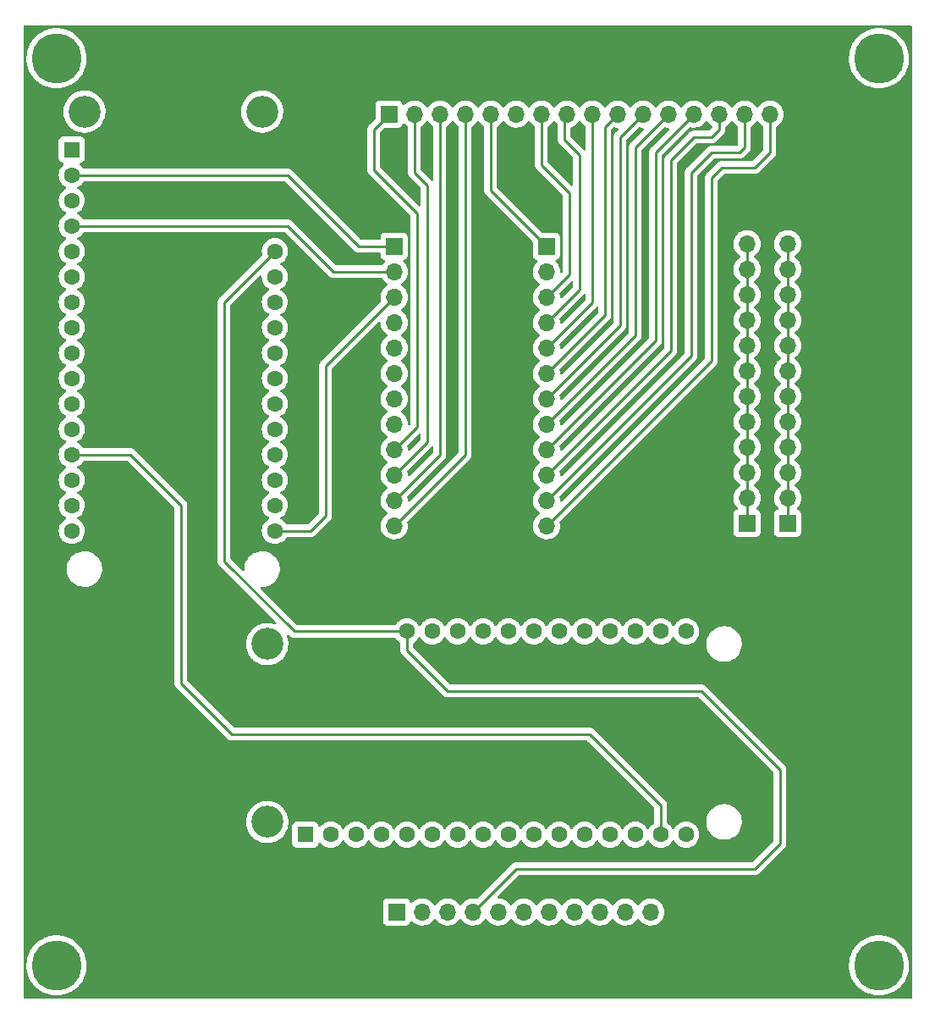
<source format=gbr>
%TF.GenerationSoftware,KiCad,Pcbnew,(6.0.7)*%
%TF.CreationDate,2023-03-27T03:10:45-05:00*%
%TF.ProjectId,Main PCB,4d61696e-2050-4434-922e-6b696361645f,rev?*%
%TF.SameCoordinates,Original*%
%TF.FileFunction,Copper,L1,Top*%
%TF.FilePolarity,Positive*%
%FSLAX46Y46*%
G04 Gerber Fmt 4.6, Leading zero omitted, Abs format (unit mm)*
G04 Created by KiCad (PCBNEW (6.0.7)) date 2023-03-27 03:10:45*
%MOMM*%
%LPD*%
G01*
G04 APERTURE LIST*
%TA.AperFunction,ComponentPad*%
%ADD10R,1.700000X1.700000*%
%TD*%
%TA.AperFunction,ComponentPad*%
%ADD11O,1.700000X1.700000*%
%TD*%
%TA.AperFunction,ComponentPad*%
%ADD12C,5.000000*%
%TD*%
%TA.AperFunction,WasherPad*%
%ADD13C,3.200000*%
%TD*%
%TA.AperFunction,ComponentPad*%
%ADD14R,1.600000X1.600000*%
%TD*%
%TA.AperFunction,ComponentPad*%
%ADD15C,1.600000*%
%TD*%
%TA.AperFunction,Conductor*%
%ADD16C,0.254000*%
%TD*%
%TA.AperFunction,Conductor*%
%ADD17C,0.250000*%
%TD*%
G04 APERTURE END LIST*
D10*
%TO.P,I2C,1*%
%TO.N,N/C*%
X51308000Y-28448000D03*
D11*
%TO.P,I2C,2*%
X53848000Y-28448000D03*
%TO.P,I2C,3*%
X56388000Y-28448000D03*
%TO.P,I2C,4*%
X58928000Y-28448000D03*
%TO.P,I2C,5*%
X61468000Y-28448000D03*
%TO.P,I2C,6*%
X64008000Y-28448000D03*
%TO.P,I2C,7*%
X66548000Y-28448000D03*
%TO.P,I2C,8*%
X69088000Y-28448000D03*
%TO.P,I2C,9*%
X71628000Y-28448000D03*
%TO.P,I2C,10*%
X74168000Y-28448000D03*
%TO.P,I2C,11*%
X76708000Y-28448000D03*
%TO.P,I2C,12*%
X79248000Y-28448000D03*
%TO.P,I2C,13*%
X81788000Y-28448000D03*
%TO.P,I2C,14*%
X84328000Y-28448000D03*
%TO.P,I2C,15*%
X86868000Y-28448000D03*
%TO.P,I2C,16*%
X89408000Y-28448000D03*
%TD*%
D12*
%TO.P,H1,1*%
%TO.N,N/C*%
X18034000Y-22860000D03*
%TD*%
%TO.P,H2,1*%
%TO.N,N/C*%
X100330000Y-22860000D03*
%TD*%
D10*
%TO.P,GND,1*%
%TO.N,N/C*%
X91186000Y-69342000D03*
D11*
%TO.P,GND,2*%
X91186000Y-66802000D03*
%TO.P,GND,3*%
X91186000Y-64262000D03*
%TO.P,GND,4*%
X91186000Y-61722000D03*
%TO.P,GND,5*%
X91186000Y-59182000D03*
%TO.P,GND,6*%
X91186000Y-56642000D03*
%TO.P,GND,7*%
X91186000Y-54102000D03*
%TO.P,GND,8*%
X91186000Y-51562000D03*
%TO.P,GND,9*%
X91186000Y-49022000D03*
%TO.P,GND,10*%
X91186000Y-46482000D03*
%TO.P,GND,11*%
X91186000Y-43942000D03*
%TO.P,GND,12*%
X91186000Y-41402000D03*
%TD*%
D10*
%TO.P,R,1*%
%TO.N,N/C*%
X51816000Y-41656000D03*
D11*
%TO.P,R,2*%
X51816000Y-44196000D03*
%TO.P,R,3*%
X51816000Y-46736000D03*
%TO.P,R,4*%
X51816000Y-49276000D03*
%TO.P,R,5*%
X51816000Y-51816000D03*
%TO.P,R,6*%
X51816000Y-54356000D03*
%TO.P,R,7*%
X51816000Y-56896000D03*
%TO.P,R,8*%
X51816000Y-59436000D03*
%TO.P,R,9*%
X51816000Y-61976000D03*
%TO.P,R,10*%
X51816000Y-64516000D03*
%TO.P,R,11*%
X51816000Y-67056000D03*
%TO.P,R,12*%
X51816000Y-69596000D03*
%TD*%
D13*
%TO.P,Feather M0\u002A\u002A,*%
%TO.N,*%
X20828000Y-28194000D03*
X38608000Y-28194000D03*
D14*
%TO.P,Feather M0\u002A\u002A,1*%
%TO.N,N/C*%
X19558000Y-32004000D03*
D15*
%TO.P,Feather M0\u002A\u002A,2*%
X19558000Y-34544000D03*
%TO.P,Feather M0\u002A\u002A,3*%
X19558000Y-37084000D03*
%TO.P,Feather M0\u002A\u002A,4*%
X19558000Y-39624000D03*
%TO.P,Feather M0\u002A\u002A,5*%
X19558000Y-42164000D03*
%TO.P,Feather M0\u002A\u002A,6*%
X19558000Y-44704000D03*
%TO.P,Feather M0\u002A\u002A,7*%
X19558000Y-47244000D03*
%TO.P,Feather M0\u002A\u002A,8*%
X19558000Y-49784000D03*
%TO.P,Feather M0\u002A\u002A,9*%
X19558000Y-52324000D03*
%TO.P,Feather M0\u002A\u002A,10*%
X19558000Y-54864000D03*
%TO.P,Feather M0\u002A\u002A,11*%
X19558000Y-57404000D03*
%TO.P,Feather M0\u002A\u002A,12*%
X19558000Y-59944000D03*
%TO.P,Feather M0\u002A\u002A,13*%
X19558000Y-62484000D03*
%TO.P,Feather M0\u002A\u002A,14*%
X19558000Y-65024000D03*
%TO.P,Feather M0\u002A\u002A,15*%
X19558000Y-67564000D03*
%TO.P,Feather M0\u002A\u002A,16*%
X19558000Y-70104000D03*
%TO.P,Feather M0\u002A\u002A,17*%
X39878000Y-70104000D03*
%TO.P,Feather M0\u002A\u002A,18*%
X39878000Y-67564000D03*
%TO.P,Feather M0\u002A\u002A,19*%
X39878000Y-65024000D03*
%TO.P,Feather M0\u002A\u002A,20*%
X39878000Y-62484000D03*
%TO.P,Feather M0\u002A\u002A,21*%
X39878000Y-59944000D03*
%TO.P,Feather M0\u002A\u002A,22*%
X39878000Y-57404000D03*
%TO.P,Feather M0\u002A\u002A,23*%
X39878000Y-54864000D03*
%TO.P,Feather M0\u002A\u002A,24*%
X39878000Y-52324000D03*
%TO.P,Feather M0\u002A\u002A,25*%
X39878000Y-49784000D03*
%TO.P,Feather M0\u002A\u002A,26*%
X39878000Y-47244000D03*
%TO.P,Feather M0\u002A\u002A,27*%
X39878000Y-44704000D03*
%TO.P,Feather M0\u002A\u002A,28*%
X39878000Y-42164000D03*
%TD*%
%TO.P,Boron\u002A\u002A,28*%
%TO.N,N/C*%
X53086000Y-80156500D03*
%TO.P,Boron\u002A\u002A,27*%
X55626000Y-80156500D03*
%TO.P,Boron\u002A\u002A,26*%
X58166000Y-80156500D03*
%TO.P,Boron\u002A\u002A,25*%
X60706000Y-80156500D03*
%TO.P,Boron\u002A\u002A,24*%
X63246000Y-80156500D03*
%TO.P,Boron\u002A\u002A,23*%
X65786000Y-80156500D03*
%TO.P,Boron\u002A\u002A,22*%
X68326000Y-80156500D03*
%TO.P,Boron\u002A\u002A,21*%
X70866000Y-80156500D03*
%TO.P,Boron\u002A\u002A,20*%
X73406000Y-80156500D03*
%TO.P,Boron\u002A\u002A,19*%
X75946000Y-80156500D03*
%TO.P,Boron\u002A\u002A,18*%
X78486000Y-80156500D03*
%TO.P,Boron\u002A\u002A,17*%
X81026000Y-80156500D03*
%TO.P,Boron\u002A\u002A,16*%
X81026000Y-100476500D03*
%TO.P,Boron\u002A\u002A,15*%
X78486000Y-100476500D03*
%TO.P,Boron\u002A\u002A,14*%
X75946000Y-100476500D03*
%TO.P,Boron\u002A\u002A,13*%
X73406000Y-100476500D03*
%TO.P,Boron\u002A\u002A,12*%
X70866000Y-100476500D03*
%TO.P,Boron\u002A\u002A,11*%
X68326000Y-100476500D03*
%TO.P,Boron\u002A\u002A,10*%
X65786000Y-100476500D03*
%TO.P,Boron\u002A\u002A,9*%
X63246000Y-100476500D03*
%TO.P,Boron\u002A\u002A,8*%
X60706000Y-100476500D03*
%TO.P,Boron\u002A\u002A,7*%
X58166000Y-100476500D03*
%TO.P,Boron\u002A\u002A,6*%
X55626000Y-100476500D03*
%TO.P,Boron\u002A\u002A,5*%
X53086000Y-100476500D03*
%TO.P,Boron\u002A\u002A,4*%
X50546000Y-100476500D03*
%TO.P,Boron\u002A\u002A,3*%
X48006000Y-100476500D03*
%TO.P,Boron\u002A\u002A,2*%
X45466000Y-100476500D03*
D14*
%TO.P,Boron\u002A\u002A,1*%
X42926000Y-100476500D03*
D13*
%TO.P,Boron\u002A\u002A,*%
%TO.N,*%
X39116000Y-81426500D03*
X39116000Y-99206500D03*
%TD*%
D11*
%TO.P,BQ24074,11*%
%TO.N,N/C*%
X77470000Y-108204000D03*
%TO.P,BQ24074,10*%
X74930000Y-108204000D03*
%TO.P,BQ24074,9*%
X72390000Y-108204000D03*
%TO.P,BQ24074,8*%
X69850000Y-108204000D03*
%TO.P,BQ24074,7*%
X67310000Y-108204000D03*
%TO.P,BQ24074,6*%
X64770000Y-108204000D03*
%TO.P,BQ24074,5*%
X62230000Y-108204000D03*
%TO.P,BQ24074,4*%
X59690000Y-108204000D03*
%TO.P,BQ24074,3*%
X57150000Y-108204000D03*
%TO.P,BQ24074,2*%
X54610000Y-108204000D03*
D10*
%TO.P,BQ24074,1*%
X52070000Y-108204000D03*
%TD*%
D12*
%TO.P,H3,1*%
%TO.N,N/C*%
X18034000Y-113538000D03*
%TD*%
D10*
%TO.P,L,1*%
%TO.N,N/C*%
X67056000Y-41656000D03*
D11*
%TO.P,L,2*%
X67056000Y-44196000D03*
%TO.P,L,3*%
X67056000Y-46736000D03*
%TO.P,L,4*%
X67056000Y-49276000D03*
%TO.P,L,5*%
X67056000Y-51816000D03*
%TO.P,L,6*%
X67056000Y-54356000D03*
%TO.P,L,7*%
X67056000Y-56896000D03*
%TO.P,L,8*%
X67056000Y-59436000D03*
%TO.P,L,9*%
X67056000Y-61976000D03*
%TO.P,L,10*%
X67056000Y-64516000D03*
%TO.P,L,11*%
X67056000Y-67056000D03*
%TO.P,L,12*%
X67056000Y-69596000D03*
%TD*%
D10*
%TO.P,Vin,1*%
%TO.N,N/C*%
X87122000Y-69342000D03*
D11*
%TO.P,Vin,2*%
X87122000Y-66802000D03*
%TO.P,Vin,3*%
X87122000Y-64262000D03*
%TO.P,Vin,4*%
X87122000Y-61722000D03*
%TO.P,Vin,5*%
X87122000Y-59182000D03*
%TO.P,Vin,6*%
X87122000Y-56642000D03*
%TO.P,Vin,7*%
X87122000Y-54102000D03*
%TO.P,Vin,8*%
X87122000Y-51562000D03*
%TO.P,Vin,9*%
X87122000Y-49022000D03*
%TO.P,Vin,10*%
X87122000Y-46482000D03*
%TO.P,Vin,11*%
X87122000Y-43942000D03*
%TO.P,Vin,12*%
X87122000Y-41402000D03*
%TD*%
D12*
%TO.P,H4,1*%
%TO.N,N/C*%
X100330000Y-113538000D03*
%TD*%
D16*
%TO.N,*%
X59690000Y-108204000D02*
X64008000Y-103886000D01*
X64008000Y-103886000D02*
X87884000Y-103886000D01*
X87884000Y-103886000D02*
X90424000Y-101346000D01*
X53086000Y-82042000D02*
X53086000Y-80156500D01*
X90424000Y-101346000D02*
X90424000Y-93980000D01*
X90424000Y-93980000D02*
X82550000Y-86106000D01*
X57150000Y-86106000D02*
X53086000Y-82042000D01*
X82550000Y-86106000D02*
X57150000Y-86106000D01*
D17*
X67056000Y-41656000D02*
X61468000Y-36068000D01*
X84582000Y-33782000D02*
X87884000Y-33782000D01*
X54102000Y-38354000D02*
X49784000Y-34036000D01*
X86360000Y-32258000D02*
X86868000Y-31750000D01*
X84328000Y-29972000D02*
X84328000Y-28448000D01*
X87122000Y-43942000D02*
X87122000Y-46482000D01*
X77978000Y-32258000D02*
X81788000Y-28448000D01*
X67056000Y-59436000D02*
X75946000Y-50546000D01*
X44958000Y-68580000D02*
X43434000Y-70104000D01*
X67056000Y-61976000D02*
X77978000Y-51054000D01*
X83566000Y-32258000D02*
X86360000Y-32258000D01*
X48260000Y-41656000D02*
X51816000Y-41656000D01*
X61468000Y-36068000D02*
X61468000Y-28448000D01*
X69342000Y-36322000D02*
X66548000Y-33528000D01*
D16*
X53086000Y-80156500D02*
X41802500Y-80156500D01*
D17*
X67056000Y-51816000D02*
X71628000Y-47244000D01*
D16*
X34798000Y-73152000D02*
X34798000Y-47244000D01*
D17*
X87122000Y-54102000D02*
X87122000Y-69342000D01*
X68834000Y-30988000D02*
X68834000Y-28702000D01*
X91186000Y-41402000D02*
X91186000Y-69342000D01*
X75946000Y-50546000D02*
X75946000Y-31750000D01*
X79502000Y-33020000D02*
X81788000Y-30734000D01*
X41148000Y-39624000D02*
X45720000Y-44196000D01*
X44958000Y-53594000D02*
X44958000Y-68580000D01*
X67056000Y-69596000D02*
X83566000Y-53086000D01*
X67056000Y-56896000D02*
X74422000Y-49530000D01*
X70358000Y-45974000D02*
X70358000Y-32512000D01*
X41148000Y-34544000D02*
X48260000Y-41656000D01*
D16*
X78486000Y-97536000D02*
X71374000Y-90424000D01*
D17*
X71628000Y-47244000D02*
X71628000Y-28448000D01*
X81534000Y-34290000D02*
X83566000Y-32258000D01*
X72898000Y-29718000D02*
X74168000Y-28448000D01*
X51816000Y-46736000D02*
X44958000Y-53594000D01*
X72898000Y-48514000D02*
X72898000Y-29718000D01*
D16*
X30480000Y-85344000D02*
X30480000Y-67564000D01*
D17*
X67056000Y-54356000D02*
X72898000Y-48514000D01*
X68834000Y-28702000D02*
X69088000Y-28448000D01*
D16*
X78486000Y-100476500D02*
X78486000Y-97536000D01*
D17*
X19558000Y-34544000D02*
X41148000Y-34544000D01*
X43434000Y-70104000D02*
X39878000Y-70104000D01*
X83566000Y-34798000D02*
X84582000Y-33782000D01*
X87122000Y-46482000D02*
X87122000Y-49022000D01*
X87884000Y-33782000D02*
X89408000Y-32258000D01*
X86868000Y-31750000D02*
X86868000Y-28448000D01*
X66548000Y-33528000D02*
X66548000Y-28448000D01*
X74422000Y-49530000D02*
X74422000Y-30734000D01*
D16*
X35560000Y-90424000D02*
X30480000Y-85344000D01*
D17*
X55118000Y-35560000D02*
X53848000Y-34290000D01*
X70358000Y-32512000D02*
X68834000Y-30988000D01*
X81788000Y-30734000D02*
X83566000Y-30734000D01*
X74422000Y-30734000D02*
X76708000Y-28448000D01*
X75946000Y-31750000D02*
X79248000Y-28448000D01*
X58928000Y-62484000D02*
X58928000Y-28448000D01*
X19558000Y-39624000D02*
X41148000Y-39624000D01*
X87122000Y-41402000D02*
X87122000Y-43942000D01*
D16*
X71374000Y-90424000D02*
X35560000Y-90424000D01*
D17*
X89408000Y-32258000D02*
X89408000Y-28448000D01*
X54102000Y-59690000D02*
X54102000Y-38354000D01*
D16*
X41802500Y-80156500D02*
X34798000Y-73152000D01*
D17*
X87122000Y-49022000D02*
X87122000Y-51562000D01*
X53848000Y-34290000D02*
X53848000Y-28448000D01*
X51816000Y-61976000D02*
X54102000Y-59690000D01*
X83566000Y-53086000D02*
X83566000Y-34798000D01*
X49784000Y-29972000D02*
X51308000Y-28448000D01*
X67056000Y-46736000D02*
X69342000Y-44450000D01*
X51816000Y-64516000D02*
X55118000Y-61214000D01*
X45720000Y-44196000D02*
X51816000Y-44196000D01*
X77978000Y-51054000D02*
X77978000Y-32258000D01*
X51816000Y-69596000D02*
X58928000Y-62484000D01*
X87122000Y-54102000D02*
X87122000Y-56642000D01*
X49784000Y-34036000D02*
X49784000Y-29972000D01*
X51816000Y-67056000D02*
X56388000Y-62484000D01*
X81534000Y-52578000D02*
X81534000Y-34290000D01*
X79502000Y-52070000D02*
X79502000Y-33020000D01*
X56388000Y-62484000D02*
X56388000Y-28448000D01*
X55118000Y-61214000D02*
X55118000Y-35560000D01*
X83566000Y-30734000D02*
X84328000Y-29972000D01*
X87122000Y-51562000D02*
X87122000Y-54102000D01*
D16*
X30480000Y-67564000D02*
X25400000Y-62484000D01*
X25400000Y-62484000D02*
X19558000Y-62484000D01*
D17*
X69342000Y-44450000D02*
X69342000Y-36322000D01*
X67056000Y-49276000D02*
X70358000Y-45974000D01*
D16*
X34798000Y-47244000D02*
X39878000Y-42164000D01*
D17*
X67056000Y-64516000D02*
X79502000Y-52070000D01*
X67056000Y-67056000D02*
X81534000Y-52578000D01*
%TD*%
%TA.AperFunction,NonConductor*%
G36*
X70440026Y-29123144D02*
G01*
X70467875Y-29154994D01*
X70527987Y-29253088D01*
X70674250Y-29421938D01*
X70846126Y-29564632D01*
X70931353Y-29614434D01*
X70932070Y-29614853D01*
X70980794Y-29666491D01*
X70994500Y-29723641D01*
X70994500Y-31948405D01*
X70974498Y-32016526D01*
X70920842Y-32063019D01*
X70850568Y-32073123D01*
X70785988Y-32043629D01*
X70779405Y-32037500D01*
X69504405Y-30762500D01*
X69470379Y-30700188D01*
X69467500Y-30673405D01*
X69467500Y-29846288D01*
X69487502Y-29778167D01*
X69541158Y-29731674D01*
X69557293Y-29725602D01*
X69580425Y-29718662D01*
X69580427Y-29718661D01*
X69585384Y-29717174D01*
X69785994Y-29618896D01*
X69967860Y-29489173D01*
X70126096Y-29331489D01*
X70256453Y-29150077D01*
X70257776Y-29151028D01*
X70304645Y-29107857D01*
X70374580Y-29095625D01*
X70440026Y-29123144D01*
G37*
%TD.AperFunction*%
%TA.AperFunction,NonConductor*%
G36*
X55200026Y-29123144D02*
G01*
X55227875Y-29154994D01*
X55287987Y-29253088D01*
X55434250Y-29421938D01*
X55606126Y-29564632D01*
X55691353Y-29614434D01*
X55692070Y-29614853D01*
X55740794Y-29666491D01*
X55754500Y-29723641D01*
X55754500Y-34996405D01*
X55734498Y-35064526D01*
X55680842Y-35111019D01*
X55610568Y-35121123D01*
X55545988Y-35091629D01*
X55539405Y-35085500D01*
X54518405Y-34064500D01*
X54484379Y-34002188D01*
X54481500Y-33975405D01*
X54481500Y-29728427D01*
X54501502Y-29660306D01*
X54542618Y-29620550D01*
X54545994Y-29618896D01*
X54727860Y-29489173D01*
X54886096Y-29331489D01*
X55016453Y-29150077D01*
X55017776Y-29151028D01*
X55064645Y-29107857D01*
X55134580Y-29095625D01*
X55200026Y-29123144D01*
G37*
%TD.AperFunction*%
%TA.AperFunction,NonConductor*%
G36*
X67900026Y-29123144D02*
G01*
X67927875Y-29154994D01*
X67987987Y-29253088D01*
X68134250Y-29421938D01*
X68138230Y-29425242D01*
X68154986Y-29439154D01*
X68194621Y-29498057D01*
X68200500Y-29536097D01*
X68200500Y-30909233D01*
X68199973Y-30920416D01*
X68198298Y-30927909D01*
X68198547Y-30935835D01*
X68198547Y-30935836D01*
X68200438Y-30995986D01*
X68200500Y-30999945D01*
X68200500Y-31027856D01*
X68200997Y-31031790D01*
X68200997Y-31031791D01*
X68201005Y-31031856D01*
X68201938Y-31043693D01*
X68203327Y-31087889D01*
X68207293Y-31101540D01*
X68208978Y-31107339D01*
X68212987Y-31126700D01*
X68215526Y-31146797D01*
X68218445Y-31154168D01*
X68218445Y-31154170D01*
X68231804Y-31187912D01*
X68235649Y-31199142D01*
X68245771Y-31233983D01*
X68247982Y-31241593D01*
X68252015Y-31248412D01*
X68252017Y-31248417D01*
X68258293Y-31259028D01*
X68266988Y-31276776D01*
X68274448Y-31295617D01*
X68279110Y-31302033D01*
X68279110Y-31302034D01*
X68300436Y-31331387D01*
X68306952Y-31341307D01*
X68323598Y-31369453D01*
X68329458Y-31379362D01*
X68343779Y-31393683D01*
X68356619Y-31408716D01*
X68368528Y-31425107D01*
X68374634Y-31430158D01*
X68402605Y-31453298D01*
X68411384Y-31461288D01*
X69687595Y-32737499D01*
X69721621Y-32799811D01*
X69724500Y-32826594D01*
X69724500Y-35504406D01*
X69704498Y-35572527D01*
X69650842Y-35619020D01*
X69580568Y-35629124D01*
X69515988Y-35599630D01*
X69509405Y-35593501D01*
X68452378Y-34536473D01*
X67218405Y-33302500D01*
X67184379Y-33240188D01*
X67181500Y-33213405D01*
X67181500Y-29728427D01*
X67201502Y-29660306D01*
X67242618Y-29620550D01*
X67245994Y-29618896D01*
X67427860Y-29489173D01*
X67586096Y-29331489D01*
X67716453Y-29150077D01*
X67717776Y-29151028D01*
X67764645Y-29107857D01*
X67834580Y-29095625D01*
X67900026Y-29123144D01*
G37*
%TD.AperFunction*%
%TA.AperFunction,NonConductor*%
G36*
X52831150Y-29361126D02*
G01*
X52865817Y-29389114D01*
X52894250Y-29421938D01*
X53066126Y-29564632D01*
X53151353Y-29614434D01*
X53152070Y-29614853D01*
X53200794Y-29666491D01*
X53214500Y-29723641D01*
X53214500Y-34211233D01*
X53213973Y-34222416D01*
X53212298Y-34229909D01*
X53212547Y-34237835D01*
X53212547Y-34237836D01*
X53214438Y-34297986D01*
X53214500Y-34301945D01*
X53214500Y-34329856D01*
X53214997Y-34333790D01*
X53214997Y-34333791D01*
X53215005Y-34333856D01*
X53215938Y-34345693D01*
X53217327Y-34389889D01*
X53221140Y-34403013D01*
X53222978Y-34409339D01*
X53226987Y-34428700D01*
X53229526Y-34448797D01*
X53232445Y-34456168D01*
X53232445Y-34456170D01*
X53245804Y-34489912D01*
X53249649Y-34501142D01*
X53261982Y-34543593D01*
X53266015Y-34550412D01*
X53266017Y-34550417D01*
X53272293Y-34561028D01*
X53280988Y-34578776D01*
X53288448Y-34597617D01*
X53293110Y-34604033D01*
X53293110Y-34604034D01*
X53314436Y-34633387D01*
X53320952Y-34643307D01*
X53343458Y-34681362D01*
X53357779Y-34695683D01*
X53370619Y-34710716D01*
X53382528Y-34727107D01*
X53388634Y-34732158D01*
X53416605Y-34755298D01*
X53425384Y-34763288D01*
X54447595Y-35785499D01*
X54481621Y-35847811D01*
X54484500Y-35874594D01*
X54484500Y-37536405D01*
X54464498Y-37604526D01*
X54410842Y-37651019D01*
X54340568Y-37661123D01*
X54275988Y-37631629D01*
X54269405Y-37625500D01*
X50454405Y-33810500D01*
X50420379Y-33748188D01*
X50417500Y-33721405D01*
X50417500Y-30286594D01*
X50437502Y-30218473D01*
X50454405Y-30197499D01*
X50808499Y-29843405D01*
X50870811Y-29809379D01*
X50897594Y-29806500D01*
X52206134Y-29806500D01*
X52268316Y-29799745D01*
X52404705Y-29748615D01*
X52521261Y-29661261D01*
X52608615Y-29544705D01*
X52613723Y-29531079D01*
X52652598Y-29427382D01*
X52695240Y-29370618D01*
X52761802Y-29345918D01*
X52831150Y-29361126D01*
G37*
%TD.AperFunction*%
%TA.AperFunction,NonConductor*%
G36*
X40901527Y-35197502D02*
G01*
X40922501Y-35214405D01*
X44349906Y-38641811D01*
X47756348Y-42048253D01*
X47763888Y-42056539D01*
X47768000Y-42063018D01*
X47773777Y-42068443D01*
X47817651Y-42109643D01*
X47820493Y-42112398D01*
X47840230Y-42132135D01*
X47843427Y-42134615D01*
X47852447Y-42142318D01*
X47884679Y-42172586D01*
X47891625Y-42176405D01*
X47891628Y-42176407D01*
X47902434Y-42182348D01*
X47918953Y-42193199D01*
X47934959Y-42205614D01*
X47942228Y-42208759D01*
X47942232Y-42208762D01*
X47975537Y-42223174D01*
X47986187Y-42228391D01*
X48024940Y-42249695D01*
X48032615Y-42251666D01*
X48032616Y-42251666D01*
X48044562Y-42254733D01*
X48063267Y-42261137D01*
X48081855Y-42269181D01*
X48089678Y-42270420D01*
X48089688Y-42270423D01*
X48125524Y-42276099D01*
X48137144Y-42278505D01*
X48172289Y-42287528D01*
X48179970Y-42289500D01*
X48200224Y-42289500D01*
X48219934Y-42291051D01*
X48239943Y-42294220D01*
X48247835Y-42293474D01*
X48283961Y-42290059D01*
X48295819Y-42289500D01*
X50331500Y-42289500D01*
X50399621Y-42309502D01*
X50446114Y-42363158D01*
X50457500Y-42415500D01*
X50457500Y-42554134D01*
X50464255Y-42616316D01*
X50515385Y-42752705D01*
X50602739Y-42869261D01*
X50719295Y-42956615D01*
X50727704Y-42959767D01*
X50727705Y-42959768D01*
X50836451Y-43000535D01*
X50893216Y-43043176D01*
X50917916Y-43109738D01*
X50902709Y-43179087D01*
X50883316Y-43205568D01*
X50756629Y-43338138D01*
X50753715Y-43342410D01*
X50753714Y-43342411D01*
X50641095Y-43507504D01*
X50586184Y-43552507D01*
X50537007Y-43562500D01*
X46034595Y-43562500D01*
X45966474Y-43542498D01*
X45945500Y-43525595D01*
X41651652Y-39231747D01*
X41644112Y-39223461D01*
X41640000Y-39216982D01*
X41590348Y-39170356D01*
X41587507Y-39167602D01*
X41567770Y-39147865D01*
X41564573Y-39145385D01*
X41555551Y-39137680D01*
X41529100Y-39112841D01*
X41523321Y-39107414D01*
X41516375Y-39103595D01*
X41516372Y-39103593D01*
X41505566Y-39097652D01*
X41489047Y-39086801D01*
X41488583Y-39086441D01*
X41473041Y-39074386D01*
X41465772Y-39071241D01*
X41465768Y-39071238D01*
X41432463Y-39056826D01*
X41421813Y-39051609D01*
X41383060Y-39030305D01*
X41363437Y-39025267D01*
X41344734Y-39018863D01*
X41333420Y-39013967D01*
X41333419Y-39013967D01*
X41326145Y-39010819D01*
X41318322Y-39009580D01*
X41318312Y-39009577D01*
X41282476Y-39003901D01*
X41270856Y-39001495D01*
X41235711Y-38992472D01*
X41235710Y-38992472D01*
X41228030Y-38990500D01*
X41207776Y-38990500D01*
X41188065Y-38988949D01*
X41175886Y-38987020D01*
X41168057Y-38985780D01*
X41160165Y-38986526D01*
X41124039Y-38989941D01*
X41112181Y-38990500D01*
X20777394Y-38990500D01*
X20709273Y-38970498D01*
X20674181Y-38936771D01*
X20567357Y-38784211D01*
X20567355Y-38784208D01*
X20564198Y-38779700D01*
X20402300Y-38617802D01*
X20397792Y-38614645D01*
X20397789Y-38614643D01*
X20319611Y-38559902D01*
X20214749Y-38486477D01*
X20209767Y-38484154D01*
X20209762Y-38484151D01*
X20175543Y-38468195D01*
X20122258Y-38421278D01*
X20102797Y-38353001D01*
X20123339Y-38285041D01*
X20175543Y-38239805D01*
X20209762Y-38223849D01*
X20209767Y-38223846D01*
X20214749Y-38221523D01*
X20319611Y-38148098D01*
X20397789Y-38093357D01*
X20397792Y-38093355D01*
X20402300Y-38090198D01*
X20564198Y-37928300D01*
X20695523Y-37740749D01*
X20697846Y-37735767D01*
X20697849Y-37735762D01*
X20789961Y-37538225D01*
X20789961Y-37538224D01*
X20792284Y-37533243D01*
X20851543Y-37312087D01*
X20871498Y-37084000D01*
X20851543Y-36855913D01*
X20792284Y-36634757D01*
X20748699Y-36541288D01*
X20697849Y-36432238D01*
X20697846Y-36432233D01*
X20695523Y-36427251D01*
X20587817Y-36273431D01*
X20567357Y-36244211D01*
X20567355Y-36244208D01*
X20564198Y-36239700D01*
X20402300Y-36077802D01*
X20397792Y-36074645D01*
X20397789Y-36074643D01*
X20302483Y-36007909D01*
X20214749Y-35946477D01*
X20209767Y-35944154D01*
X20209762Y-35944151D01*
X20175543Y-35928195D01*
X20122258Y-35881278D01*
X20102797Y-35813001D01*
X20123339Y-35745041D01*
X20175543Y-35699805D01*
X20209762Y-35683849D01*
X20209767Y-35683846D01*
X20214749Y-35681523D01*
X20370411Y-35572527D01*
X20397789Y-35553357D01*
X20397792Y-35553355D01*
X20402300Y-35550198D01*
X20564198Y-35388300D01*
X20587816Y-35354570D01*
X20674181Y-35231229D01*
X20729638Y-35186901D01*
X20777394Y-35177500D01*
X40833406Y-35177500D01*
X40901527Y-35197502D01*
G37*
%TD.AperFunction*%
%TA.AperFunction,NonConductor*%
G36*
X65360026Y-29123144D02*
G01*
X65387875Y-29154994D01*
X65447987Y-29253088D01*
X65594250Y-29421938D01*
X65766126Y-29564632D01*
X65851353Y-29614434D01*
X65852070Y-29614853D01*
X65900794Y-29666491D01*
X65914500Y-29723641D01*
X65914500Y-33449233D01*
X65913973Y-33460416D01*
X65912298Y-33467909D01*
X65912547Y-33475835D01*
X65912547Y-33475836D01*
X65914438Y-33535986D01*
X65914500Y-33539945D01*
X65914500Y-33567856D01*
X65914997Y-33571790D01*
X65914997Y-33571791D01*
X65915005Y-33571856D01*
X65915938Y-33583693D01*
X65917327Y-33627889D01*
X65922978Y-33647339D01*
X65926987Y-33666700D01*
X65929526Y-33686797D01*
X65932445Y-33694168D01*
X65932445Y-33694170D01*
X65945804Y-33727912D01*
X65949649Y-33739142D01*
X65961982Y-33781593D01*
X65966015Y-33788412D01*
X65966017Y-33788417D01*
X65972293Y-33799028D01*
X65980988Y-33816776D01*
X65988448Y-33835617D01*
X65993110Y-33842033D01*
X65993110Y-33842034D01*
X66014436Y-33871387D01*
X66020952Y-33881307D01*
X66037300Y-33908949D01*
X66043458Y-33919362D01*
X66057779Y-33933683D01*
X66070619Y-33948716D01*
X66082528Y-33965107D01*
X66114115Y-33991238D01*
X66116605Y-33993298D01*
X66125384Y-34001288D01*
X68671595Y-36547499D01*
X68705621Y-36609811D01*
X68708500Y-36636594D01*
X68708500Y-44135405D01*
X68688498Y-44203526D01*
X68671595Y-44224500D01*
X68632877Y-44263218D01*
X68570565Y-44297244D01*
X68499750Y-44292179D01*
X68442914Y-44249632D01*
X68418206Y-44184447D01*
X68401276Y-43978522D01*
X68400852Y-43973361D01*
X68346431Y-43756702D01*
X68257354Y-43551840D01*
X68136014Y-43364277D01*
X68132532Y-43360450D01*
X67988798Y-43202488D01*
X67957746Y-43138642D01*
X67966141Y-43068143D01*
X68011317Y-43013375D01*
X68037761Y-42999706D01*
X68144297Y-42959767D01*
X68152705Y-42956615D01*
X68269261Y-42869261D01*
X68356615Y-42752705D01*
X68407745Y-42616316D01*
X68414500Y-42554134D01*
X68414500Y-40757866D01*
X68407745Y-40695684D01*
X68356615Y-40559295D01*
X68269261Y-40442739D01*
X68152705Y-40355385D01*
X68016316Y-40304255D01*
X67954134Y-40297500D01*
X66645595Y-40297500D01*
X66577474Y-40277498D01*
X66556500Y-40260595D01*
X62138405Y-35842500D01*
X62104379Y-35780188D01*
X62101500Y-35753405D01*
X62101500Y-29728427D01*
X62121502Y-29660306D01*
X62162618Y-29620550D01*
X62165994Y-29618896D01*
X62347860Y-29489173D01*
X62506096Y-29331489D01*
X62636453Y-29150077D01*
X62637776Y-29151028D01*
X62684645Y-29107857D01*
X62754580Y-29095625D01*
X62820026Y-29123144D01*
X62847875Y-29154994D01*
X62907987Y-29253088D01*
X63054250Y-29421938D01*
X63226126Y-29564632D01*
X63419000Y-29677338D01*
X63423825Y-29679180D01*
X63423826Y-29679181D01*
X63445708Y-29687537D01*
X63627692Y-29757030D01*
X63632760Y-29758061D01*
X63632763Y-29758062D01*
X63731583Y-29778167D01*
X63846597Y-29801567D01*
X63851772Y-29801757D01*
X63851774Y-29801757D01*
X64064673Y-29809564D01*
X64064677Y-29809564D01*
X64069837Y-29809753D01*
X64074957Y-29809097D01*
X64074959Y-29809097D01*
X64286288Y-29782025D01*
X64286289Y-29782025D01*
X64291416Y-29781368D01*
X64296366Y-29779883D01*
X64500429Y-29718661D01*
X64500434Y-29718659D01*
X64505384Y-29717174D01*
X64705994Y-29618896D01*
X64887860Y-29489173D01*
X65046096Y-29331489D01*
X65176453Y-29150077D01*
X65177776Y-29151028D01*
X65224645Y-29107857D01*
X65294580Y-29095625D01*
X65360026Y-29123144D01*
G37*
%TD.AperFunction*%
%TA.AperFunction,NonConductor*%
G36*
X69642532Y-45149538D02*
G01*
X69699368Y-45192085D01*
X69724179Y-45258605D01*
X69724500Y-45267594D01*
X69724500Y-45659405D01*
X69704498Y-45727526D01*
X69687595Y-45748500D01*
X68632877Y-46803218D01*
X68570565Y-46837244D01*
X68499750Y-46832179D01*
X68442914Y-46789632D01*
X68418206Y-46724447D01*
X68401276Y-46518522D01*
X68400852Y-46513361D01*
X68372821Y-46401765D01*
X68375625Y-46330823D01*
X68405930Y-46281974D01*
X69509405Y-45178499D01*
X69571717Y-45144473D01*
X69642532Y-45149538D01*
G37*
%TD.AperFunction*%
%TA.AperFunction,NonConductor*%
G36*
X70908802Y-46420485D02*
G01*
X70966946Y-46461225D01*
X70993835Y-46526933D01*
X70994500Y-46539866D01*
X70994500Y-46929405D01*
X70974498Y-46997526D01*
X70957595Y-47018500D01*
X68632877Y-49343218D01*
X68570565Y-49377244D01*
X68499750Y-49372179D01*
X68442914Y-49329632D01*
X68418206Y-49264447D01*
X68401276Y-49058522D01*
X68400852Y-49053361D01*
X68372821Y-48941765D01*
X68375625Y-48870823D01*
X68405930Y-48821974D01*
X70750247Y-46477657D01*
X70758537Y-46470113D01*
X70765018Y-46466000D01*
X70776649Y-46453614D01*
X70837862Y-46417648D01*
X70908802Y-46420485D01*
G37*
%TD.AperFunction*%
%TA.AperFunction,NonConductor*%
G36*
X72178802Y-47690485D02*
G01*
X72236946Y-47731225D01*
X72263835Y-47796933D01*
X72264500Y-47809866D01*
X72264500Y-48199406D01*
X72244498Y-48267527D01*
X72227595Y-48288501D01*
X68632877Y-51883218D01*
X68570565Y-51917244D01*
X68499749Y-51912179D01*
X68442914Y-51869632D01*
X68418206Y-51804447D01*
X68401276Y-51598522D01*
X68400852Y-51593361D01*
X68372821Y-51481765D01*
X68375625Y-51410823D01*
X68405930Y-51361974D01*
X72020247Y-47747657D01*
X72028537Y-47740113D01*
X72035018Y-47736000D01*
X72046649Y-47723614D01*
X72107862Y-47687648D01*
X72178802Y-47690485D01*
G37*
%TD.AperFunction*%
%TA.AperFunction,NonConductor*%
G36*
X74006597Y-29801567D02*
G01*
X74011771Y-29801757D01*
X74011773Y-29801757D01*
X74079293Y-29804233D01*
X74153649Y-29806959D01*
X74220990Y-29829443D01*
X74265486Y-29884767D01*
X74273008Y-29955364D01*
X74238126Y-30021969D01*
X74029747Y-30230348D01*
X74021461Y-30237888D01*
X74014982Y-30242000D01*
X74009557Y-30247777D01*
X73968357Y-30291651D01*
X73965602Y-30294493D01*
X73945865Y-30314230D01*
X73943385Y-30317427D01*
X73935682Y-30326447D01*
X73905414Y-30358679D01*
X73901595Y-30365625D01*
X73901593Y-30365628D01*
X73895652Y-30376434D01*
X73884801Y-30392953D01*
X73872386Y-30408959D01*
X73869241Y-30416228D01*
X73869238Y-30416232D01*
X73854826Y-30449537D01*
X73849609Y-30460187D01*
X73828305Y-30498940D01*
X73826334Y-30506615D01*
X73826334Y-30506616D01*
X73823267Y-30518562D01*
X73816863Y-30537266D01*
X73808819Y-30555855D01*
X73807580Y-30563678D01*
X73807577Y-30563688D01*
X73801901Y-30599524D01*
X73799495Y-30611144D01*
X73788500Y-30653970D01*
X73788500Y-30674224D01*
X73786949Y-30693934D01*
X73783780Y-30713943D01*
X73784526Y-30721835D01*
X73787941Y-30757961D01*
X73788500Y-30769819D01*
X73788500Y-49215406D01*
X73768498Y-49283527D01*
X73751595Y-49304501D01*
X68632877Y-54423218D01*
X68570565Y-54457244D01*
X68499750Y-54452179D01*
X68442914Y-54409632D01*
X68418206Y-54344447D01*
X68401276Y-54138522D01*
X68400852Y-54133361D01*
X68372821Y-54021765D01*
X68375625Y-53950823D01*
X68405930Y-53901974D01*
X73290247Y-49017657D01*
X73298537Y-49010113D01*
X73305018Y-49006000D01*
X73351659Y-48956332D01*
X73354413Y-48953491D01*
X73374135Y-48933769D01*
X73376612Y-48930576D01*
X73384317Y-48921555D01*
X73409159Y-48895100D01*
X73414586Y-48889321D01*
X73418407Y-48882371D01*
X73424346Y-48871568D01*
X73435202Y-48855041D01*
X73442757Y-48845302D01*
X73442758Y-48845300D01*
X73447614Y-48839040D01*
X73465174Y-48798460D01*
X73470391Y-48787812D01*
X73487875Y-48756009D01*
X73487876Y-48756007D01*
X73491695Y-48749060D01*
X73496733Y-48729437D01*
X73503137Y-48710734D01*
X73508033Y-48699420D01*
X73508033Y-48699419D01*
X73511181Y-48692145D01*
X73512420Y-48684322D01*
X73512423Y-48684312D01*
X73518099Y-48648476D01*
X73520505Y-48636856D01*
X73529528Y-48601711D01*
X73529528Y-48601710D01*
X73531500Y-48594030D01*
X73531500Y-48573776D01*
X73533051Y-48554065D01*
X73534980Y-48541886D01*
X73536220Y-48534057D01*
X73532059Y-48490038D01*
X73531500Y-48478181D01*
X73531500Y-30032594D01*
X73551502Y-29964473D01*
X73568405Y-29943499D01*
X73712549Y-29799355D01*
X73774861Y-29765329D01*
X73826762Y-29764979D01*
X74006597Y-29801567D01*
G37*
%TD.AperFunction*%
%TA.AperFunction,NonConductor*%
G36*
X76546597Y-29801567D02*
G01*
X76551771Y-29801757D01*
X76551773Y-29801757D01*
X76619293Y-29804233D01*
X76693649Y-29806959D01*
X76760990Y-29829443D01*
X76805486Y-29884767D01*
X76813008Y-29955364D01*
X76778126Y-30021969D01*
X75553747Y-31246348D01*
X75545461Y-31253888D01*
X75538982Y-31258000D01*
X75533557Y-31263777D01*
X75492357Y-31307651D01*
X75489602Y-31310493D01*
X75469865Y-31330230D01*
X75467385Y-31333427D01*
X75459682Y-31342447D01*
X75429414Y-31374679D01*
X75425595Y-31381625D01*
X75425593Y-31381628D01*
X75419652Y-31392434D01*
X75408801Y-31408953D01*
X75396386Y-31424959D01*
X75393241Y-31432228D01*
X75393238Y-31432232D01*
X75378826Y-31465537D01*
X75373609Y-31476187D01*
X75352305Y-31514940D01*
X75350334Y-31522615D01*
X75350334Y-31522616D01*
X75347267Y-31534562D01*
X75340863Y-31553266D01*
X75332819Y-31571855D01*
X75331580Y-31579678D01*
X75331577Y-31579688D01*
X75325901Y-31615524D01*
X75323495Y-31627144D01*
X75315576Y-31657988D01*
X75312500Y-31669970D01*
X75312500Y-31690224D01*
X75310949Y-31709934D01*
X75307780Y-31729943D01*
X75308526Y-31737835D01*
X75311941Y-31773961D01*
X75312500Y-31785819D01*
X75312500Y-50231406D01*
X75292498Y-50299527D01*
X75275595Y-50320501D01*
X68632877Y-56963218D01*
X68570565Y-56997244D01*
X68499750Y-56992179D01*
X68442914Y-56949632D01*
X68418206Y-56884447D01*
X68401276Y-56678522D01*
X68400852Y-56673361D01*
X68372821Y-56561765D01*
X68375625Y-56490823D01*
X68405930Y-56441974D01*
X71591593Y-53256312D01*
X74814253Y-50033652D01*
X74822539Y-50026112D01*
X74829018Y-50022000D01*
X74875644Y-49972348D01*
X74878398Y-49969507D01*
X74898135Y-49949770D01*
X74900615Y-49946573D01*
X74908320Y-49937551D01*
X74933159Y-49911100D01*
X74938586Y-49905321D01*
X74942405Y-49898375D01*
X74942407Y-49898372D01*
X74948348Y-49887566D01*
X74959199Y-49871047D01*
X74966758Y-49861301D01*
X74971614Y-49855041D01*
X74974759Y-49847772D01*
X74974762Y-49847768D01*
X74989174Y-49814463D01*
X74994391Y-49803813D01*
X75015695Y-49765060D01*
X75020733Y-49745437D01*
X75027137Y-49726734D01*
X75032033Y-49715420D01*
X75032033Y-49715419D01*
X75035181Y-49708145D01*
X75036420Y-49700322D01*
X75036423Y-49700312D01*
X75042099Y-49664476D01*
X75044505Y-49652856D01*
X75053528Y-49617711D01*
X75053528Y-49617710D01*
X75055500Y-49610030D01*
X75055500Y-49589776D01*
X75057051Y-49570065D01*
X75058980Y-49557886D01*
X75060220Y-49550057D01*
X75056059Y-49506038D01*
X75055500Y-49494181D01*
X75055500Y-31048594D01*
X75075502Y-30980473D01*
X75092405Y-30959499D01*
X76252549Y-29799355D01*
X76314861Y-29765329D01*
X76366762Y-29764979D01*
X76546597Y-29801567D01*
G37*
%TD.AperFunction*%
%TA.AperFunction,NonConductor*%
G36*
X79086597Y-29801567D02*
G01*
X79091771Y-29801757D01*
X79091773Y-29801757D01*
X79159293Y-29804233D01*
X79233649Y-29806959D01*
X79300990Y-29829443D01*
X79345486Y-29884767D01*
X79353008Y-29955364D01*
X79318126Y-30021969D01*
X77585747Y-31754348D01*
X77577461Y-31761888D01*
X77570982Y-31766000D01*
X77529881Y-31809769D01*
X77524357Y-31815651D01*
X77521602Y-31818493D01*
X77501865Y-31838230D01*
X77499385Y-31841427D01*
X77491682Y-31850447D01*
X77461414Y-31882679D01*
X77457595Y-31889625D01*
X77457593Y-31889628D01*
X77451652Y-31900434D01*
X77440801Y-31916953D01*
X77428386Y-31932959D01*
X77425241Y-31940228D01*
X77425238Y-31940232D01*
X77410826Y-31973537D01*
X77405609Y-31984187D01*
X77384305Y-32022940D01*
X77382334Y-32030615D01*
X77382334Y-32030616D01*
X77379267Y-32042562D01*
X77372863Y-32061266D01*
X77372105Y-32063019D01*
X77364819Y-32079855D01*
X77363580Y-32087678D01*
X77363577Y-32087688D01*
X77357901Y-32123524D01*
X77355495Y-32135144D01*
X77348135Y-32163813D01*
X77344500Y-32177970D01*
X77344500Y-32198224D01*
X77342949Y-32217934D01*
X77339780Y-32237943D01*
X77340526Y-32245835D01*
X77343941Y-32281961D01*
X77344500Y-32293819D01*
X77344500Y-50739406D01*
X77324498Y-50807527D01*
X77307595Y-50828501D01*
X68632877Y-59503218D01*
X68570565Y-59537244D01*
X68499750Y-59532179D01*
X68442914Y-59489632D01*
X68418206Y-59424447D01*
X68401276Y-59218522D01*
X68400852Y-59213361D01*
X68372821Y-59101765D01*
X68375625Y-59030823D01*
X68405930Y-58981974D01*
X76338247Y-51049657D01*
X76346537Y-51042113D01*
X76353018Y-51038000D01*
X76399659Y-50988332D01*
X76402413Y-50985491D01*
X76422135Y-50965769D01*
X76424612Y-50962576D01*
X76432317Y-50953555D01*
X76457159Y-50927100D01*
X76462586Y-50921321D01*
X76466890Y-50913492D01*
X76472346Y-50903568D01*
X76483202Y-50887041D01*
X76490757Y-50877302D01*
X76490758Y-50877300D01*
X76495614Y-50871040D01*
X76513174Y-50830460D01*
X76518391Y-50819812D01*
X76535875Y-50788009D01*
X76535876Y-50788007D01*
X76539695Y-50781060D01*
X76544733Y-50761437D01*
X76551137Y-50742734D01*
X76556033Y-50731420D01*
X76556033Y-50731419D01*
X76559181Y-50724145D01*
X76560420Y-50716322D01*
X76560423Y-50716312D01*
X76566099Y-50680476D01*
X76568505Y-50668856D01*
X76577528Y-50633711D01*
X76577528Y-50633710D01*
X76579500Y-50626030D01*
X76579500Y-50605776D01*
X76581051Y-50586065D01*
X76582980Y-50573886D01*
X76584220Y-50566057D01*
X76580059Y-50522038D01*
X76579500Y-50510181D01*
X76579500Y-32064594D01*
X76599502Y-31996473D01*
X76616405Y-31975499D01*
X78792549Y-29799355D01*
X78854861Y-29765329D01*
X78906762Y-29764979D01*
X79086597Y-29801567D01*
G37*
%TD.AperFunction*%
%TA.AperFunction,NonConductor*%
G36*
X54402532Y-60389538D02*
G01*
X54459368Y-60432085D01*
X54484179Y-60498605D01*
X54484500Y-60507594D01*
X54484500Y-60899405D01*
X54464498Y-60967526D01*
X54447595Y-60988500D01*
X53392877Y-62043218D01*
X53330565Y-62077244D01*
X53259750Y-62072179D01*
X53202914Y-62029632D01*
X53178206Y-61964447D01*
X53175996Y-61937562D01*
X53160852Y-61753361D01*
X53132821Y-61641765D01*
X53135625Y-61570823D01*
X53165930Y-61521974D01*
X54269405Y-60418499D01*
X54331717Y-60384473D01*
X54402532Y-60389538D01*
G37*
%TD.AperFunction*%
%TA.AperFunction,NonConductor*%
G36*
X83140026Y-29123144D02*
G01*
X83167875Y-29154994D01*
X83227987Y-29253088D01*
X83374250Y-29421938D01*
X83546126Y-29564632D01*
X83550593Y-29567242D01*
X83550597Y-29567245D01*
X83590264Y-29590425D01*
X83638987Y-29642063D01*
X83652058Y-29711847D01*
X83625326Y-29777618D01*
X83615790Y-29788306D01*
X83472160Y-29931935D01*
X83340499Y-30063596D01*
X83278187Y-30097621D01*
X83251404Y-30100500D01*
X81866767Y-30100500D01*
X81855584Y-30099973D01*
X81848091Y-30098298D01*
X81840165Y-30098547D01*
X81840164Y-30098547D01*
X81780014Y-30100438D01*
X81776055Y-30100500D01*
X81748144Y-30100500D01*
X81744210Y-30100997D01*
X81744209Y-30100997D01*
X81744144Y-30101005D01*
X81732307Y-30101938D01*
X81700490Y-30102938D01*
X81696029Y-30103078D01*
X81688110Y-30103327D01*
X81677271Y-30106476D01*
X81668658Y-30108978D01*
X81649306Y-30112986D01*
X81642235Y-30113880D01*
X81629203Y-30115526D01*
X81621834Y-30118443D01*
X81621832Y-30118444D01*
X81588097Y-30131800D01*
X81576869Y-30135645D01*
X81534407Y-30147982D01*
X81527585Y-30152016D01*
X81527579Y-30152019D01*
X81516968Y-30158294D01*
X81499218Y-30166990D01*
X81487756Y-30171528D01*
X81487751Y-30171531D01*
X81480383Y-30174448D01*
X81473968Y-30179109D01*
X81444625Y-30200427D01*
X81434707Y-30206943D01*
X81422773Y-30214001D01*
X81396637Y-30229458D01*
X81382313Y-30243782D01*
X81367281Y-30256621D01*
X81350893Y-30268528D01*
X81333322Y-30289768D01*
X81322712Y-30302593D01*
X81314722Y-30311373D01*
X79109747Y-32516348D01*
X79101461Y-32523888D01*
X79094982Y-32528000D01*
X79089557Y-32533777D01*
X79048357Y-32577651D01*
X79045602Y-32580493D01*
X79025865Y-32600230D01*
X79023385Y-32603427D01*
X79015682Y-32612447D01*
X78985414Y-32644679D01*
X78981595Y-32651625D01*
X78981593Y-32651628D01*
X78975652Y-32662434D01*
X78964801Y-32678953D01*
X78952386Y-32694959D01*
X78949241Y-32702228D01*
X78949238Y-32702232D01*
X78934826Y-32735537D01*
X78929609Y-32746187D01*
X78908305Y-32784940D01*
X78906334Y-32792615D01*
X78906334Y-32792616D01*
X78903267Y-32804562D01*
X78896863Y-32823266D01*
X78888819Y-32841855D01*
X78887580Y-32849678D01*
X78887577Y-32849688D01*
X78881901Y-32885524D01*
X78879495Y-32897144D01*
X78873187Y-32921715D01*
X78868500Y-32939970D01*
X78868500Y-32960224D01*
X78866949Y-32979934D01*
X78863780Y-32999943D01*
X78864526Y-33007835D01*
X78867941Y-33043961D01*
X78868500Y-33055819D01*
X78868500Y-51755406D01*
X78848498Y-51823527D01*
X78831595Y-51844501D01*
X68632877Y-62043218D01*
X68570565Y-62077244D01*
X68499750Y-62072179D01*
X68442914Y-62029632D01*
X68418206Y-61964447D01*
X68415996Y-61937562D01*
X68400852Y-61753361D01*
X68372821Y-61641765D01*
X68375625Y-61570823D01*
X68405930Y-61521974D01*
X78370247Y-51557657D01*
X78378537Y-51550113D01*
X78385018Y-51546000D01*
X78431659Y-51496332D01*
X78434413Y-51493491D01*
X78454135Y-51473769D01*
X78456612Y-51470576D01*
X78464317Y-51461555D01*
X78489159Y-51435100D01*
X78494586Y-51429321D01*
X78498407Y-51422371D01*
X78504346Y-51411568D01*
X78515202Y-51395041D01*
X78522757Y-51385302D01*
X78522758Y-51385300D01*
X78527614Y-51379040D01*
X78545174Y-51338460D01*
X78550391Y-51327812D01*
X78567875Y-51296009D01*
X78567876Y-51296007D01*
X78571695Y-51289060D01*
X78576733Y-51269437D01*
X78583137Y-51250734D01*
X78588033Y-51239420D01*
X78588033Y-51239419D01*
X78591181Y-51232145D01*
X78592420Y-51224322D01*
X78592423Y-51224312D01*
X78598099Y-51188476D01*
X78600505Y-51176856D01*
X78609528Y-51141711D01*
X78609528Y-51141710D01*
X78611500Y-51134030D01*
X78611500Y-51113776D01*
X78613051Y-51094065D01*
X78614980Y-51081886D01*
X78616220Y-51074057D01*
X78612059Y-51030038D01*
X78611500Y-51018181D01*
X78611500Y-32572594D01*
X78631502Y-32504473D01*
X78648405Y-32483499D01*
X81332549Y-29799355D01*
X81394861Y-29765329D01*
X81446762Y-29764979D01*
X81626597Y-29801567D01*
X81631772Y-29801757D01*
X81631774Y-29801757D01*
X81844673Y-29809564D01*
X81844677Y-29809564D01*
X81849837Y-29809753D01*
X81854957Y-29809097D01*
X81854959Y-29809097D01*
X82066288Y-29782025D01*
X82066289Y-29782025D01*
X82071416Y-29781368D01*
X82076366Y-29779883D01*
X82280429Y-29718661D01*
X82280434Y-29718659D01*
X82285384Y-29717174D01*
X82485994Y-29618896D01*
X82667860Y-29489173D01*
X82826096Y-29331489D01*
X82956453Y-29150077D01*
X82957776Y-29151028D01*
X83004645Y-29107857D01*
X83074580Y-29095625D01*
X83140026Y-29123144D01*
G37*
%TD.AperFunction*%
%TA.AperFunction,NonConductor*%
G36*
X85680026Y-29123144D02*
G01*
X85707875Y-29154994D01*
X85767987Y-29253088D01*
X85914250Y-29421938D01*
X86086126Y-29564632D01*
X86171353Y-29614434D01*
X86172070Y-29614853D01*
X86220794Y-29666491D01*
X86234500Y-29723641D01*
X86234500Y-31435405D01*
X86214498Y-31503526D01*
X86197595Y-31524500D01*
X86134500Y-31587595D01*
X86072188Y-31621621D01*
X86045405Y-31624500D01*
X83644767Y-31624500D01*
X83633584Y-31623973D01*
X83626091Y-31622298D01*
X83618165Y-31622547D01*
X83618164Y-31622547D01*
X83558001Y-31624438D01*
X83554043Y-31624500D01*
X83526144Y-31624500D01*
X83522154Y-31625004D01*
X83510320Y-31625936D01*
X83466111Y-31627326D01*
X83458497Y-31629538D01*
X83458492Y-31629539D01*
X83446659Y-31632977D01*
X83427296Y-31636988D01*
X83407203Y-31639526D01*
X83399836Y-31642443D01*
X83399831Y-31642444D01*
X83366092Y-31655802D01*
X83354865Y-31659646D01*
X83312407Y-31671982D01*
X83305581Y-31676019D01*
X83294972Y-31682293D01*
X83277224Y-31690988D01*
X83258383Y-31698448D01*
X83251967Y-31703110D01*
X83251966Y-31703110D01*
X83222613Y-31724436D01*
X83212693Y-31730952D01*
X83181465Y-31749420D01*
X83181462Y-31749422D01*
X83174638Y-31753458D01*
X83160317Y-31767779D01*
X83145284Y-31780619D01*
X83128893Y-31792528D01*
X83123842Y-31798634D01*
X83100702Y-31826605D01*
X83092712Y-31835384D01*
X81141747Y-33786348D01*
X81133461Y-33793888D01*
X81126982Y-33798000D01*
X81121557Y-33803777D01*
X81080357Y-33847651D01*
X81077602Y-33850493D01*
X81057865Y-33870230D01*
X81055385Y-33873427D01*
X81047682Y-33882447D01*
X81017414Y-33914679D01*
X81013595Y-33921625D01*
X81013593Y-33921628D01*
X81007652Y-33932434D01*
X80996801Y-33948953D01*
X80984386Y-33964959D01*
X80981241Y-33972228D01*
X80981238Y-33972232D01*
X80966826Y-34005537D01*
X80961609Y-34016187D01*
X80940305Y-34054940D01*
X80938334Y-34062615D01*
X80938334Y-34062616D01*
X80935267Y-34074562D01*
X80928863Y-34093266D01*
X80920819Y-34111855D01*
X80919580Y-34119678D01*
X80919577Y-34119688D01*
X80913901Y-34155524D01*
X80911495Y-34167144D01*
X80902503Y-34202170D01*
X80900500Y-34209970D01*
X80900500Y-34230224D01*
X80898949Y-34249934D01*
X80895780Y-34269943D01*
X80899763Y-34312073D01*
X80899941Y-34313961D01*
X80900500Y-34325819D01*
X80900500Y-52263406D01*
X80880498Y-52331527D01*
X80863595Y-52352501D01*
X68632877Y-64583218D01*
X68570565Y-64617244D01*
X68499750Y-64612179D01*
X68442914Y-64569632D01*
X68418206Y-64504447D01*
X68401276Y-64298522D01*
X68400852Y-64293361D01*
X68372821Y-64181765D01*
X68375625Y-64110823D01*
X68405930Y-64061974D01*
X74139494Y-58328411D01*
X79894253Y-52573652D01*
X79902539Y-52566112D01*
X79909018Y-52562000D01*
X79955644Y-52512348D01*
X79958398Y-52509507D01*
X79978135Y-52489770D01*
X79980615Y-52486573D01*
X79988320Y-52477551D01*
X80013159Y-52451100D01*
X80018586Y-52445321D01*
X80022405Y-52438375D01*
X80022407Y-52438372D01*
X80028348Y-52427566D01*
X80039199Y-52411047D01*
X80046758Y-52401301D01*
X80051614Y-52395041D01*
X80054759Y-52387772D01*
X80054762Y-52387768D01*
X80069174Y-52354463D01*
X80074391Y-52343813D01*
X80095695Y-52305060D01*
X80100733Y-52285437D01*
X80107137Y-52266734D01*
X80112033Y-52255420D01*
X80112033Y-52255419D01*
X80115181Y-52248145D01*
X80116420Y-52240322D01*
X80116423Y-52240312D01*
X80122099Y-52204476D01*
X80124505Y-52192856D01*
X80133528Y-52157711D01*
X80133528Y-52157710D01*
X80135500Y-52150030D01*
X80135500Y-52129776D01*
X80137051Y-52110065D01*
X80138980Y-52097886D01*
X80140220Y-52090057D01*
X80136059Y-52046038D01*
X80135500Y-52034181D01*
X80135500Y-33334594D01*
X80155502Y-33266473D01*
X80172405Y-33245499D01*
X82013499Y-31404405D01*
X82075811Y-31370379D01*
X82102594Y-31367500D01*
X83487233Y-31367500D01*
X83498416Y-31368027D01*
X83505909Y-31369702D01*
X83513835Y-31369453D01*
X83513836Y-31369453D01*
X83573986Y-31367562D01*
X83577945Y-31367500D01*
X83605856Y-31367500D01*
X83609791Y-31367003D01*
X83609856Y-31366995D01*
X83621693Y-31366062D01*
X83653951Y-31365048D01*
X83657970Y-31364922D01*
X83665889Y-31364673D01*
X83685343Y-31359021D01*
X83704700Y-31355013D01*
X83716930Y-31353468D01*
X83716931Y-31353468D01*
X83724797Y-31352474D01*
X83732168Y-31349555D01*
X83732170Y-31349555D01*
X83765912Y-31336196D01*
X83777142Y-31332351D01*
X83811983Y-31322229D01*
X83811984Y-31322229D01*
X83819593Y-31320018D01*
X83826412Y-31315985D01*
X83826417Y-31315983D01*
X83837028Y-31309707D01*
X83854776Y-31301012D01*
X83873617Y-31293552D01*
X83896693Y-31276787D01*
X83909387Y-31267564D01*
X83919307Y-31261048D01*
X83950535Y-31242580D01*
X83950538Y-31242578D01*
X83957362Y-31238542D01*
X83971683Y-31224221D01*
X83986717Y-31211380D01*
X83996693Y-31204132D01*
X84003107Y-31199472D01*
X84031288Y-31165407D01*
X84039278Y-31156626D01*
X84720258Y-30475647D01*
X84728537Y-30468113D01*
X84735018Y-30464000D01*
X84781644Y-30414348D01*
X84784398Y-30411507D01*
X84804135Y-30391770D01*
X84806615Y-30388573D01*
X84814320Y-30379551D01*
X84817247Y-30376434D01*
X84844586Y-30347321D01*
X84848405Y-30340375D01*
X84848407Y-30340372D01*
X84854348Y-30329566D01*
X84865199Y-30313047D01*
X84871856Y-30304464D01*
X84877614Y-30297041D01*
X84880759Y-30289772D01*
X84880762Y-30289768D01*
X84895174Y-30256463D01*
X84900391Y-30245813D01*
X84921695Y-30207060D01*
X84926733Y-30187437D01*
X84933137Y-30168734D01*
X84938033Y-30157420D01*
X84938033Y-30157419D01*
X84941181Y-30150145D01*
X84942420Y-30142322D01*
X84942423Y-30142312D01*
X84948099Y-30106476D01*
X84950505Y-30094856D01*
X84959528Y-30059711D01*
X84959528Y-30059710D01*
X84961500Y-30052030D01*
X84961500Y-30031776D01*
X84963051Y-30012065D01*
X84964980Y-29999886D01*
X84966220Y-29992057D01*
X84962059Y-29948038D01*
X84961500Y-29936181D01*
X84961500Y-29728427D01*
X84981502Y-29660306D01*
X85022618Y-29620550D01*
X85025994Y-29618896D01*
X85207860Y-29489173D01*
X85366096Y-29331489D01*
X85496453Y-29150077D01*
X85497776Y-29151028D01*
X85544645Y-29107857D01*
X85614580Y-29095625D01*
X85680026Y-29123144D01*
G37*
%TD.AperFunction*%
%TA.AperFunction,NonConductor*%
G36*
X55668802Y-61660485D02*
G01*
X55726946Y-61701225D01*
X55753835Y-61766933D01*
X55754500Y-61779866D01*
X55754500Y-62169405D01*
X55734498Y-62237526D01*
X55717595Y-62258500D01*
X53392877Y-64583218D01*
X53330565Y-64617244D01*
X53259750Y-64612179D01*
X53202914Y-64569632D01*
X53178206Y-64504447D01*
X53161276Y-64298522D01*
X53160852Y-64293361D01*
X53132821Y-64181765D01*
X53135625Y-64110823D01*
X53165930Y-64061974D01*
X55510247Y-61717657D01*
X55518537Y-61710113D01*
X55525018Y-61706000D01*
X55536649Y-61693614D01*
X55597862Y-61657648D01*
X55668802Y-61660485D01*
G37*
%TD.AperFunction*%
%TA.AperFunction,NonConductor*%
G36*
X88220026Y-29123144D02*
G01*
X88247875Y-29154994D01*
X88307987Y-29253088D01*
X88454250Y-29421938D01*
X88626126Y-29564632D01*
X88711353Y-29614434D01*
X88712070Y-29614853D01*
X88760794Y-29666491D01*
X88774500Y-29723641D01*
X88774500Y-31943405D01*
X88754498Y-32011526D01*
X88737595Y-32032500D01*
X87658500Y-33111595D01*
X87596188Y-33145621D01*
X87569405Y-33148500D01*
X84660767Y-33148500D01*
X84649584Y-33147973D01*
X84642091Y-33146298D01*
X84634165Y-33146547D01*
X84634164Y-33146547D01*
X84574001Y-33148438D01*
X84570043Y-33148500D01*
X84542144Y-33148500D01*
X84538154Y-33149004D01*
X84526320Y-33149936D01*
X84482111Y-33151326D01*
X84474497Y-33153538D01*
X84474492Y-33153539D01*
X84462659Y-33156977D01*
X84443296Y-33160988D01*
X84423203Y-33163526D01*
X84415836Y-33166443D01*
X84415831Y-33166444D01*
X84382092Y-33179802D01*
X84370865Y-33183646D01*
X84328407Y-33195982D01*
X84321581Y-33200019D01*
X84310972Y-33206293D01*
X84293224Y-33214988D01*
X84274383Y-33222448D01*
X84267967Y-33227110D01*
X84267966Y-33227110D01*
X84238613Y-33248436D01*
X84228693Y-33254952D01*
X84197465Y-33273420D01*
X84197462Y-33273422D01*
X84190638Y-33277458D01*
X84176317Y-33291779D01*
X84161284Y-33304619D01*
X84144893Y-33316528D01*
X84139843Y-33322632D01*
X84139838Y-33322637D01*
X84116707Y-33350598D01*
X84108717Y-33359379D01*
X83173742Y-34294353D01*
X83165463Y-34301887D01*
X83158982Y-34306000D01*
X83118597Y-34349006D01*
X83112357Y-34355651D01*
X83109602Y-34358493D01*
X83089865Y-34378230D01*
X83087385Y-34381427D01*
X83079682Y-34390447D01*
X83049414Y-34422679D01*
X83045595Y-34429625D01*
X83045593Y-34429628D01*
X83039652Y-34440434D01*
X83028801Y-34456953D01*
X83016386Y-34472959D01*
X83013241Y-34480228D01*
X83013238Y-34480232D01*
X82998826Y-34513537D01*
X82993609Y-34524187D01*
X82972305Y-34562940D01*
X82970334Y-34570615D01*
X82970334Y-34570616D01*
X82967267Y-34582562D01*
X82960863Y-34601266D01*
X82952819Y-34619855D01*
X82951580Y-34627678D01*
X82951577Y-34627688D01*
X82945901Y-34663524D01*
X82943495Y-34675144D01*
X82932500Y-34717970D01*
X82932500Y-34738224D01*
X82930949Y-34757934D01*
X82927780Y-34777943D01*
X82928526Y-34785835D01*
X82931941Y-34821961D01*
X82932500Y-34833819D01*
X82932500Y-52771406D01*
X82912498Y-52839527D01*
X82895595Y-52860501D01*
X68632877Y-67123218D01*
X68570565Y-67157244D01*
X68499750Y-67152179D01*
X68442914Y-67109632D01*
X68418206Y-67044447D01*
X68401276Y-66838522D01*
X68400852Y-66833361D01*
X68372821Y-66721765D01*
X68375625Y-66650823D01*
X68405930Y-66601974D01*
X75159480Y-59848425D01*
X81926253Y-53081652D01*
X81934539Y-53074112D01*
X81941018Y-53070000D01*
X81987644Y-53020348D01*
X81990398Y-53017507D01*
X82010135Y-52997770D01*
X82012615Y-52994573D01*
X82020320Y-52985551D01*
X82020923Y-52984909D01*
X82050586Y-52953321D01*
X82054405Y-52946375D01*
X82054407Y-52946372D01*
X82060348Y-52935566D01*
X82071199Y-52919047D01*
X82078758Y-52909301D01*
X82083614Y-52903041D01*
X82086759Y-52895772D01*
X82086762Y-52895768D01*
X82101174Y-52862463D01*
X82106391Y-52851813D01*
X82127695Y-52813060D01*
X82132733Y-52793437D01*
X82139137Y-52774734D01*
X82144033Y-52763420D01*
X82144033Y-52763419D01*
X82147181Y-52756145D01*
X82148420Y-52748322D01*
X82148423Y-52748312D01*
X82154099Y-52712476D01*
X82156505Y-52700856D01*
X82165528Y-52665711D01*
X82165528Y-52665710D01*
X82167500Y-52658030D01*
X82167500Y-52637776D01*
X82169051Y-52618065D01*
X82170980Y-52605886D01*
X82172220Y-52598057D01*
X82168059Y-52554038D01*
X82167500Y-52542181D01*
X82167500Y-34604594D01*
X82187502Y-34536473D01*
X82204405Y-34515499D01*
X83791500Y-32928405D01*
X83853812Y-32894379D01*
X83880595Y-32891500D01*
X86281233Y-32891500D01*
X86292416Y-32892027D01*
X86299909Y-32893702D01*
X86307835Y-32893453D01*
X86307836Y-32893453D01*
X86367986Y-32891562D01*
X86371945Y-32891500D01*
X86399856Y-32891500D01*
X86403791Y-32891003D01*
X86403856Y-32890995D01*
X86415693Y-32890062D01*
X86447951Y-32889048D01*
X86451970Y-32888922D01*
X86459889Y-32888673D01*
X86479343Y-32883021D01*
X86498700Y-32879013D01*
X86510930Y-32877468D01*
X86510931Y-32877468D01*
X86518797Y-32876474D01*
X86526168Y-32873555D01*
X86526170Y-32873555D01*
X86559912Y-32860196D01*
X86571142Y-32856351D01*
X86605983Y-32846229D01*
X86605984Y-32846229D01*
X86613593Y-32844018D01*
X86620412Y-32839985D01*
X86620417Y-32839983D01*
X86631028Y-32833707D01*
X86648776Y-32825012D01*
X86667617Y-32817552D01*
X86685497Y-32804562D01*
X86703387Y-32791564D01*
X86713307Y-32785048D01*
X86744535Y-32766580D01*
X86744538Y-32766578D01*
X86751362Y-32762542D01*
X86765683Y-32748221D01*
X86780717Y-32735380D01*
X86790694Y-32728131D01*
X86797107Y-32723472D01*
X86825298Y-32689395D01*
X86833288Y-32680616D01*
X87260247Y-32253657D01*
X87268537Y-32246113D01*
X87275018Y-32242000D01*
X87321659Y-32192332D01*
X87324413Y-32189491D01*
X87344134Y-32169770D01*
X87346612Y-32166575D01*
X87354318Y-32157553D01*
X87356775Y-32154937D01*
X87384586Y-32125321D01*
X87394346Y-32107568D01*
X87405199Y-32091045D01*
X87412753Y-32081306D01*
X87417613Y-32075041D01*
X87435176Y-32034457D01*
X87440383Y-32023827D01*
X87461695Y-31985060D01*
X87463666Y-31977383D01*
X87463668Y-31977378D01*
X87466732Y-31965442D01*
X87473138Y-31946730D01*
X87478034Y-31935417D01*
X87481181Y-31928145D01*
X87488097Y-31884481D01*
X87490504Y-31872860D01*
X87499528Y-31837711D01*
X87499528Y-31837710D01*
X87501500Y-31830030D01*
X87501500Y-31809769D01*
X87503051Y-31790058D01*
X87503723Y-31785819D01*
X87506219Y-31770057D01*
X87502059Y-31726046D01*
X87501500Y-31714189D01*
X87501500Y-29728427D01*
X87521502Y-29660306D01*
X87562618Y-29620550D01*
X87565994Y-29618896D01*
X87747860Y-29489173D01*
X87906096Y-29331489D01*
X88036453Y-29150077D01*
X88037776Y-29151028D01*
X88084645Y-29107857D01*
X88154580Y-29095625D01*
X88220026Y-29123144D01*
G37*
%TD.AperFunction*%
%TA.AperFunction,NonConductor*%
G36*
X57740026Y-29123144D02*
G01*
X57767875Y-29154994D01*
X57827987Y-29253088D01*
X57974250Y-29421938D01*
X58146126Y-29564632D01*
X58231353Y-29614434D01*
X58232070Y-29614853D01*
X58280794Y-29666491D01*
X58294500Y-29723641D01*
X58294500Y-62169406D01*
X58274498Y-62237527D01*
X58257595Y-62258501D01*
X53392877Y-67123218D01*
X53330565Y-67157244D01*
X53259750Y-67152179D01*
X53202914Y-67109632D01*
X53178206Y-67044447D01*
X53161276Y-66838522D01*
X53160852Y-66833361D01*
X53132821Y-66721765D01*
X53135625Y-66650823D01*
X53165930Y-66601974D01*
X56780247Y-62987657D01*
X56788537Y-62980113D01*
X56795018Y-62976000D01*
X56841659Y-62926332D01*
X56844413Y-62923491D01*
X56864134Y-62903770D01*
X56866612Y-62900575D01*
X56874318Y-62891553D01*
X56899158Y-62865101D01*
X56899159Y-62865100D01*
X56904586Y-62859321D01*
X56914347Y-62841566D01*
X56925199Y-62825045D01*
X56932753Y-62815306D01*
X56937613Y-62809041D01*
X56955176Y-62768457D01*
X56960383Y-62757827D01*
X56981695Y-62719060D01*
X56983666Y-62711383D01*
X56983668Y-62711378D01*
X56986732Y-62699442D01*
X56993138Y-62680730D01*
X56998034Y-62669417D01*
X57001181Y-62662145D01*
X57008098Y-62618476D01*
X57010504Y-62606860D01*
X57019528Y-62571711D01*
X57019528Y-62571710D01*
X57021500Y-62564030D01*
X57021500Y-62543769D01*
X57023051Y-62524058D01*
X57024979Y-62511885D01*
X57026219Y-62504057D01*
X57022059Y-62460046D01*
X57021500Y-62448189D01*
X57021500Y-29728427D01*
X57041502Y-29660306D01*
X57082618Y-29620550D01*
X57085994Y-29618896D01*
X57267860Y-29489173D01*
X57426096Y-29331489D01*
X57556453Y-29150077D01*
X57557776Y-29151028D01*
X57604645Y-29107857D01*
X57674580Y-29095625D01*
X57740026Y-29123144D01*
G37*
%TD.AperFunction*%
%TA.AperFunction,NonConductor*%
G36*
X103573621Y-19578502D02*
G01*
X103620114Y-19632158D01*
X103631500Y-19684500D01*
X103631500Y-116713500D01*
X103611498Y-116781621D01*
X103557842Y-116828114D01*
X103505500Y-116839500D01*
X14858500Y-116839500D01*
X14790379Y-116819498D01*
X14743886Y-116765842D01*
X14732500Y-116713500D01*
X14732500Y-113443341D01*
X15021888Y-113443341D01*
X15021983Y-113446971D01*
X15021983Y-113446972D01*
X15024367Y-113538000D01*
X15030970Y-113790171D01*
X15079856Y-114133660D01*
X15167897Y-114469253D01*
X15293927Y-114792503D01*
X15295624Y-114795708D01*
X15429113Y-115047825D01*
X15456275Y-115099126D01*
X15458325Y-115102109D01*
X15458327Y-115102112D01*
X15650733Y-115382064D01*
X15650739Y-115382071D01*
X15652790Y-115385056D01*
X15880866Y-115646505D01*
X15883551Y-115648948D01*
X16093268Y-115839775D01*
X16137481Y-115880006D01*
X16419233Y-116082466D01*
X16722388Y-116251200D01*
X17042928Y-116383972D01*
X17046422Y-116384967D01*
X17046424Y-116384968D01*
X17373103Y-116478025D01*
X17373108Y-116478026D01*
X17376604Y-116479022D01*
X17573304Y-116511233D01*
X17715412Y-116534504D01*
X17715419Y-116534505D01*
X17718993Y-116535090D01*
X17892276Y-116543262D01*
X18061931Y-116551263D01*
X18061932Y-116551263D01*
X18065558Y-116551434D01*
X18074415Y-116550830D01*
X18408073Y-116528084D01*
X18408081Y-116528083D01*
X18411704Y-116527836D01*
X18415279Y-116527173D01*
X18415282Y-116527173D01*
X18749279Y-116465270D01*
X18749283Y-116465269D01*
X18752844Y-116464609D01*
X19084456Y-116362592D01*
X19402145Y-116223136D01*
X19646511Y-116080341D01*
X19698560Y-116049926D01*
X19698562Y-116049925D01*
X19701700Y-116048091D01*
X19704609Y-116045907D01*
X19976244Y-115841958D01*
X19976248Y-115841955D01*
X19979151Y-115839775D01*
X20230819Y-115600950D01*
X20453370Y-115334783D01*
X20643853Y-115044799D01*
X20772446Y-114789121D01*
X20798117Y-114738080D01*
X20798120Y-114738072D01*
X20799744Y-114734844D01*
X20918977Y-114409026D01*
X20919822Y-114405504D01*
X20919825Y-114405496D01*
X20999124Y-114075191D01*
X20999125Y-114075187D01*
X20999971Y-114071662D01*
X21034035Y-113790171D01*
X21041316Y-113730004D01*
X21041316Y-113729997D01*
X21041652Y-113727225D01*
X21047599Y-113538000D01*
X21047438Y-113535204D01*
X21042141Y-113443341D01*
X97317888Y-113443341D01*
X97317983Y-113446971D01*
X97317983Y-113446972D01*
X97320367Y-113538000D01*
X97326970Y-113790171D01*
X97375856Y-114133660D01*
X97463897Y-114469253D01*
X97589927Y-114792503D01*
X97591624Y-114795708D01*
X97725113Y-115047825D01*
X97752275Y-115099126D01*
X97754325Y-115102109D01*
X97754327Y-115102112D01*
X97946733Y-115382064D01*
X97946739Y-115382071D01*
X97948790Y-115385056D01*
X98176866Y-115646505D01*
X98179551Y-115648948D01*
X98389268Y-115839775D01*
X98433481Y-115880006D01*
X98715233Y-116082466D01*
X99018388Y-116251200D01*
X99338928Y-116383972D01*
X99342422Y-116384967D01*
X99342424Y-116384968D01*
X99669103Y-116478025D01*
X99669108Y-116478026D01*
X99672604Y-116479022D01*
X99869304Y-116511233D01*
X100011412Y-116534504D01*
X100011419Y-116534505D01*
X100014993Y-116535090D01*
X100188276Y-116543262D01*
X100357931Y-116551263D01*
X100357932Y-116551263D01*
X100361558Y-116551434D01*
X100370415Y-116550830D01*
X100704073Y-116528084D01*
X100704081Y-116528083D01*
X100707704Y-116527836D01*
X100711279Y-116527173D01*
X100711282Y-116527173D01*
X101045279Y-116465270D01*
X101045283Y-116465269D01*
X101048844Y-116464609D01*
X101380456Y-116362592D01*
X101698145Y-116223136D01*
X101942511Y-116080341D01*
X101994560Y-116049926D01*
X101994562Y-116049925D01*
X101997700Y-116048091D01*
X102000609Y-116045907D01*
X102272244Y-115841958D01*
X102272248Y-115841955D01*
X102275151Y-115839775D01*
X102526819Y-115600950D01*
X102749370Y-115334783D01*
X102939853Y-115044799D01*
X103068446Y-114789121D01*
X103094117Y-114738080D01*
X103094120Y-114738072D01*
X103095744Y-114734844D01*
X103214977Y-114409026D01*
X103215822Y-114405504D01*
X103215825Y-114405496D01*
X103295124Y-114075191D01*
X103295125Y-114075187D01*
X103295971Y-114071662D01*
X103330035Y-113790171D01*
X103337316Y-113730004D01*
X103337316Y-113729997D01*
X103337652Y-113727225D01*
X103343599Y-113538000D01*
X103343438Y-113535204D01*
X103323836Y-113195246D01*
X103323835Y-113195241D01*
X103323627Y-113191626D01*
X103263976Y-112849842D01*
X103165437Y-112517180D01*
X103029316Y-112198048D01*
X102979569Y-112110831D01*
X102859208Y-111899816D01*
X102857417Y-111896676D01*
X102652018Y-111617060D01*
X102415842Y-111362904D01*
X102152019Y-111137578D01*
X101864047Y-110944069D01*
X101555741Y-110784940D01*
X101231189Y-110662302D01*
X101227668Y-110661418D01*
X101227663Y-110661416D01*
X101066378Y-110620904D01*
X100894692Y-110577780D01*
X100872476Y-110574855D01*
X100554315Y-110532968D01*
X100554307Y-110532967D01*
X100550711Y-110532494D01*
X100406045Y-110530221D01*
X100207446Y-110527101D01*
X100207442Y-110527101D01*
X100203804Y-110527044D01*
X100200190Y-110527405D01*
X100200184Y-110527405D01*
X99956843Y-110551694D01*
X99858569Y-110561503D01*
X99519583Y-110635414D01*
X99516156Y-110636587D01*
X99516150Y-110636589D01*
X99437296Y-110663587D01*
X99191339Y-110747797D01*
X98878188Y-110897163D01*
X98584279Y-111081532D01*
X98581443Y-111083804D01*
X98581436Y-111083809D01*
X98337384Y-111279332D01*
X98313509Y-111298459D01*
X98069466Y-111545071D01*
X98067225Y-111547929D01*
X98010732Y-111619978D01*
X97855386Y-111818098D01*
X97853493Y-111821187D01*
X97853491Y-111821190D01*
X97807233Y-111896676D01*
X97674105Y-112113921D01*
X97672580Y-112117206D01*
X97672578Y-112117210D01*
X97633505Y-112201386D01*
X97528027Y-112428620D01*
X97419087Y-112758023D01*
X97348730Y-113097764D01*
X97317888Y-113443341D01*
X21042141Y-113443341D01*
X21027836Y-113195246D01*
X21027835Y-113195241D01*
X21027627Y-113191626D01*
X20967976Y-112849842D01*
X20869437Y-112517180D01*
X20733316Y-112198048D01*
X20683569Y-112110831D01*
X20563208Y-111899816D01*
X20561417Y-111896676D01*
X20356018Y-111617060D01*
X20119842Y-111362904D01*
X19856019Y-111137578D01*
X19568047Y-110944069D01*
X19259741Y-110784940D01*
X18935189Y-110662302D01*
X18931668Y-110661418D01*
X18931663Y-110661416D01*
X18770378Y-110620904D01*
X18598692Y-110577780D01*
X18576476Y-110574855D01*
X18258315Y-110532968D01*
X18258307Y-110532967D01*
X18254711Y-110532494D01*
X18110045Y-110530221D01*
X17911446Y-110527101D01*
X17911442Y-110527101D01*
X17907804Y-110527044D01*
X17904190Y-110527405D01*
X17904184Y-110527405D01*
X17660843Y-110551694D01*
X17562569Y-110561503D01*
X17223583Y-110635414D01*
X17220156Y-110636587D01*
X17220150Y-110636589D01*
X17141296Y-110663587D01*
X16895339Y-110747797D01*
X16582188Y-110897163D01*
X16288279Y-111081532D01*
X16285443Y-111083804D01*
X16285436Y-111083809D01*
X16041384Y-111279332D01*
X16017509Y-111298459D01*
X15773466Y-111545071D01*
X15771225Y-111547929D01*
X15714732Y-111619978D01*
X15559386Y-111818098D01*
X15557493Y-111821187D01*
X15557491Y-111821190D01*
X15511233Y-111896676D01*
X15378105Y-112113921D01*
X15376580Y-112117206D01*
X15376578Y-112117210D01*
X15337505Y-112201386D01*
X15232027Y-112428620D01*
X15123087Y-112758023D01*
X15052730Y-113097764D01*
X15021888Y-113443341D01*
X14732500Y-113443341D01*
X14732500Y-99184369D01*
X37002689Y-99184369D01*
X37019238Y-99471383D01*
X37020063Y-99475588D01*
X37020064Y-99475596D01*
X37043302Y-99594038D01*
X37074586Y-99753495D01*
X37075973Y-99757545D01*
X37075974Y-99757550D01*
X37166272Y-100021287D01*
X37167710Y-100025486D01*
X37188542Y-100066906D01*
X37279831Y-100248413D01*
X37296885Y-100282322D01*
X37459721Y-100519250D01*
X37462608Y-100522423D01*
X37462609Y-100522424D01*
X37588600Y-100660887D01*
X37653206Y-100731888D01*
X37656501Y-100734643D01*
X37656502Y-100734644D01*
X37869920Y-100913088D01*
X37873759Y-100916298D01*
X38117298Y-101069071D01*
X38379318Y-101187377D01*
X38383437Y-101188597D01*
X38650857Y-101267811D01*
X38650862Y-101267812D01*
X38654970Y-101269029D01*
X38659204Y-101269677D01*
X38659209Y-101269678D01*
X38882664Y-101303871D01*
X38939153Y-101312515D01*
X39085485Y-101314814D01*
X39222317Y-101316964D01*
X39222323Y-101316964D01*
X39226608Y-101317031D01*
X39230860Y-101316516D01*
X39230868Y-101316516D01*
X39507756Y-101283008D01*
X39507761Y-101283007D01*
X39512017Y-101282492D01*
X39790097Y-101209539D01*
X40055704Y-101099521D01*
X40276673Y-100970397D01*
X40300219Y-100956638D01*
X40300220Y-100956637D01*
X40303922Y-100954474D01*
X40530159Y-100777082D01*
X40571285Y-100734644D01*
X40727244Y-100573706D01*
X40730227Y-100570628D01*
X40732760Y-100567180D01*
X40732764Y-100567175D01*
X40897887Y-100342386D01*
X40900425Y-100338931D01*
X41037604Y-100086279D01*
X41103776Y-99911161D01*
X41137707Y-99821366D01*
X41137708Y-99821362D01*
X41139225Y-99817348D01*
X41181725Y-99631783D01*
X41202449Y-99541297D01*
X41202450Y-99541293D01*
X41203407Y-99537113D01*
X41212235Y-99438203D01*
X41228743Y-99253226D01*
X41228743Y-99253224D01*
X41228963Y-99250760D01*
X41229068Y-99240793D01*
X41229401Y-99208984D01*
X41229401Y-99208983D01*
X41229427Y-99206500D01*
X41227205Y-99173902D01*
X41210165Y-98923952D01*
X41210164Y-98923946D01*
X41209873Y-98919675D01*
X41205336Y-98897764D01*
X41152443Y-98642355D01*
X41151574Y-98638158D01*
X41055607Y-98367157D01*
X40923750Y-98111688D01*
X40910488Y-98092817D01*
X40841096Y-97994083D01*
X40758441Y-97876477D01*
X40642875Y-97752113D01*
X40565661Y-97669021D01*
X40565658Y-97669019D01*
X40562740Y-97665878D01*
X40340268Y-97483787D01*
X40095142Y-97333573D01*
X40077048Y-97325630D01*
X39835830Y-97219743D01*
X39831898Y-97218017D01*
X39805963Y-97210629D01*
X39593937Y-97150232D01*
X39555406Y-97139256D01*
X39342704Y-97108985D01*
X39275036Y-97099354D01*
X39275034Y-97099354D01*
X39270784Y-97098749D01*
X39266495Y-97098727D01*
X39266488Y-97098726D01*
X38987583Y-97097265D01*
X38987576Y-97097265D01*
X38983297Y-97097243D01*
X38979053Y-97097802D01*
X38979049Y-97097802D01*
X38856136Y-97113984D01*
X38698266Y-97134768D01*
X38694126Y-97135901D01*
X38694124Y-97135901D01*
X38666705Y-97143402D01*
X38420964Y-97210629D01*
X38417016Y-97212313D01*
X38160476Y-97321737D01*
X38160472Y-97321739D01*
X38156524Y-97323423D01*
X38079816Y-97369332D01*
X37913521Y-97468857D01*
X37913517Y-97468860D01*
X37909839Y-97471061D01*
X37685472Y-97650813D01*
X37487577Y-97859351D01*
X37466499Y-97888684D01*
X37323306Y-98087958D01*
X37319814Y-98092817D01*
X37185288Y-98346892D01*
X37086489Y-98616873D01*
X37025245Y-98897764D01*
X37024909Y-98902034D01*
X37004371Y-99163002D01*
X37002689Y-99184369D01*
X14732500Y-99184369D01*
X14732500Y-74022879D01*
X19047840Y-74022879D01*
X19083486Y-74284808D01*
X19084795Y-74289298D01*
X19084796Y-74289304D01*
X19098055Y-74334792D01*
X19157457Y-74538590D01*
X19268127Y-74778652D01*
X19270690Y-74782561D01*
X19410499Y-74995805D01*
X19410503Y-74995810D01*
X19413065Y-74999718D01*
X19589086Y-75196933D01*
X19792324Y-75365964D01*
X20018314Y-75503099D01*
X20022622Y-75504905D01*
X20022623Y-75504906D01*
X20257776Y-75603514D01*
X20257781Y-75603516D01*
X20262091Y-75605323D01*
X20266623Y-75606474D01*
X20266626Y-75606475D01*
X20322197Y-75620588D01*
X20518301Y-75670392D01*
X20737856Y-75692500D01*
X20895108Y-75692500D01*
X20897433Y-75692327D01*
X20897439Y-75692327D01*
X21086964Y-75678243D01*
X21086968Y-75678242D01*
X21091616Y-75677897D01*
X21349441Y-75619557D01*
X21353795Y-75617864D01*
X21591458Y-75525442D01*
X21591460Y-75525441D01*
X21595811Y-75523749D01*
X21628780Y-75504906D01*
X21680448Y-75475375D01*
X21825313Y-75392578D01*
X22032906Y-75228925D01*
X22214030Y-75036385D01*
X22364704Y-74819188D01*
X22366771Y-74814997D01*
X22479555Y-74586294D01*
X22479556Y-74586291D01*
X22481620Y-74582106D01*
X22562209Y-74330347D01*
X22604700Y-74069441D01*
X22608160Y-73805121D01*
X22572514Y-73543192D01*
X22570934Y-73537768D01*
X22534631Y-73413223D01*
X22498543Y-73289410D01*
X22494792Y-73281272D01*
X22389830Y-73053594D01*
X22387873Y-73049348D01*
X22282591Y-72888767D01*
X22245501Y-72832195D01*
X22245497Y-72832190D01*
X22242935Y-72828282D01*
X22066914Y-72631067D01*
X21863676Y-72462036D01*
X21637686Y-72324901D01*
X21593969Y-72306569D01*
X21398224Y-72224486D01*
X21398219Y-72224484D01*
X21393909Y-72222677D01*
X21389377Y-72221526D01*
X21389374Y-72221525D01*
X21261879Y-72189146D01*
X21137699Y-72157608D01*
X20918144Y-72135500D01*
X20760892Y-72135500D01*
X20758567Y-72135673D01*
X20758561Y-72135673D01*
X20569036Y-72149757D01*
X20569032Y-72149758D01*
X20564384Y-72150103D01*
X20306559Y-72208443D01*
X20302207Y-72210135D01*
X20302205Y-72210136D01*
X20064542Y-72302558D01*
X20064540Y-72302559D01*
X20060189Y-72304251D01*
X20056135Y-72306568D01*
X20056133Y-72306569D01*
X20024059Y-72324901D01*
X19830687Y-72435422D01*
X19623094Y-72599075D01*
X19441970Y-72791615D01*
X19439304Y-72795458D01*
X19374574Y-72888767D01*
X19291296Y-73008812D01*
X19289230Y-73013001D01*
X19289229Y-73013003D01*
X19246506Y-73099638D01*
X19174380Y-73245894D01*
X19172958Y-73250337D01*
X19172957Y-73250339D01*
X19159012Y-73293903D01*
X19093791Y-73497653D01*
X19051300Y-73758559D01*
X19050629Y-73809798D01*
X19048387Y-73981124D01*
X19047840Y-74022879D01*
X14732500Y-74022879D01*
X14732500Y-70104000D01*
X18244502Y-70104000D01*
X18264457Y-70332087D01*
X18265881Y-70337400D01*
X18265881Y-70337402D01*
X18318934Y-70535395D01*
X18323716Y-70553243D01*
X18326039Y-70558224D01*
X18326039Y-70558225D01*
X18418151Y-70755762D01*
X18418154Y-70755767D01*
X18420477Y-70760749D01*
X18465703Y-70825338D01*
X18539006Y-70930025D01*
X18551802Y-70948300D01*
X18713700Y-71110198D01*
X18718208Y-71113355D01*
X18718211Y-71113357D01*
X18796389Y-71168098D01*
X18901251Y-71241523D01*
X18906233Y-71243846D01*
X18906238Y-71243849D01*
X19103775Y-71335961D01*
X19108757Y-71338284D01*
X19114065Y-71339706D01*
X19114067Y-71339707D01*
X19324598Y-71396119D01*
X19324600Y-71396119D01*
X19329913Y-71397543D01*
X19558000Y-71417498D01*
X19786087Y-71397543D01*
X19791400Y-71396119D01*
X19791402Y-71396119D01*
X20001933Y-71339707D01*
X20001935Y-71339706D01*
X20007243Y-71338284D01*
X20012225Y-71335961D01*
X20209762Y-71243849D01*
X20209767Y-71243846D01*
X20214749Y-71241523D01*
X20319611Y-71168098D01*
X20397789Y-71113357D01*
X20397792Y-71113355D01*
X20402300Y-71110198D01*
X20564198Y-70948300D01*
X20576995Y-70930025D01*
X20650297Y-70825338D01*
X20695523Y-70760749D01*
X20697846Y-70755767D01*
X20697849Y-70755762D01*
X20789961Y-70558225D01*
X20789961Y-70558224D01*
X20792284Y-70553243D01*
X20797067Y-70535395D01*
X20850119Y-70337402D01*
X20850119Y-70337400D01*
X20851543Y-70332087D01*
X20871498Y-70104000D01*
X20851543Y-69875913D01*
X20828728Y-69790767D01*
X20793707Y-69660067D01*
X20793706Y-69660065D01*
X20792284Y-69654757D01*
X20789961Y-69649775D01*
X20697849Y-69452238D01*
X20697846Y-69452233D01*
X20695523Y-69447251D01*
X20564198Y-69259700D01*
X20402300Y-69097802D01*
X20397792Y-69094645D01*
X20397789Y-69094643D01*
X20292480Y-69020905D01*
X20214749Y-68966477D01*
X20209767Y-68964154D01*
X20209762Y-68964151D01*
X20175543Y-68948195D01*
X20122258Y-68901278D01*
X20102797Y-68833001D01*
X20123339Y-68765041D01*
X20175543Y-68719805D01*
X20209762Y-68703849D01*
X20209767Y-68703846D01*
X20214749Y-68701523D01*
X20387769Y-68580373D01*
X20397789Y-68573357D01*
X20397792Y-68573355D01*
X20402300Y-68570198D01*
X20564198Y-68408300D01*
X20616556Y-68333526D01*
X20622425Y-68325144D01*
X20695523Y-68220749D01*
X20697846Y-68215767D01*
X20697849Y-68215762D01*
X20789961Y-68018225D01*
X20789961Y-68018224D01*
X20792284Y-68013243D01*
X20796339Y-67998112D01*
X20850119Y-67797402D01*
X20850119Y-67797400D01*
X20851543Y-67792087D01*
X20871498Y-67564000D01*
X20851543Y-67335913D01*
X20837514Y-67283555D01*
X20793707Y-67120067D01*
X20793706Y-67120065D01*
X20792284Y-67114757D01*
X20778380Y-67084939D01*
X20697849Y-66912238D01*
X20697846Y-66912233D01*
X20695523Y-66907251D01*
X20564198Y-66719700D01*
X20402300Y-66557802D01*
X20397792Y-66554645D01*
X20397789Y-66554643D01*
X20319611Y-66499902D01*
X20214749Y-66426477D01*
X20209767Y-66424154D01*
X20209762Y-66424151D01*
X20175543Y-66408195D01*
X20122258Y-66361278D01*
X20102797Y-66293001D01*
X20123339Y-66225041D01*
X20175543Y-66179805D01*
X20209762Y-66163849D01*
X20209767Y-66163846D01*
X20214749Y-66161523D01*
X20387769Y-66040373D01*
X20397789Y-66033357D01*
X20397792Y-66033355D01*
X20402300Y-66030198D01*
X20564198Y-65868300D01*
X20605812Y-65808870D01*
X20692366Y-65685257D01*
X20695523Y-65680749D01*
X20697846Y-65675767D01*
X20697849Y-65675762D01*
X20789961Y-65478225D01*
X20789961Y-65478224D01*
X20792284Y-65473243D01*
X20803628Y-65430909D01*
X20850119Y-65257402D01*
X20850119Y-65257400D01*
X20851543Y-65252087D01*
X20871498Y-65024000D01*
X20851543Y-64795913D01*
X20828728Y-64710767D01*
X20793707Y-64580067D01*
X20793706Y-64580065D01*
X20792284Y-64574757D01*
X20778380Y-64544939D01*
X20697849Y-64372238D01*
X20697846Y-64372233D01*
X20695523Y-64367251D01*
X20564198Y-64179700D01*
X20402300Y-64017802D01*
X20397792Y-64014645D01*
X20397789Y-64014643D01*
X20319611Y-63959902D01*
X20214749Y-63886477D01*
X20209767Y-63884154D01*
X20209762Y-63884151D01*
X20175543Y-63868195D01*
X20122258Y-63821278D01*
X20102797Y-63753001D01*
X20123339Y-63685041D01*
X20175543Y-63639805D01*
X20209762Y-63623849D01*
X20209767Y-63623846D01*
X20214749Y-63621523D01*
X20387769Y-63500373D01*
X20397789Y-63493357D01*
X20397792Y-63493355D01*
X20402300Y-63490198D01*
X20564198Y-63328300D01*
X20605812Y-63268870D01*
X20672780Y-63173229D01*
X20728237Y-63128901D01*
X20775993Y-63119500D01*
X25084578Y-63119500D01*
X25152699Y-63139502D01*
X25173673Y-63156405D01*
X29807595Y-67790328D01*
X29841621Y-67852640D01*
X29844500Y-67879423D01*
X29844500Y-85264980D01*
X29843970Y-85276214D01*
X29842292Y-85283719D01*
X29842541Y-85291638D01*
X29844438Y-85352012D01*
X29844500Y-85355969D01*
X29844500Y-85383983D01*
X29844996Y-85387908D01*
X29844996Y-85387909D01*
X29845008Y-85388004D01*
X29845941Y-85399849D01*
X29847335Y-85444205D01*
X29849547Y-85451817D01*
X29853013Y-85463748D01*
X29857023Y-85483112D01*
X29858005Y-85490883D01*
X29859573Y-85503299D01*
X29862489Y-85510663D01*
X29862490Y-85510668D01*
X29875907Y-85544556D01*
X29879752Y-85555785D01*
X29883046Y-85567122D01*
X29892131Y-85598393D01*
X29896169Y-85605220D01*
X29896170Y-85605223D01*
X29902488Y-85615906D01*
X29911188Y-85633664D01*
X29915761Y-85645215D01*
X29915765Y-85645221D01*
X29918681Y-85652588D01*
X29923339Y-85658999D01*
X29923340Y-85659001D01*
X29944764Y-85688488D01*
X29951281Y-85698410D01*
X29969826Y-85729768D01*
X29969829Y-85729772D01*
X29973866Y-85736598D01*
X29988250Y-85750982D01*
X30001091Y-85766016D01*
X30013058Y-85782487D01*
X30019166Y-85787540D01*
X30047255Y-85810777D01*
X30056035Y-85818767D01*
X35054750Y-90817483D01*
X35062326Y-90825809D01*
X35066447Y-90832303D01*
X35072222Y-90837726D01*
X35116265Y-90879085D01*
X35119107Y-90881840D01*
X35138906Y-90901639D01*
X35142031Y-90904063D01*
X35142040Y-90904071D01*
X35142126Y-90904137D01*
X35151151Y-90911845D01*
X35183494Y-90942217D01*
X35190438Y-90946035D01*
X35190440Y-90946036D01*
X35201329Y-90952022D01*
X35217847Y-90962873D01*
X35233933Y-90975350D01*
X35274666Y-90992976D01*
X35285314Y-90998193D01*
X35324197Y-91019569D01*
X35331872Y-91021540D01*
X35331878Y-91021542D01*
X35343911Y-91024631D01*
X35362613Y-91031034D01*
X35381292Y-91039117D01*
X35415128Y-91044476D01*
X35425127Y-91046060D01*
X35436740Y-91048465D01*
X35479718Y-91059500D01*
X35500065Y-91059500D01*
X35519777Y-91061051D01*
X35539879Y-91064235D01*
X35547771Y-91063489D01*
X35584056Y-91060059D01*
X35595914Y-91059500D01*
X71058578Y-91059500D01*
X71126699Y-91079502D01*
X71147673Y-91096405D01*
X77813595Y-97762328D01*
X77847621Y-97824640D01*
X77850500Y-97851423D01*
X77850500Y-99258507D01*
X77830498Y-99326628D01*
X77796771Y-99361720D01*
X77646211Y-99467143D01*
X77646208Y-99467145D01*
X77641700Y-99470302D01*
X77479802Y-99632200D01*
X77348477Y-99819751D01*
X77346154Y-99824733D01*
X77346151Y-99824738D01*
X77330195Y-99858957D01*
X77283278Y-99912242D01*
X77215001Y-99931703D01*
X77147041Y-99911161D01*
X77101805Y-99858957D01*
X77085849Y-99824738D01*
X77085846Y-99824733D01*
X77083523Y-99819751D01*
X76952198Y-99632200D01*
X76790300Y-99470302D01*
X76785792Y-99467145D01*
X76785789Y-99467143D01*
X76642131Y-99366553D01*
X76602749Y-99338977D01*
X76597767Y-99336654D01*
X76597762Y-99336651D01*
X76400225Y-99244539D01*
X76400224Y-99244539D01*
X76395243Y-99242216D01*
X76389935Y-99240794D01*
X76389933Y-99240793D01*
X76179402Y-99184381D01*
X76179400Y-99184381D01*
X76174087Y-99182957D01*
X75946000Y-99163002D01*
X75717913Y-99182957D01*
X75712600Y-99184381D01*
X75712598Y-99184381D01*
X75502067Y-99240793D01*
X75502065Y-99240794D01*
X75496757Y-99242216D01*
X75491776Y-99244539D01*
X75491775Y-99244539D01*
X75294238Y-99336651D01*
X75294233Y-99336654D01*
X75289251Y-99338977D01*
X75249869Y-99366553D01*
X75106211Y-99467143D01*
X75106208Y-99467145D01*
X75101700Y-99470302D01*
X74939802Y-99632200D01*
X74808477Y-99819751D01*
X74806154Y-99824733D01*
X74806151Y-99824738D01*
X74790195Y-99858957D01*
X74743278Y-99912242D01*
X74675001Y-99931703D01*
X74607041Y-99911161D01*
X74561805Y-99858957D01*
X74545849Y-99824738D01*
X74545846Y-99824733D01*
X74543523Y-99819751D01*
X74412198Y-99632200D01*
X74250300Y-99470302D01*
X74245792Y-99467145D01*
X74245789Y-99467143D01*
X74102131Y-99366553D01*
X74062749Y-99338977D01*
X74057767Y-99336654D01*
X74057762Y-99336651D01*
X73860225Y-99244539D01*
X73860224Y-99244539D01*
X73855243Y-99242216D01*
X73849935Y-99240794D01*
X73849933Y-99240793D01*
X73639402Y-99184381D01*
X73639400Y-99184381D01*
X73634087Y-99182957D01*
X73406000Y-99163002D01*
X73177913Y-99182957D01*
X73172600Y-99184381D01*
X73172598Y-99184381D01*
X72962067Y-99240793D01*
X72962065Y-99240794D01*
X72956757Y-99242216D01*
X72951776Y-99244539D01*
X72951775Y-99244539D01*
X72754238Y-99336651D01*
X72754233Y-99336654D01*
X72749251Y-99338977D01*
X72709869Y-99366553D01*
X72566211Y-99467143D01*
X72566208Y-99467145D01*
X72561700Y-99470302D01*
X72399802Y-99632200D01*
X72268477Y-99819751D01*
X72266154Y-99824733D01*
X72266151Y-99824738D01*
X72250195Y-99858957D01*
X72203278Y-99912242D01*
X72135001Y-99931703D01*
X72067041Y-99911161D01*
X72021805Y-99858957D01*
X72005849Y-99824738D01*
X72005846Y-99824733D01*
X72003523Y-99819751D01*
X71872198Y-99632200D01*
X71710300Y-99470302D01*
X71705792Y-99467145D01*
X71705789Y-99467143D01*
X71562131Y-99366553D01*
X71522749Y-99338977D01*
X71517767Y-99336654D01*
X71517762Y-99336651D01*
X71320225Y-99244539D01*
X71320224Y-99244539D01*
X71315243Y-99242216D01*
X71309935Y-99240794D01*
X71309933Y-99240793D01*
X71099402Y-99184381D01*
X71099400Y-99184381D01*
X71094087Y-99182957D01*
X70866000Y-99163002D01*
X70637913Y-99182957D01*
X70632600Y-99184381D01*
X70632598Y-99184381D01*
X70422067Y-99240793D01*
X70422065Y-99240794D01*
X70416757Y-99242216D01*
X70411776Y-99244539D01*
X70411775Y-99244539D01*
X70214238Y-99336651D01*
X70214233Y-99336654D01*
X70209251Y-99338977D01*
X70169869Y-99366553D01*
X70026211Y-99467143D01*
X70026208Y-99467145D01*
X70021700Y-99470302D01*
X69859802Y-99632200D01*
X69728477Y-99819751D01*
X69726154Y-99824733D01*
X69726151Y-99824738D01*
X69710195Y-99858957D01*
X69663278Y-99912242D01*
X69595001Y-99931703D01*
X69527041Y-99911161D01*
X69481805Y-99858957D01*
X69465849Y-99824738D01*
X69465846Y-99824733D01*
X69463523Y-99819751D01*
X69332198Y-99632200D01*
X69170300Y-99470302D01*
X69165792Y-99467145D01*
X69165789Y-99467143D01*
X69022131Y-99366553D01*
X68982749Y-99338977D01*
X68977767Y-99336654D01*
X68977762Y-99336651D01*
X68780225Y-99244539D01*
X68780224Y-99244539D01*
X68775243Y-99242216D01*
X68769935Y-99240794D01*
X68769933Y-99240793D01*
X68559402Y-99184381D01*
X68559400Y-99184381D01*
X68554087Y-99182957D01*
X68326000Y-99163002D01*
X68097913Y-99182957D01*
X68092600Y-99184381D01*
X68092598Y-99184381D01*
X67882067Y-99240793D01*
X67882065Y-99240794D01*
X67876757Y-99242216D01*
X67871776Y-99244539D01*
X67871775Y-99244539D01*
X67674238Y-99336651D01*
X67674233Y-99336654D01*
X67669251Y-99338977D01*
X67629869Y-99366553D01*
X67486211Y-99467143D01*
X67486208Y-99467145D01*
X67481700Y-99470302D01*
X67319802Y-99632200D01*
X67188477Y-99819751D01*
X67186154Y-99824733D01*
X67186151Y-99824738D01*
X67170195Y-99858957D01*
X67123278Y-99912242D01*
X67055001Y-99931703D01*
X66987041Y-99911161D01*
X66941805Y-99858957D01*
X66925849Y-99824738D01*
X66925846Y-99824733D01*
X66923523Y-99819751D01*
X66792198Y-99632200D01*
X66630300Y-99470302D01*
X66625792Y-99467145D01*
X66625789Y-99467143D01*
X66482131Y-99366553D01*
X66442749Y-99338977D01*
X66437767Y-99336654D01*
X66437762Y-99336651D01*
X66240225Y-99244539D01*
X66240224Y-99244539D01*
X66235243Y-99242216D01*
X66229935Y-99240794D01*
X66229933Y-99240793D01*
X66019402Y-99184381D01*
X66019400Y-99184381D01*
X66014087Y-99182957D01*
X65786000Y-99163002D01*
X65557913Y-99182957D01*
X65552600Y-99184381D01*
X65552598Y-99184381D01*
X65342067Y-99240793D01*
X65342065Y-99240794D01*
X65336757Y-99242216D01*
X65331776Y-99244539D01*
X65331775Y-99244539D01*
X65134238Y-99336651D01*
X65134233Y-99336654D01*
X65129251Y-99338977D01*
X65089869Y-99366553D01*
X64946211Y-99467143D01*
X64946208Y-99467145D01*
X64941700Y-99470302D01*
X64779802Y-99632200D01*
X64648477Y-99819751D01*
X64646154Y-99824733D01*
X64646151Y-99824738D01*
X64630195Y-99858957D01*
X64583278Y-99912242D01*
X64515001Y-99931703D01*
X64447041Y-99911161D01*
X64401805Y-99858957D01*
X64385849Y-99824738D01*
X64385846Y-99824733D01*
X64383523Y-99819751D01*
X64252198Y-99632200D01*
X64090300Y-99470302D01*
X64085792Y-99467145D01*
X64085789Y-99467143D01*
X63942131Y-99366553D01*
X63902749Y-99338977D01*
X63897767Y-99336654D01*
X63897762Y-99336651D01*
X63700225Y-99244539D01*
X63700224Y-99244539D01*
X63695243Y-99242216D01*
X63689935Y-99240794D01*
X63689933Y-99240793D01*
X63479402Y-99184381D01*
X63479400Y-99184381D01*
X63474087Y-99182957D01*
X63246000Y-99163002D01*
X63017913Y-99182957D01*
X63012600Y-99184381D01*
X63012598Y-99184381D01*
X62802067Y-99240793D01*
X62802065Y-99240794D01*
X62796757Y-99242216D01*
X62791776Y-99244539D01*
X62791775Y-99244539D01*
X62594238Y-99336651D01*
X62594233Y-99336654D01*
X62589251Y-99338977D01*
X62549869Y-99366553D01*
X62406211Y-99467143D01*
X62406208Y-99467145D01*
X62401700Y-99470302D01*
X62239802Y-99632200D01*
X62108477Y-99819751D01*
X62106154Y-99824733D01*
X62106151Y-99824738D01*
X62090195Y-99858957D01*
X62043278Y-99912242D01*
X61975001Y-99931703D01*
X61907041Y-99911161D01*
X61861805Y-99858957D01*
X61845849Y-99824738D01*
X61845846Y-99824733D01*
X61843523Y-99819751D01*
X61712198Y-99632200D01*
X61550300Y-99470302D01*
X61545792Y-99467145D01*
X61545789Y-99467143D01*
X61402131Y-99366553D01*
X61362749Y-99338977D01*
X61357767Y-99336654D01*
X61357762Y-99336651D01*
X61160225Y-99244539D01*
X61160224Y-99244539D01*
X61155243Y-99242216D01*
X61149935Y-99240794D01*
X61149933Y-99240793D01*
X60939402Y-99184381D01*
X60939400Y-99184381D01*
X60934087Y-99182957D01*
X60706000Y-99163002D01*
X60477913Y-99182957D01*
X60472600Y-99184381D01*
X60472598Y-99184381D01*
X60262067Y-99240793D01*
X60262065Y-99240794D01*
X60256757Y-99242216D01*
X60251776Y-99244539D01*
X60251775Y-99244539D01*
X60054238Y-99336651D01*
X60054233Y-99336654D01*
X60049251Y-99338977D01*
X60009869Y-99366553D01*
X59866211Y-99467143D01*
X59866208Y-99467145D01*
X59861700Y-99470302D01*
X59699802Y-99632200D01*
X59568477Y-99819751D01*
X59566154Y-99824733D01*
X59566151Y-99824738D01*
X59550195Y-99858957D01*
X59503278Y-99912242D01*
X59435001Y-99931703D01*
X59367041Y-99911161D01*
X59321805Y-99858957D01*
X59305849Y-99824738D01*
X59305846Y-99824733D01*
X59303523Y-99819751D01*
X59172198Y-99632200D01*
X59010300Y-99470302D01*
X59005792Y-99467145D01*
X59005789Y-99467143D01*
X58862131Y-99366553D01*
X58822749Y-99338977D01*
X58817767Y-99336654D01*
X58817762Y-99336651D01*
X58620225Y-99244539D01*
X58620224Y-99244539D01*
X58615243Y-99242216D01*
X58609935Y-99240794D01*
X58609933Y-99240793D01*
X58399402Y-99184381D01*
X58399400Y-99184381D01*
X58394087Y-99182957D01*
X58166000Y-99163002D01*
X57937913Y-99182957D01*
X57932600Y-99184381D01*
X57932598Y-99184381D01*
X57722067Y-99240793D01*
X57722065Y-99240794D01*
X57716757Y-99242216D01*
X57711776Y-99244539D01*
X57711775Y-99244539D01*
X57514238Y-99336651D01*
X57514233Y-99336654D01*
X57509251Y-99338977D01*
X57469869Y-99366553D01*
X57326211Y-99467143D01*
X57326208Y-99467145D01*
X57321700Y-99470302D01*
X57159802Y-99632200D01*
X57028477Y-99819751D01*
X57026154Y-99824733D01*
X57026151Y-99824738D01*
X57010195Y-99858957D01*
X56963278Y-99912242D01*
X56895001Y-99931703D01*
X56827041Y-99911161D01*
X56781805Y-99858957D01*
X56765849Y-99824738D01*
X56765846Y-99824733D01*
X56763523Y-99819751D01*
X56632198Y-99632200D01*
X56470300Y-99470302D01*
X56465792Y-99467145D01*
X56465789Y-99467143D01*
X56322131Y-99366553D01*
X56282749Y-99338977D01*
X56277767Y-99336654D01*
X56277762Y-99336651D01*
X56080225Y-99244539D01*
X56080224Y-99244539D01*
X56075243Y-99242216D01*
X56069935Y-99240794D01*
X56069933Y-99240793D01*
X55859402Y-99184381D01*
X55859400Y-99184381D01*
X55854087Y-99182957D01*
X55626000Y-99163002D01*
X55397913Y-99182957D01*
X55392600Y-99184381D01*
X55392598Y-99184381D01*
X55182067Y-99240793D01*
X55182065Y-99240794D01*
X55176757Y-99242216D01*
X55171776Y-99244539D01*
X55171775Y-99244539D01*
X54974238Y-99336651D01*
X54974233Y-99336654D01*
X54969251Y-99338977D01*
X54929869Y-99366553D01*
X54786211Y-99467143D01*
X54786208Y-99467145D01*
X54781700Y-99470302D01*
X54619802Y-99632200D01*
X54488477Y-99819751D01*
X54486154Y-99824733D01*
X54486151Y-99824738D01*
X54470195Y-99858957D01*
X54423278Y-99912242D01*
X54355001Y-99931703D01*
X54287041Y-99911161D01*
X54241805Y-99858957D01*
X54225849Y-99824738D01*
X54225846Y-99824733D01*
X54223523Y-99819751D01*
X54092198Y-99632200D01*
X53930300Y-99470302D01*
X53925792Y-99467145D01*
X53925789Y-99467143D01*
X53782131Y-99366553D01*
X53742749Y-99338977D01*
X53737767Y-99336654D01*
X53737762Y-99336651D01*
X53540225Y-99244539D01*
X53540224Y-99244539D01*
X53535243Y-99242216D01*
X53529935Y-99240794D01*
X53529933Y-99240793D01*
X53319402Y-99184381D01*
X53319400Y-99184381D01*
X53314087Y-99182957D01*
X53086000Y-99163002D01*
X52857913Y-99182957D01*
X52852600Y-99184381D01*
X52852598Y-99184381D01*
X52642067Y-99240793D01*
X52642065Y-99240794D01*
X52636757Y-99242216D01*
X52631776Y-99244539D01*
X52631775Y-99244539D01*
X52434238Y-99336651D01*
X52434233Y-99336654D01*
X52429251Y-99338977D01*
X52389869Y-99366553D01*
X52246211Y-99467143D01*
X52246208Y-99467145D01*
X52241700Y-99470302D01*
X52079802Y-99632200D01*
X51948477Y-99819751D01*
X51946154Y-99824733D01*
X51946151Y-99824738D01*
X51930195Y-99858957D01*
X51883278Y-99912242D01*
X51815001Y-99931703D01*
X51747041Y-99911161D01*
X51701805Y-99858957D01*
X51685849Y-99824738D01*
X51685846Y-99824733D01*
X51683523Y-99819751D01*
X51552198Y-99632200D01*
X51390300Y-99470302D01*
X51385792Y-99467145D01*
X51385789Y-99467143D01*
X51242131Y-99366553D01*
X51202749Y-99338977D01*
X51197767Y-99336654D01*
X51197762Y-99336651D01*
X51000225Y-99244539D01*
X51000224Y-99244539D01*
X50995243Y-99242216D01*
X50989935Y-99240794D01*
X50989933Y-99240793D01*
X50779402Y-99184381D01*
X50779400Y-99184381D01*
X50774087Y-99182957D01*
X50546000Y-99163002D01*
X50317913Y-99182957D01*
X50312600Y-99184381D01*
X50312598Y-99184381D01*
X50102067Y-99240793D01*
X50102065Y-99240794D01*
X50096757Y-99242216D01*
X50091776Y-99244539D01*
X50091775Y-99244539D01*
X49894238Y-99336651D01*
X49894233Y-99336654D01*
X49889251Y-99338977D01*
X49849869Y-99366553D01*
X49706211Y-99467143D01*
X49706208Y-99467145D01*
X49701700Y-99470302D01*
X49539802Y-99632200D01*
X49408477Y-99819751D01*
X49406154Y-99824733D01*
X49406151Y-99824738D01*
X49390195Y-99858957D01*
X49343278Y-99912242D01*
X49275001Y-99931703D01*
X49207041Y-99911161D01*
X49161805Y-99858957D01*
X49145849Y-99824738D01*
X49145846Y-99824733D01*
X49143523Y-99819751D01*
X49012198Y-99632200D01*
X48850300Y-99470302D01*
X48845792Y-99467145D01*
X48845789Y-99467143D01*
X48702131Y-99366553D01*
X48662749Y-99338977D01*
X48657767Y-99336654D01*
X48657762Y-99336651D01*
X48460225Y-99244539D01*
X48460224Y-99244539D01*
X48455243Y-99242216D01*
X48449935Y-99240794D01*
X48449933Y-99240793D01*
X48239402Y-99184381D01*
X48239400Y-99184381D01*
X48234087Y-99182957D01*
X48006000Y-99163002D01*
X47777913Y-99182957D01*
X47772600Y-99184381D01*
X47772598Y-99184381D01*
X47562067Y-99240793D01*
X47562065Y-99240794D01*
X47556757Y-99242216D01*
X47551776Y-99244539D01*
X47551775Y-99244539D01*
X47354238Y-99336651D01*
X47354233Y-99336654D01*
X47349251Y-99338977D01*
X47309869Y-99366553D01*
X47166211Y-99467143D01*
X47166208Y-99467145D01*
X47161700Y-99470302D01*
X46999802Y-99632200D01*
X46868477Y-99819751D01*
X46866154Y-99824733D01*
X46866151Y-99824738D01*
X46850195Y-99858957D01*
X46803278Y-99912242D01*
X46735001Y-99931703D01*
X46667041Y-99911161D01*
X46621805Y-99858957D01*
X46605849Y-99824738D01*
X46605846Y-99824733D01*
X46603523Y-99819751D01*
X46472198Y-99632200D01*
X46310300Y-99470302D01*
X46305792Y-99467145D01*
X46305789Y-99467143D01*
X46162131Y-99366553D01*
X46122749Y-99338977D01*
X46117767Y-99336654D01*
X46117762Y-99336651D01*
X45920225Y-99244539D01*
X45920224Y-99244539D01*
X45915243Y-99242216D01*
X45909935Y-99240794D01*
X45909933Y-99240793D01*
X45699402Y-99184381D01*
X45699400Y-99184381D01*
X45694087Y-99182957D01*
X45466000Y-99163002D01*
X45237913Y-99182957D01*
X45232600Y-99184381D01*
X45232598Y-99184381D01*
X45022067Y-99240793D01*
X45022065Y-99240794D01*
X45016757Y-99242216D01*
X45011776Y-99244539D01*
X45011775Y-99244539D01*
X44814238Y-99336651D01*
X44814233Y-99336654D01*
X44809251Y-99338977D01*
X44769869Y-99366553D01*
X44626211Y-99467143D01*
X44626208Y-99467145D01*
X44621700Y-99470302D01*
X44459802Y-99632200D01*
X44456643Y-99636711D01*
X44453108Y-99640924D01*
X44451974Y-99639973D01*
X44401929Y-99679971D01*
X44331310Y-99687276D01*
X44267951Y-99655242D01*
X44231970Y-99594038D01*
X44228918Y-99576983D01*
X44227745Y-99566184D01*
X44176615Y-99429795D01*
X44089261Y-99313239D01*
X43972705Y-99225885D01*
X43836316Y-99174755D01*
X43774134Y-99168000D01*
X42077866Y-99168000D01*
X42015684Y-99174755D01*
X41879295Y-99225885D01*
X41762739Y-99313239D01*
X41675385Y-99429795D01*
X41624255Y-99566184D01*
X41617500Y-99628366D01*
X41617500Y-101324634D01*
X41624255Y-101386816D01*
X41675385Y-101523205D01*
X41762739Y-101639761D01*
X41879295Y-101727115D01*
X42015684Y-101778245D01*
X42077866Y-101785000D01*
X43774134Y-101785000D01*
X43836316Y-101778245D01*
X43972705Y-101727115D01*
X44089261Y-101639761D01*
X44176615Y-101523205D01*
X44227745Y-101386816D01*
X44228917Y-101376026D01*
X44229803Y-101373894D01*
X44230425Y-101371278D01*
X44230848Y-101371379D01*
X44256155Y-101310465D01*
X44314517Y-101270037D01*
X44385471Y-101267578D01*
X44446490Y-101303871D01*
X44453489Y-101312531D01*
X44456643Y-101316289D01*
X44459802Y-101320800D01*
X44621700Y-101482698D01*
X44626208Y-101485855D01*
X44626211Y-101485857D01*
X44667542Y-101514797D01*
X44809251Y-101614023D01*
X44814233Y-101616346D01*
X44814238Y-101616349D01*
X45011775Y-101708461D01*
X45016757Y-101710784D01*
X45022065Y-101712206D01*
X45022067Y-101712207D01*
X45232598Y-101768619D01*
X45232600Y-101768619D01*
X45237913Y-101770043D01*
X45466000Y-101789998D01*
X45694087Y-101770043D01*
X45699400Y-101768619D01*
X45699402Y-101768619D01*
X45909933Y-101712207D01*
X45909935Y-101712206D01*
X45915243Y-101710784D01*
X45920225Y-101708461D01*
X46117762Y-101616349D01*
X46117767Y-101616346D01*
X46122749Y-101614023D01*
X46264458Y-101514797D01*
X46305789Y-101485857D01*
X46305792Y-101485855D01*
X46310300Y-101482698D01*
X46472198Y-101320800D01*
X46475538Y-101316031D01*
X46600366Y-101137757D01*
X46603523Y-101133249D01*
X46605846Y-101128267D01*
X46605849Y-101128262D01*
X46621805Y-101094043D01*
X46668722Y-101040758D01*
X46736999Y-101021297D01*
X46804959Y-101041839D01*
X46850195Y-101094043D01*
X46866151Y-101128262D01*
X46866154Y-101128267D01*
X46868477Y-101133249D01*
X46871634Y-101137757D01*
X46996463Y-101316031D01*
X46999802Y-101320800D01*
X47161700Y-101482698D01*
X47166208Y-101485855D01*
X47166211Y-101485857D01*
X47207542Y-101514797D01*
X47349251Y-101614023D01*
X47354233Y-101616346D01*
X47354238Y-101616349D01*
X47551775Y-101708461D01*
X47556757Y-101710784D01*
X47562065Y-101712206D01*
X47562067Y-101712207D01*
X47772598Y-101768619D01*
X47772600Y-101768619D01*
X47777913Y-101770043D01*
X48006000Y-101789998D01*
X48234087Y-101770043D01*
X48239400Y-101768619D01*
X48239402Y-101768619D01*
X48449933Y-101712207D01*
X48449935Y-101712206D01*
X48455243Y-101710784D01*
X48460225Y-101708461D01*
X48657762Y-101616349D01*
X48657767Y-101616346D01*
X48662749Y-101614023D01*
X48804458Y-101514797D01*
X48845789Y-101485857D01*
X48845792Y-101485855D01*
X48850300Y-101482698D01*
X49012198Y-101320800D01*
X49015538Y-101316031D01*
X49140366Y-101137757D01*
X49143523Y-101133249D01*
X49145846Y-101128267D01*
X49145849Y-101128262D01*
X49161805Y-101094043D01*
X49208722Y-101040758D01*
X49276999Y-101021297D01*
X49344959Y-101041839D01*
X49390195Y-101094043D01*
X49406151Y-101128262D01*
X49406154Y-101128267D01*
X49408477Y-101133249D01*
X49411634Y-101137757D01*
X49536463Y-101316031D01*
X49539802Y-101320800D01*
X49701700Y-101482698D01*
X49706208Y-101485855D01*
X49706211Y-101485857D01*
X49747542Y-101514797D01*
X49889251Y-101614023D01*
X49894233Y-101616346D01*
X49894238Y-101616349D01*
X50091775Y-101708461D01*
X50096757Y-101710784D01*
X50102065Y-101712206D01*
X50102067Y-101712207D01*
X50312598Y-101768619D01*
X50312600Y-101768619D01*
X50317913Y-101770043D01*
X50546000Y-101789998D01*
X50774087Y-101770043D01*
X50779400Y-101768619D01*
X50779402Y-101768619D01*
X50989933Y-101712207D01*
X50989935Y-101712206D01*
X50995243Y-101710784D01*
X51000225Y-101708461D01*
X51197762Y-101616349D01*
X51197767Y-101616346D01*
X51202749Y-101614023D01*
X51344458Y-101514797D01*
X51385789Y-101485857D01*
X51385792Y-101485855D01*
X51390300Y-101482698D01*
X51552198Y-101320800D01*
X51555538Y-101316031D01*
X51680366Y-101137757D01*
X51683523Y-101133249D01*
X51685846Y-101128267D01*
X51685849Y-101128262D01*
X51701805Y-101094043D01*
X51748722Y-101040758D01*
X51816999Y-101021297D01*
X51884959Y-101041839D01*
X51930195Y-101094043D01*
X51946151Y-101128262D01*
X51946154Y-101128267D01*
X51948477Y-101133249D01*
X51951634Y-101137757D01*
X52076463Y-101316031D01*
X52079802Y-101320800D01*
X52241700Y-101482698D01*
X52246208Y-101485855D01*
X52246211Y-101485857D01*
X52287542Y-101514797D01*
X52429251Y-101614023D01*
X52434233Y-101616346D01*
X52434238Y-101616349D01*
X52631775Y-101708461D01*
X52636757Y-101710784D01*
X52642065Y-101712206D01*
X52642067Y-101712207D01*
X52852598Y-101768619D01*
X52852600Y-101768619D01*
X52857913Y-101770043D01*
X53086000Y-101789998D01*
X53314087Y-101770043D01*
X53319400Y-101768619D01*
X53319402Y-101768619D01*
X53529933Y-101712207D01*
X53529935Y-101712206D01*
X53535243Y-101710784D01*
X53540225Y-101708461D01*
X53737762Y-101616349D01*
X53737767Y-101616346D01*
X53742749Y-101614023D01*
X53884458Y-101514797D01*
X53925789Y-101485857D01*
X53925792Y-101485855D01*
X53930300Y-101482698D01*
X54092198Y-101320800D01*
X54095538Y-101316031D01*
X54220366Y-101137757D01*
X54223523Y-101133249D01*
X54225846Y-101128267D01*
X54225849Y-101128262D01*
X54241805Y-101094043D01*
X54288722Y-101040758D01*
X54356999Y-101021297D01*
X54424959Y-101041839D01*
X54470195Y-101094043D01*
X54486151Y-101128262D01*
X54486154Y-101128267D01*
X54488477Y-101133249D01*
X54491634Y-101137757D01*
X54616463Y-101316031D01*
X54619802Y-101320800D01*
X54781700Y-101482698D01*
X54786208Y-101485855D01*
X54786211Y-101485857D01*
X54827542Y-101514797D01*
X54969251Y-101614023D01*
X54974233Y-101616346D01*
X54974238Y-101616349D01*
X55171775Y-101708461D01*
X55176757Y-101710784D01*
X55182065Y-101712206D01*
X55182067Y-101712207D01*
X55392598Y-101768619D01*
X55392600Y-101768619D01*
X55397913Y-101770043D01*
X55626000Y-101789998D01*
X55854087Y-101770043D01*
X55859400Y-101768619D01*
X55859402Y-101768619D01*
X56069933Y-101712207D01*
X56069935Y-101712206D01*
X56075243Y-101710784D01*
X56080225Y-101708461D01*
X56277762Y-101616349D01*
X56277767Y-101616346D01*
X56282749Y-101614023D01*
X56424458Y-101514797D01*
X56465789Y-101485857D01*
X56465792Y-101485855D01*
X56470300Y-101482698D01*
X56632198Y-101320800D01*
X56635538Y-101316031D01*
X56760366Y-101137757D01*
X56763523Y-101133249D01*
X56765846Y-101128267D01*
X56765849Y-101128262D01*
X56781805Y-101094043D01*
X56828722Y-101040758D01*
X56896999Y-101021297D01*
X56964959Y-101041839D01*
X57010195Y-101094043D01*
X57026151Y-101128262D01*
X57026154Y-101128267D01*
X57028477Y-101133249D01*
X57031634Y-101137757D01*
X57156463Y-101316031D01*
X57159802Y-101320800D01*
X57321700Y-101482698D01*
X57326208Y-101485855D01*
X57326211Y-101485857D01*
X57367542Y-101514797D01*
X57509251Y-101614023D01*
X57514233Y-101616346D01*
X57514238Y-101616349D01*
X57711775Y-101708461D01*
X57716757Y-101710784D01*
X57722065Y-101712206D01*
X57722067Y-101712207D01*
X57932598Y-101768619D01*
X57932600Y-101768619D01*
X57937913Y-101770043D01*
X58166000Y-101789998D01*
X58394087Y-101770043D01*
X58399400Y-101768619D01*
X58399402Y-101768619D01*
X58609933Y-101712207D01*
X58609935Y-101712206D01*
X58615243Y-101710784D01*
X58620225Y-101708461D01*
X58817762Y-101616349D01*
X58817767Y-101616346D01*
X58822749Y-101614023D01*
X58964458Y-101514797D01*
X59005789Y-101485857D01*
X59005792Y-101485855D01*
X59010300Y-101482698D01*
X59172198Y-101320800D01*
X59175538Y-101316031D01*
X59300366Y-101137757D01*
X59303523Y-101133249D01*
X59305846Y-101128267D01*
X59305849Y-101128262D01*
X59321805Y-101094043D01*
X59368722Y-101040758D01*
X59436999Y-101021297D01*
X59504959Y-101041839D01*
X59550195Y-101094043D01*
X59566151Y-101128262D01*
X59566154Y-101128267D01*
X59568477Y-101133249D01*
X59571634Y-101137757D01*
X59696463Y-101316031D01*
X59699802Y-101320800D01*
X59861700Y-101482698D01*
X59866208Y-101485855D01*
X59866211Y-101485857D01*
X59907542Y-101514797D01*
X60049251Y-101614023D01*
X60054233Y-101616346D01*
X60054238Y-101616349D01*
X60251775Y-101708461D01*
X60256757Y-101710784D01*
X60262065Y-101712206D01*
X60262067Y-101712207D01*
X60472598Y-101768619D01*
X60472600Y-101768619D01*
X60477913Y-101770043D01*
X60706000Y-101789998D01*
X60934087Y-101770043D01*
X60939400Y-101768619D01*
X60939402Y-101768619D01*
X61149933Y-101712207D01*
X61149935Y-101712206D01*
X61155243Y-101710784D01*
X61160225Y-101708461D01*
X61357762Y-101616349D01*
X61357767Y-101616346D01*
X61362749Y-101614023D01*
X61504458Y-101514797D01*
X61545789Y-101485857D01*
X61545792Y-101485855D01*
X61550300Y-101482698D01*
X61712198Y-101320800D01*
X61715538Y-101316031D01*
X61840366Y-101137757D01*
X61843523Y-101133249D01*
X61845846Y-101128267D01*
X61845849Y-101128262D01*
X61861805Y-101094043D01*
X61908722Y-101040758D01*
X61976999Y-101021297D01*
X62044959Y-101041839D01*
X62090195Y-101094043D01*
X62106151Y-101128262D01*
X62106154Y-101128267D01*
X62108477Y-101133249D01*
X62111634Y-101137757D01*
X62236463Y-101316031D01*
X62239802Y-101320800D01*
X62401700Y-101482698D01*
X62406208Y-101485855D01*
X62406211Y-101485857D01*
X62447542Y-101514797D01*
X62589251Y-101614023D01*
X62594233Y-101616346D01*
X62594238Y-101616349D01*
X62791775Y-101708461D01*
X62796757Y-101710784D01*
X62802065Y-101712206D01*
X62802067Y-101712207D01*
X63012598Y-101768619D01*
X63012600Y-101768619D01*
X63017913Y-101770043D01*
X63246000Y-101789998D01*
X63474087Y-101770043D01*
X63479400Y-101768619D01*
X63479402Y-101768619D01*
X63689933Y-101712207D01*
X63689935Y-101712206D01*
X63695243Y-101710784D01*
X63700225Y-101708461D01*
X63897762Y-101616349D01*
X63897767Y-101616346D01*
X63902749Y-101614023D01*
X64044458Y-101514797D01*
X64085789Y-101485857D01*
X64085792Y-101485855D01*
X64090300Y-101482698D01*
X64252198Y-101320800D01*
X64255538Y-101316031D01*
X64380366Y-101137757D01*
X64383523Y-101133249D01*
X64385846Y-101128267D01*
X64385849Y-101128262D01*
X64401805Y-101094043D01*
X64448722Y-101040758D01*
X64516999Y-101021297D01*
X64584959Y-101041839D01*
X64630195Y-101094043D01*
X64646151Y-101128262D01*
X64646154Y-101128267D01*
X64648477Y-101133249D01*
X64651634Y-101137757D01*
X64776463Y-101316031D01*
X64779802Y-101320800D01*
X64941700Y-101482698D01*
X64946208Y-101485855D01*
X64946211Y-101485857D01*
X64987542Y-101514797D01*
X65129251Y-101614023D01*
X65134233Y-101616346D01*
X65134238Y-101616349D01*
X65331775Y-101708461D01*
X65336757Y-101710784D01*
X65342065Y-101712206D01*
X65342067Y-101712207D01*
X65552598Y-101768619D01*
X65552600Y-101768619D01*
X65557913Y-101770043D01*
X65786000Y-101789998D01*
X66014087Y-101770043D01*
X66019400Y-101768619D01*
X66019402Y-101768619D01*
X66229933Y-101712207D01*
X66229935Y-101712206D01*
X66235243Y-101710784D01*
X66240225Y-101708461D01*
X66437762Y-101616349D01*
X66437767Y-101616346D01*
X66442749Y-101614023D01*
X66584458Y-101514797D01*
X66625789Y-101485857D01*
X66625792Y-101485855D01*
X66630300Y-101482698D01*
X66792198Y-101320800D01*
X66795538Y-101316031D01*
X66920366Y-101137757D01*
X66923523Y-101133249D01*
X66925846Y-101128267D01*
X66925849Y-101128262D01*
X66941805Y-101094043D01*
X66988722Y-101040758D01*
X67056999Y-101021297D01*
X67124959Y-101041839D01*
X67170195Y-101094043D01*
X67186151Y-101128262D01*
X67186154Y-101128267D01*
X67188477Y-101133249D01*
X67191634Y-101137757D01*
X67316463Y-101316031D01*
X67319802Y-101320800D01*
X67481700Y-101482698D01*
X67486208Y-101485855D01*
X67486211Y-101485857D01*
X67527542Y-101514797D01*
X67669251Y-101614023D01*
X67674233Y-101616346D01*
X67674238Y-101616349D01*
X67871775Y-101708461D01*
X67876757Y-101710784D01*
X67882065Y-101712206D01*
X67882067Y-101712207D01*
X68092598Y-101768619D01*
X68092600Y-101768619D01*
X68097913Y-101770043D01*
X68326000Y-101789998D01*
X68554087Y-101770043D01*
X68559400Y-101768619D01*
X68559402Y-101768619D01*
X68769933Y-101712207D01*
X68769935Y-101712206D01*
X68775243Y-101710784D01*
X68780225Y-101708461D01*
X68977762Y-101616349D01*
X68977767Y-101616346D01*
X68982749Y-101614023D01*
X69124458Y-101514797D01*
X69165789Y-101485857D01*
X69165792Y-101485855D01*
X69170300Y-101482698D01*
X69332198Y-101320800D01*
X69335538Y-101316031D01*
X69460366Y-101137757D01*
X69463523Y-101133249D01*
X69465846Y-101128267D01*
X69465849Y-101128262D01*
X69481805Y-101094043D01*
X69528722Y-101040758D01*
X69596999Y-101021297D01*
X69664959Y-101041839D01*
X69710195Y-101094043D01*
X69726151Y-101128262D01*
X69726154Y-101128267D01*
X69728477Y-101133249D01*
X69731634Y-101137757D01*
X69856463Y-101316031D01*
X69859802Y-101320800D01*
X70021700Y-101482698D01*
X70026208Y-101485855D01*
X70026211Y-101485857D01*
X70067542Y-101514797D01*
X70209251Y-101614023D01*
X70214233Y-101616346D01*
X70214238Y-101616349D01*
X70411775Y-101708461D01*
X70416757Y-101710784D01*
X70422065Y-101712206D01*
X70422067Y-101712207D01*
X70632598Y-101768619D01*
X70632600Y-101768619D01*
X70637913Y-101770043D01*
X70866000Y-101789998D01*
X71094087Y-101770043D01*
X71099400Y-101768619D01*
X71099402Y-101768619D01*
X71309933Y-101712207D01*
X71309935Y-101712206D01*
X71315243Y-101710784D01*
X71320225Y-101708461D01*
X71517762Y-101616349D01*
X71517767Y-101616346D01*
X71522749Y-101614023D01*
X71664458Y-101514797D01*
X71705789Y-101485857D01*
X71705792Y-101485855D01*
X71710300Y-101482698D01*
X71872198Y-101320800D01*
X71875538Y-101316031D01*
X72000366Y-101137757D01*
X72003523Y-101133249D01*
X72005846Y-101128267D01*
X72005849Y-101128262D01*
X72021805Y-101094043D01*
X72068722Y-101040758D01*
X72136999Y-101021297D01*
X72204959Y-101041839D01*
X72250195Y-101094043D01*
X72266151Y-101128262D01*
X72266154Y-101128267D01*
X72268477Y-101133249D01*
X72271634Y-101137757D01*
X72396463Y-101316031D01*
X72399802Y-101320800D01*
X72561700Y-101482698D01*
X72566208Y-101485855D01*
X72566211Y-101485857D01*
X72607542Y-101514797D01*
X72749251Y-101614023D01*
X72754233Y-101616346D01*
X72754238Y-101616349D01*
X72951775Y-101708461D01*
X72956757Y-101710784D01*
X72962065Y-101712206D01*
X72962067Y-101712207D01*
X73172598Y-101768619D01*
X73172600Y-101768619D01*
X73177913Y-101770043D01*
X73406000Y-101789998D01*
X73634087Y-101770043D01*
X73639400Y-101768619D01*
X73639402Y-101768619D01*
X73849933Y-101712207D01*
X73849935Y-101712206D01*
X73855243Y-101710784D01*
X73860225Y-101708461D01*
X74057762Y-101616349D01*
X74057767Y-101616346D01*
X74062749Y-101614023D01*
X74204458Y-101514797D01*
X74245789Y-101485857D01*
X74245792Y-101485855D01*
X74250300Y-101482698D01*
X74412198Y-101320800D01*
X74415538Y-101316031D01*
X74540366Y-101137757D01*
X74543523Y-101133249D01*
X74545846Y-101128267D01*
X74545849Y-101128262D01*
X74561805Y-101094043D01*
X74608722Y-101040758D01*
X74676999Y-101021297D01*
X74744959Y-101041839D01*
X74790195Y-101094043D01*
X74806151Y-101128262D01*
X74806154Y-101128267D01*
X74808477Y-101133249D01*
X74811634Y-101137757D01*
X74936463Y-101316031D01*
X74939802Y-101320800D01*
X75101700Y-101482698D01*
X75106208Y-101485855D01*
X75106211Y-101485857D01*
X75147542Y-101514797D01*
X75289251Y-101614023D01*
X75294233Y-101616346D01*
X75294238Y-101616349D01*
X75491775Y-101708461D01*
X75496757Y-101710784D01*
X75502065Y-101712206D01*
X75502067Y-101712207D01*
X75712598Y-101768619D01*
X75712600Y-101768619D01*
X75717913Y-101770043D01*
X75946000Y-101789998D01*
X76174087Y-101770043D01*
X76179400Y-101768619D01*
X76179402Y-101768619D01*
X76389933Y-101712207D01*
X76389935Y-101712206D01*
X76395243Y-101710784D01*
X76400225Y-101708461D01*
X76597762Y-101616349D01*
X76597767Y-101616346D01*
X76602749Y-101614023D01*
X76744458Y-101514797D01*
X76785789Y-101485857D01*
X76785792Y-101485855D01*
X76790300Y-101482698D01*
X76952198Y-101320800D01*
X76955538Y-101316031D01*
X77080366Y-101137757D01*
X77083523Y-101133249D01*
X77085846Y-101128267D01*
X77085849Y-101128262D01*
X77101805Y-101094043D01*
X77148722Y-101040758D01*
X77216999Y-101021297D01*
X77284959Y-101041839D01*
X77330195Y-101094043D01*
X77346151Y-101128262D01*
X77346154Y-101128267D01*
X77348477Y-101133249D01*
X77351634Y-101137757D01*
X77476463Y-101316031D01*
X77479802Y-101320800D01*
X77641700Y-101482698D01*
X77646208Y-101485855D01*
X77646211Y-101485857D01*
X77687542Y-101514797D01*
X77829251Y-101614023D01*
X77834233Y-101616346D01*
X77834238Y-101616349D01*
X78031775Y-101708461D01*
X78036757Y-101710784D01*
X78042065Y-101712206D01*
X78042067Y-101712207D01*
X78252598Y-101768619D01*
X78252600Y-101768619D01*
X78257913Y-101770043D01*
X78486000Y-101789998D01*
X78714087Y-101770043D01*
X78719400Y-101768619D01*
X78719402Y-101768619D01*
X78929933Y-101712207D01*
X78929935Y-101712206D01*
X78935243Y-101710784D01*
X78940225Y-101708461D01*
X79137762Y-101616349D01*
X79137767Y-101616346D01*
X79142749Y-101614023D01*
X79284458Y-101514797D01*
X79325789Y-101485857D01*
X79325792Y-101485855D01*
X79330300Y-101482698D01*
X79492198Y-101320800D01*
X79495538Y-101316031D01*
X79620366Y-101137757D01*
X79623523Y-101133249D01*
X79625846Y-101128267D01*
X79625849Y-101128262D01*
X79641805Y-101094043D01*
X79688722Y-101040758D01*
X79756999Y-101021297D01*
X79824959Y-101041839D01*
X79870195Y-101094043D01*
X79886151Y-101128262D01*
X79886154Y-101128267D01*
X79888477Y-101133249D01*
X79891634Y-101137757D01*
X80016463Y-101316031D01*
X80019802Y-101320800D01*
X80181700Y-101482698D01*
X80186208Y-101485855D01*
X80186211Y-101485857D01*
X80227542Y-101514797D01*
X80369251Y-101614023D01*
X80374233Y-101616346D01*
X80374238Y-101616349D01*
X80571775Y-101708461D01*
X80576757Y-101710784D01*
X80582065Y-101712206D01*
X80582067Y-101712207D01*
X80792598Y-101768619D01*
X80792600Y-101768619D01*
X80797913Y-101770043D01*
X81026000Y-101789998D01*
X81254087Y-101770043D01*
X81259400Y-101768619D01*
X81259402Y-101768619D01*
X81469933Y-101712207D01*
X81469935Y-101712206D01*
X81475243Y-101710784D01*
X81480225Y-101708461D01*
X81677762Y-101616349D01*
X81677767Y-101616346D01*
X81682749Y-101614023D01*
X81824458Y-101514797D01*
X81865789Y-101485857D01*
X81865792Y-101485855D01*
X81870300Y-101482698D01*
X82032198Y-101320800D01*
X82035538Y-101316031D01*
X82160366Y-101137757D01*
X82163523Y-101133249D01*
X82165846Y-101128267D01*
X82165849Y-101128262D01*
X82257961Y-100930725D01*
X82257961Y-100930724D01*
X82260284Y-100925743D01*
X82289170Y-100817942D01*
X82318119Y-100709902D01*
X82318119Y-100709900D01*
X82319543Y-100704587D01*
X82339498Y-100476500D01*
X82319543Y-100248413D01*
X82283936Y-100115526D01*
X82261707Y-100032567D01*
X82261706Y-100032565D01*
X82260284Y-100027257D01*
X82191055Y-99878794D01*
X82165849Y-99824738D01*
X82165846Y-99824733D01*
X82163523Y-99819751D01*
X82032198Y-99632200D01*
X81870300Y-99470302D01*
X81865792Y-99467145D01*
X81865789Y-99467143D01*
X81722131Y-99366553D01*
X81682749Y-99338977D01*
X81677767Y-99336654D01*
X81677762Y-99336651D01*
X81632144Y-99315379D01*
X83055840Y-99315379D01*
X83091486Y-99577308D01*
X83092795Y-99581798D01*
X83092796Y-99581804D01*
X83108800Y-99636711D01*
X83165457Y-99831090D01*
X83276127Y-100071152D01*
X83299956Y-100107497D01*
X83418499Y-100288305D01*
X83418503Y-100288310D01*
X83421065Y-100292218D01*
X83597086Y-100489433D01*
X83800324Y-100658464D01*
X84026314Y-100795599D01*
X84030622Y-100797405D01*
X84030623Y-100797406D01*
X84265776Y-100896014D01*
X84265781Y-100896016D01*
X84270091Y-100897823D01*
X84274623Y-100898974D01*
X84274626Y-100898975D01*
X84351794Y-100918573D01*
X84526301Y-100962892D01*
X84745856Y-100985000D01*
X84903108Y-100985000D01*
X84905433Y-100984827D01*
X84905439Y-100984827D01*
X85094964Y-100970743D01*
X85094968Y-100970742D01*
X85099616Y-100970397D01*
X85357441Y-100912057D01*
X85361795Y-100910364D01*
X85599458Y-100817942D01*
X85599460Y-100817941D01*
X85603811Y-100816249D01*
X85636780Y-100797406D01*
X85808767Y-100699107D01*
X85833313Y-100685078D01*
X86040906Y-100521425D01*
X86191879Y-100360936D01*
X86218826Y-100332291D01*
X86222030Y-100328885D01*
X86250181Y-100288305D01*
X86370042Y-100115526D01*
X86370045Y-100115521D01*
X86372704Y-100111688D01*
X86383372Y-100090055D01*
X86487555Y-99878794D01*
X86487556Y-99878791D01*
X86489620Y-99874606D01*
X86570209Y-99622847D01*
X86612700Y-99361941D01*
X86615024Y-99184381D01*
X86616099Y-99102298D01*
X86616099Y-99102295D01*
X86616160Y-99097621D01*
X86580514Y-98835692D01*
X86506543Y-98581910D01*
X86395873Y-98341848D01*
X86364347Y-98293763D01*
X86253501Y-98124695D01*
X86253497Y-98124690D01*
X86250935Y-98120782D01*
X86074914Y-97923567D01*
X85871676Y-97754536D01*
X85645686Y-97617401D01*
X85640037Y-97615032D01*
X85406224Y-97516986D01*
X85406219Y-97516984D01*
X85401909Y-97515177D01*
X85397377Y-97514026D01*
X85397374Y-97514025D01*
X85238762Y-97473743D01*
X85145699Y-97450108D01*
X84926144Y-97428000D01*
X84768892Y-97428000D01*
X84766567Y-97428173D01*
X84766561Y-97428173D01*
X84577036Y-97442257D01*
X84577032Y-97442258D01*
X84572384Y-97442603D01*
X84314559Y-97500943D01*
X84310207Y-97502635D01*
X84310205Y-97502636D01*
X84072542Y-97595058D01*
X84072540Y-97595059D01*
X84068189Y-97596751D01*
X84064135Y-97599068D01*
X84064133Y-97599069D01*
X84032059Y-97617401D01*
X83838687Y-97727922D01*
X83631094Y-97891575D01*
X83449970Y-98084115D01*
X83447304Y-98087958D01*
X83433274Y-98108183D01*
X83299296Y-98301312D01*
X83297230Y-98305501D01*
X83297229Y-98305503D01*
X83274831Y-98350923D01*
X83182380Y-98538394D01*
X83101791Y-98790153D01*
X83059300Y-99051059D01*
X83058629Y-99102298D01*
X83056654Y-99253226D01*
X83055840Y-99315379D01*
X81632144Y-99315379D01*
X81480225Y-99244539D01*
X81480224Y-99244539D01*
X81475243Y-99242216D01*
X81469935Y-99240794D01*
X81469933Y-99240793D01*
X81259402Y-99184381D01*
X81259400Y-99184381D01*
X81254087Y-99182957D01*
X81026000Y-99163002D01*
X80797913Y-99182957D01*
X80792600Y-99184381D01*
X80792598Y-99184381D01*
X80582067Y-99240793D01*
X80582065Y-99240794D01*
X80576757Y-99242216D01*
X80571776Y-99244539D01*
X80571775Y-99244539D01*
X80374238Y-99336651D01*
X80374233Y-99336654D01*
X80369251Y-99338977D01*
X80329869Y-99366553D01*
X80186211Y-99467143D01*
X80186208Y-99467145D01*
X80181700Y-99470302D01*
X80019802Y-99632200D01*
X79888477Y-99819751D01*
X79886154Y-99824733D01*
X79886151Y-99824738D01*
X79870195Y-99858957D01*
X79823278Y-99912242D01*
X79755001Y-99931703D01*
X79687041Y-99911161D01*
X79641805Y-99858957D01*
X79625849Y-99824738D01*
X79625846Y-99824733D01*
X79623523Y-99819751D01*
X79492198Y-99632200D01*
X79330300Y-99470302D01*
X79325792Y-99467145D01*
X79325789Y-99467143D01*
X79175229Y-99361720D01*
X79130901Y-99306263D01*
X79121500Y-99258507D01*
X79121500Y-97615032D01*
X79122030Y-97603793D01*
X79123709Y-97596281D01*
X79121562Y-97527969D01*
X79121500Y-97524012D01*
X79121500Y-97496017D01*
X79120992Y-97491994D01*
X79120059Y-97480152D01*
X79119774Y-97471061D01*
X79118665Y-97435795D01*
X79112987Y-97416251D01*
X79108977Y-97396888D01*
X79107420Y-97384560D01*
X79107420Y-97384558D01*
X79106427Y-97376701D01*
X79103511Y-97369337D01*
X79103510Y-97369332D01*
X79090093Y-97335444D01*
X79086248Y-97324215D01*
X79076081Y-97289222D01*
X79073869Y-97281607D01*
X79069830Y-97274777D01*
X79063512Y-97264094D01*
X79054812Y-97246336D01*
X79050239Y-97234785D01*
X79050235Y-97234779D01*
X79047319Y-97227412D01*
X79035126Y-97210629D01*
X79021236Y-97191512D01*
X79014719Y-97181590D01*
X78996174Y-97150232D01*
X78996171Y-97150228D01*
X78992134Y-97143402D01*
X78977750Y-97129018D01*
X78964909Y-97113984D01*
X78957602Y-97103927D01*
X78952942Y-97097513D01*
X78918744Y-97069222D01*
X78909965Y-97061233D01*
X71879250Y-90030517D01*
X71871674Y-90022191D01*
X71867553Y-90015697D01*
X71817734Y-89968914D01*
X71814893Y-89966160D01*
X71795094Y-89946361D01*
X71791969Y-89943937D01*
X71791960Y-89943929D01*
X71791874Y-89943863D01*
X71782849Y-89936155D01*
X71756285Y-89911210D01*
X71750506Y-89905783D01*
X71732669Y-89895977D01*
X71716153Y-89885127D01*
X71700067Y-89872650D01*
X71659334Y-89855024D01*
X71648686Y-89849807D01*
X71637058Y-89843415D01*
X71609803Y-89828431D01*
X71602128Y-89826460D01*
X71602122Y-89826458D01*
X71590089Y-89823369D01*
X71571387Y-89816966D01*
X71552708Y-89808883D01*
X71518872Y-89803524D01*
X71508873Y-89801940D01*
X71497260Y-89799535D01*
X71454282Y-89788500D01*
X71433935Y-89788500D01*
X71414224Y-89786949D01*
X71401950Y-89785005D01*
X71394121Y-89783765D01*
X71386229Y-89784511D01*
X71349944Y-89787941D01*
X71338086Y-89788500D01*
X35875422Y-89788500D01*
X35807301Y-89768498D01*
X35786327Y-89751595D01*
X31152405Y-85117672D01*
X31118379Y-85055360D01*
X31115500Y-85028577D01*
X31115500Y-67643032D01*
X31116030Y-67631793D01*
X31117709Y-67624281D01*
X31115562Y-67555969D01*
X31115500Y-67552012D01*
X31115500Y-67524017D01*
X31114992Y-67519994D01*
X31114059Y-67508152D01*
X31112914Y-67471720D01*
X31112665Y-67463795D01*
X31106987Y-67444251D01*
X31102977Y-67424888D01*
X31101420Y-67412560D01*
X31101420Y-67412558D01*
X31100427Y-67404701D01*
X31097511Y-67397337D01*
X31097510Y-67397332D01*
X31084093Y-67363444D01*
X31080248Y-67352215D01*
X31070081Y-67317222D01*
X31067869Y-67309607D01*
X31063830Y-67302777D01*
X31057512Y-67292094D01*
X31048812Y-67274336D01*
X31044239Y-67262785D01*
X31044235Y-67262779D01*
X31041319Y-67255412D01*
X31015234Y-67219509D01*
X31008719Y-67209590D01*
X30990174Y-67178232D01*
X30990171Y-67178228D01*
X30986134Y-67171402D01*
X30971750Y-67157018D01*
X30958909Y-67141984D01*
X30951602Y-67131927D01*
X30946942Y-67125513D01*
X30912744Y-67097222D01*
X30903965Y-67089233D01*
X25905250Y-62090517D01*
X25897674Y-62082191D01*
X25893553Y-62075697D01*
X25843734Y-62028914D01*
X25840893Y-62026160D01*
X25821094Y-62006361D01*
X25817969Y-62003937D01*
X25817960Y-62003929D01*
X25817874Y-62003863D01*
X25808849Y-61996155D01*
X25782285Y-61971210D01*
X25776506Y-61965783D01*
X25758669Y-61955977D01*
X25742153Y-61945127D01*
X25726067Y-61932650D01*
X25685334Y-61915024D01*
X25674686Y-61909807D01*
X25663058Y-61903415D01*
X25635803Y-61888431D01*
X25628128Y-61886460D01*
X25628122Y-61886458D01*
X25616089Y-61883369D01*
X25597387Y-61876966D01*
X25578708Y-61868883D01*
X25544872Y-61863524D01*
X25534873Y-61861940D01*
X25523260Y-61859535D01*
X25480282Y-61848500D01*
X25459935Y-61848500D01*
X25440224Y-61846949D01*
X25427950Y-61845005D01*
X25420121Y-61843765D01*
X25412229Y-61844511D01*
X25375944Y-61847941D01*
X25364086Y-61848500D01*
X20775993Y-61848500D01*
X20707872Y-61828498D01*
X20672780Y-61794771D01*
X20662344Y-61779866D01*
X20624421Y-61725707D01*
X20567357Y-61644211D01*
X20567355Y-61644208D01*
X20564198Y-61639700D01*
X20402300Y-61477802D01*
X20397792Y-61474645D01*
X20397789Y-61474643D01*
X20279969Y-61392145D01*
X20214749Y-61346477D01*
X20209767Y-61344154D01*
X20209762Y-61344151D01*
X20175543Y-61328195D01*
X20122258Y-61281278D01*
X20102797Y-61213001D01*
X20123339Y-61145041D01*
X20175543Y-61099805D01*
X20209762Y-61083849D01*
X20209767Y-61083846D01*
X20214749Y-61081523D01*
X20387769Y-60960373D01*
X20397789Y-60953357D01*
X20397792Y-60953355D01*
X20402300Y-60950198D01*
X20564198Y-60788300D01*
X20605812Y-60728870D01*
X20692366Y-60605257D01*
X20695523Y-60600749D01*
X20697846Y-60595767D01*
X20697849Y-60595762D01*
X20789961Y-60398225D01*
X20789961Y-60398224D01*
X20792284Y-60393243D01*
X20803628Y-60350909D01*
X20850119Y-60177402D01*
X20850119Y-60177400D01*
X20851543Y-60172087D01*
X20871498Y-59944000D01*
X20851543Y-59715913D01*
X20828728Y-59630767D01*
X20793707Y-59500067D01*
X20793706Y-59500065D01*
X20792284Y-59494757D01*
X20768395Y-59443526D01*
X20697849Y-59292238D01*
X20697846Y-59292233D01*
X20695523Y-59287251D01*
X20564198Y-59099700D01*
X20402300Y-58937802D01*
X20397792Y-58934645D01*
X20397789Y-58934643D01*
X20319611Y-58879902D01*
X20214749Y-58806477D01*
X20209767Y-58804154D01*
X20209762Y-58804151D01*
X20175543Y-58788195D01*
X20122258Y-58741278D01*
X20102797Y-58673001D01*
X20123339Y-58605041D01*
X20175543Y-58559805D01*
X20209762Y-58543849D01*
X20209767Y-58543846D01*
X20214749Y-58541523D01*
X20387769Y-58420373D01*
X20397789Y-58413357D01*
X20397792Y-58413355D01*
X20402300Y-58410198D01*
X20564198Y-58248300D01*
X20605812Y-58188870D01*
X20663058Y-58107114D01*
X20695523Y-58060749D01*
X20697846Y-58055767D01*
X20697849Y-58055762D01*
X20789961Y-57858225D01*
X20789961Y-57858224D01*
X20792284Y-57853243D01*
X20803628Y-57810909D01*
X20850119Y-57637402D01*
X20850119Y-57637400D01*
X20851543Y-57632087D01*
X20871498Y-57404000D01*
X20851543Y-57175913D01*
X20828728Y-57090767D01*
X20793707Y-56960067D01*
X20793706Y-56960065D01*
X20792284Y-56954757D01*
X20778380Y-56924939D01*
X20697849Y-56752238D01*
X20697846Y-56752233D01*
X20695523Y-56747251D01*
X20564198Y-56559700D01*
X20402300Y-56397802D01*
X20397792Y-56394645D01*
X20397789Y-56394643D01*
X20319611Y-56339902D01*
X20214749Y-56266477D01*
X20209767Y-56264154D01*
X20209762Y-56264151D01*
X20175543Y-56248195D01*
X20122258Y-56201278D01*
X20102797Y-56133001D01*
X20123339Y-56065041D01*
X20175543Y-56019805D01*
X20209762Y-56003849D01*
X20209767Y-56003846D01*
X20214749Y-56001523D01*
X20387769Y-55880373D01*
X20397789Y-55873357D01*
X20397792Y-55873355D01*
X20402300Y-55870198D01*
X20564198Y-55708300D01*
X20605812Y-55648870D01*
X20663058Y-55567114D01*
X20695523Y-55520749D01*
X20697846Y-55515767D01*
X20697849Y-55515762D01*
X20789961Y-55318225D01*
X20789961Y-55318224D01*
X20792284Y-55313243D01*
X20803628Y-55270909D01*
X20850119Y-55097402D01*
X20850119Y-55097400D01*
X20851543Y-55092087D01*
X20871498Y-54864000D01*
X20851543Y-54635913D01*
X20828728Y-54550767D01*
X20793707Y-54420067D01*
X20793706Y-54420065D01*
X20792284Y-54414757D01*
X20778380Y-54384939D01*
X20697849Y-54212238D01*
X20697846Y-54212233D01*
X20695523Y-54207251D01*
X20564198Y-54019700D01*
X20402300Y-53857802D01*
X20397792Y-53854645D01*
X20397789Y-53854643D01*
X20319611Y-53799902D01*
X20214749Y-53726477D01*
X20209767Y-53724154D01*
X20209762Y-53724151D01*
X20175543Y-53708195D01*
X20122258Y-53661278D01*
X20102797Y-53593001D01*
X20123339Y-53525041D01*
X20175543Y-53479805D01*
X20209762Y-53463849D01*
X20209767Y-53463846D01*
X20214749Y-53461523D01*
X20361094Y-53359051D01*
X20397789Y-53333357D01*
X20397792Y-53333355D01*
X20402300Y-53330198D01*
X20564198Y-53168300D01*
X20571340Y-53158101D01*
X20663058Y-53027114D01*
X20695523Y-52980749D01*
X20697846Y-52975767D01*
X20697849Y-52975762D01*
X20789961Y-52778225D01*
X20789961Y-52778224D01*
X20792284Y-52773243D01*
X20796866Y-52756145D01*
X20850119Y-52557402D01*
X20850119Y-52557400D01*
X20851543Y-52552087D01*
X20871498Y-52324000D01*
X20851543Y-52095913D01*
X20828728Y-52010767D01*
X20793707Y-51880067D01*
X20793706Y-51880065D01*
X20792284Y-51874757D01*
X20778380Y-51844939D01*
X20697849Y-51672238D01*
X20697846Y-51672233D01*
X20695523Y-51667251D01*
X20564198Y-51479700D01*
X20402300Y-51317802D01*
X20397792Y-51314645D01*
X20397789Y-51314643D01*
X20279969Y-51232145D01*
X20214749Y-51186477D01*
X20209767Y-51184154D01*
X20209762Y-51184151D01*
X20175543Y-51168195D01*
X20122258Y-51121278D01*
X20102797Y-51053001D01*
X20123339Y-50985041D01*
X20175543Y-50939805D01*
X20209762Y-50923849D01*
X20209767Y-50923846D01*
X20214749Y-50921523D01*
X20387769Y-50800373D01*
X20397789Y-50793357D01*
X20397792Y-50793355D01*
X20402300Y-50790198D01*
X20564198Y-50628300D01*
X20571340Y-50618101D01*
X20663058Y-50487114D01*
X20695523Y-50440749D01*
X20697846Y-50435767D01*
X20697849Y-50435762D01*
X20789961Y-50238225D01*
X20789961Y-50238224D01*
X20792284Y-50233243D01*
X20803628Y-50190909D01*
X20850119Y-50017402D01*
X20850119Y-50017400D01*
X20851543Y-50012087D01*
X20871498Y-49784000D01*
X20851543Y-49555913D01*
X20828728Y-49470767D01*
X20793707Y-49340067D01*
X20793706Y-49340065D01*
X20792284Y-49334757D01*
X20778380Y-49304939D01*
X20697849Y-49132238D01*
X20697846Y-49132233D01*
X20695523Y-49127251D01*
X20564198Y-48939700D01*
X20402300Y-48777802D01*
X20397792Y-48774645D01*
X20397789Y-48774643D01*
X20279969Y-48692145D01*
X20214749Y-48646477D01*
X20209767Y-48644154D01*
X20209762Y-48644151D01*
X20175543Y-48628195D01*
X20122258Y-48581278D01*
X20102797Y-48513001D01*
X20123339Y-48445041D01*
X20175543Y-48399805D01*
X20209762Y-48383849D01*
X20209767Y-48383846D01*
X20214749Y-48381523D01*
X20387769Y-48260373D01*
X20397789Y-48253357D01*
X20397792Y-48253355D01*
X20402300Y-48250198D01*
X20564198Y-48088300D01*
X20605812Y-48028870D01*
X20663058Y-47947114D01*
X20695523Y-47900749D01*
X20697846Y-47895767D01*
X20697849Y-47895762D01*
X20789961Y-47698225D01*
X20789961Y-47698224D01*
X20792284Y-47693243D01*
X20800182Y-47663770D01*
X20850119Y-47477402D01*
X20850119Y-47477400D01*
X20851543Y-47472087D01*
X20871498Y-47244000D01*
X20851543Y-47015913D01*
X20850119Y-47010598D01*
X20793707Y-46800067D01*
X20793706Y-46800065D01*
X20792284Y-46794757D01*
X20771622Y-46750447D01*
X20697849Y-46592238D01*
X20697846Y-46592233D01*
X20695523Y-46587251D01*
X20578752Y-46420485D01*
X20567357Y-46404211D01*
X20567355Y-46404208D01*
X20564198Y-46399700D01*
X20402300Y-46237802D01*
X20397792Y-46234645D01*
X20397789Y-46234643D01*
X20279969Y-46152145D01*
X20214749Y-46106477D01*
X20209767Y-46104154D01*
X20209762Y-46104151D01*
X20175543Y-46088195D01*
X20122258Y-46041278D01*
X20102797Y-45973001D01*
X20123339Y-45905041D01*
X20175543Y-45859805D01*
X20209762Y-45843849D01*
X20209767Y-45843846D01*
X20214749Y-45841523D01*
X20387769Y-45720373D01*
X20397789Y-45713357D01*
X20397792Y-45713355D01*
X20402300Y-45710198D01*
X20564198Y-45548300D01*
X20605812Y-45488870D01*
X20663058Y-45407114D01*
X20695523Y-45360749D01*
X20697846Y-45355767D01*
X20697849Y-45355762D01*
X20789961Y-45158225D01*
X20789961Y-45158224D01*
X20792284Y-45153243D01*
X20803628Y-45110909D01*
X20850119Y-44937402D01*
X20850119Y-44937400D01*
X20851543Y-44932087D01*
X20871498Y-44704000D01*
X20851543Y-44475913D01*
X20828728Y-44390767D01*
X20793707Y-44260067D01*
X20793706Y-44260065D01*
X20792284Y-44254757D01*
X20768395Y-44203526D01*
X20697849Y-44052238D01*
X20697846Y-44052233D01*
X20695523Y-44047251D01*
X20564198Y-43859700D01*
X20402300Y-43697802D01*
X20397792Y-43694645D01*
X20397789Y-43694643D01*
X20319611Y-43639902D01*
X20214749Y-43566477D01*
X20209767Y-43564154D01*
X20209762Y-43564151D01*
X20175543Y-43548195D01*
X20122258Y-43501278D01*
X20102797Y-43433001D01*
X20123339Y-43365041D01*
X20175543Y-43319805D01*
X20209762Y-43303849D01*
X20209767Y-43303846D01*
X20214749Y-43301523D01*
X20361094Y-43199051D01*
X20397789Y-43173357D01*
X20397792Y-43173355D01*
X20402300Y-43170198D01*
X20564198Y-43008300D01*
X20605812Y-42948870D01*
X20626356Y-42919530D01*
X20695523Y-42820749D01*
X20697846Y-42815767D01*
X20697849Y-42815762D01*
X20789961Y-42618225D01*
X20789961Y-42618224D01*
X20792284Y-42613243D01*
X20802527Y-42575018D01*
X20850119Y-42397402D01*
X20850119Y-42397400D01*
X20851543Y-42392087D01*
X20871498Y-42164000D01*
X20851543Y-41935913D01*
X20817708Y-41809639D01*
X20793707Y-41720067D01*
X20793706Y-41720065D01*
X20792284Y-41714757D01*
X20732499Y-41586547D01*
X20697849Y-41512238D01*
X20697846Y-41512233D01*
X20695523Y-41507251D01*
X20564198Y-41319700D01*
X20402300Y-41157802D01*
X20397792Y-41154645D01*
X20397789Y-41154643D01*
X20319611Y-41099902D01*
X20214749Y-41026477D01*
X20209767Y-41024154D01*
X20209762Y-41024151D01*
X20175543Y-41008195D01*
X20122258Y-40961278D01*
X20102797Y-40893001D01*
X20123339Y-40825041D01*
X20175543Y-40779805D01*
X20209762Y-40763849D01*
X20209767Y-40763846D01*
X20214749Y-40761523D01*
X20319611Y-40688098D01*
X20397789Y-40633357D01*
X20397792Y-40633355D01*
X20402300Y-40630198D01*
X20564198Y-40468300D01*
X20585864Y-40437358D01*
X20674181Y-40311229D01*
X20729638Y-40266901D01*
X20777394Y-40257500D01*
X40833406Y-40257500D01*
X40901527Y-40277502D01*
X40922501Y-40294405D01*
X45216343Y-44588247D01*
X45223887Y-44596537D01*
X45228000Y-44603018D01*
X45233777Y-44608443D01*
X45277667Y-44649658D01*
X45280509Y-44652413D01*
X45300230Y-44672134D01*
X45303425Y-44674612D01*
X45312447Y-44682318D01*
X45344679Y-44712586D01*
X45351628Y-44716406D01*
X45362432Y-44722346D01*
X45378956Y-44733199D01*
X45394959Y-44745613D01*
X45435543Y-44763176D01*
X45446173Y-44768383D01*
X45484940Y-44789695D01*
X45492617Y-44791666D01*
X45492622Y-44791668D01*
X45504558Y-44794732D01*
X45523266Y-44801137D01*
X45541855Y-44809181D01*
X45549680Y-44810420D01*
X45549682Y-44810421D01*
X45585519Y-44816097D01*
X45597140Y-44818504D01*
X45632289Y-44827528D01*
X45639970Y-44829500D01*
X45660231Y-44829500D01*
X45679940Y-44831051D01*
X45699943Y-44834219D01*
X45707835Y-44833473D01*
X45713062Y-44832979D01*
X45743954Y-44830059D01*
X45755811Y-44829500D01*
X50540274Y-44829500D01*
X50608395Y-44849502D01*
X50647707Y-44889665D01*
X50715987Y-45001088D01*
X50862250Y-45169938D01*
X51034126Y-45312632D01*
X51050204Y-45322027D01*
X51107445Y-45355476D01*
X51156169Y-45407114D01*
X51169240Y-45476897D01*
X51142509Y-45542669D01*
X51102055Y-45576027D01*
X51089607Y-45582507D01*
X51085474Y-45585610D01*
X51085471Y-45585612D01*
X50915100Y-45713530D01*
X50910965Y-45716635D01*
X50756629Y-45878138D01*
X50630743Y-46062680D01*
X50615003Y-46096590D01*
X50552284Y-46231707D01*
X50536688Y-46265305D01*
X50476989Y-46480570D01*
X50453251Y-46702695D01*
X50453548Y-46707848D01*
X50453548Y-46707851D01*
X50463739Y-46884596D01*
X50466110Y-46925715D01*
X50467247Y-46930761D01*
X50467248Y-46930767D01*
X50499453Y-47073668D01*
X50494917Y-47144520D01*
X50465631Y-47190464D01*
X44565747Y-53090348D01*
X44557461Y-53097888D01*
X44550982Y-53102000D01*
X44545557Y-53107777D01*
X44504357Y-53151651D01*
X44501602Y-53154493D01*
X44481865Y-53174230D01*
X44479385Y-53177427D01*
X44471682Y-53186447D01*
X44441414Y-53218679D01*
X44437595Y-53225625D01*
X44437593Y-53225628D01*
X44431652Y-53236434D01*
X44420801Y-53252953D01*
X44408386Y-53268959D01*
X44405241Y-53276228D01*
X44405238Y-53276232D01*
X44390826Y-53309537D01*
X44385609Y-53320187D01*
X44364305Y-53358940D01*
X44362334Y-53366615D01*
X44362334Y-53366616D01*
X44359267Y-53378562D01*
X44352863Y-53397266D01*
X44344819Y-53415855D01*
X44343580Y-53423678D01*
X44343577Y-53423688D01*
X44337901Y-53459524D01*
X44335495Y-53471144D01*
X44329524Y-53494401D01*
X44324500Y-53513970D01*
X44324500Y-53534224D01*
X44322949Y-53553934D01*
X44319780Y-53573943D01*
X44320526Y-53581835D01*
X44323941Y-53617961D01*
X44324500Y-53629819D01*
X44324500Y-68265405D01*
X44304498Y-68333526D01*
X44287595Y-68354500D01*
X43208500Y-69433595D01*
X43146188Y-69467621D01*
X43119405Y-69470500D01*
X41097394Y-69470500D01*
X41029273Y-69450498D01*
X40994181Y-69416771D01*
X40887357Y-69264211D01*
X40887355Y-69264208D01*
X40884198Y-69259700D01*
X40722300Y-69097802D01*
X40717792Y-69094645D01*
X40717789Y-69094643D01*
X40612480Y-69020905D01*
X40534749Y-68966477D01*
X40529767Y-68964154D01*
X40529762Y-68964151D01*
X40495543Y-68948195D01*
X40442258Y-68901278D01*
X40422797Y-68833001D01*
X40443339Y-68765041D01*
X40495543Y-68719805D01*
X40529762Y-68703849D01*
X40529767Y-68703846D01*
X40534749Y-68701523D01*
X40707769Y-68580373D01*
X40717789Y-68573357D01*
X40717792Y-68573355D01*
X40722300Y-68570198D01*
X40884198Y-68408300D01*
X40936556Y-68333526D01*
X40942425Y-68325144D01*
X41015523Y-68220749D01*
X41017846Y-68215767D01*
X41017849Y-68215762D01*
X41109961Y-68018225D01*
X41109961Y-68018224D01*
X41112284Y-68013243D01*
X41116339Y-67998112D01*
X41170119Y-67797402D01*
X41170119Y-67797400D01*
X41171543Y-67792087D01*
X41191498Y-67564000D01*
X41171543Y-67335913D01*
X41157514Y-67283555D01*
X41113707Y-67120067D01*
X41113706Y-67120065D01*
X41112284Y-67114757D01*
X41098380Y-67084939D01*
X41017849Y-66912238D01*
X41017846Y-66912233D01*
X41015523Y-66907251D01*
X40884198Y-66719700D01*
X40722300Y-66557802D01*
X40717792Y-66554645D01*
X40717789Y-66554643D01*
X40639611Y-66499902D01*
X40534749Y-66426477D01*
X40529767Y-66424154D01*
X40529762Y-66424151D01*
X40495543Y-66408195D01*
X40442258Y-66361278D01*
X40422797Y-66293001D01*
X40443339Y-66225041D01*
X40495543Y-66179805D01*
X40529762Y-66163849D01*
X40529767Y-66163846D01*
X40534749Y-66161523D01*
X40707769Y-66040373D01*
X40717789Y-66033357D01*
X40717792Y-66033355D01*
X40722300Y-66030198D01*
X40884198Y-65868300D01*
X40925812Y-65808870D01*
X41012366Y-65685257D01*
X41015523Y-65680749D01*
X41017846Y-65675767D01*
X41017849Y-65675762D01*
X41109961Y-65478225D01*
X41109961Y-65478224D01*
X41112284Y-65473243D01*
X41123628Y-65430909D01*
X41170119Y-65257402D01*
X41170119Y-65257400D01*
X41171543Y-65252087D01*
X41191498Y-65024000D01*
X41171543Y-64795913D01*
X41148728Y-64710767D01*
X41113707Y-64580067D01*
X41113706Y-64580065D01*
X41112284Y-64574757D01*
X41098380Y-64544939D01*
X41017849Y-64372238D01*
X41017846Y-64372233D01*
X41015523Y-64367251D01*
X40884198Y-64179700D01*
X40722300Y-64017802D01*
X40717792Y-64014645D01*
X40717789Y-64014643D01*
X40639611Y-63959902D01*
X40534749Y-63886477D01*
X40529767Y-63884154D01*
X40529762Y-63884151D01*
X40495543Y-63868195D01*
X40442258Y-63821278D01*
X40422797Y-63753001D01*
X40443339Y-63685041D01*
X40495543Y-63639805D01*
X40529762Y-63623849D01*
X40529767Y-63623846D01*
X40534749Y-63621523D01*
X40707769Y-63500373D01*
X40717789Y-63493357D01*
X40717792Y-63493355D01*
X40722300Y-63490198D01*
X40884198Y-63328300D01*
X40925812Y-63268870D01*
X40992780Y-63173229D01*
X41015523Y-63140749D01*
X41017846Y-63135767D01*
X41017849Y-63135762D01*
X41109961Y-62938225D01*
X41109961Y-62938224D01*
X41112284Y-62933243D01*
X41120182Y-62903770D01*
X41170119Y-62717402D01*
X41170119Y-62717400D01*
X41171543Y-62712087D01*
X41191498Y-62484000D01*
X41171543Y-62255913D01*
X41170119Y-62250598D01*
X41113707Y-62040067D01*
X41113706Y-62040065D01*
X41112284Y-62034757D01*
X41094284Y-61996155D01*
X41017849Y-61832238D01*
X41017846Y-61832233D01*
X41015523Y-61827251D01*
X40898752Y-61660485D01*
X40887357Y-61644211D01*
X40887355Y-61644208D01*
X40884198Y-61639700D01*
X40722300Y-61477802D01*
X40717792Y-61474645D01*
X40717789Y-61474643D01*
X40599969Y-61392145D01*
X40534749Y-61346477D01*
X40529767Y-61344154D01*
X40529762Y-61344151D01*
X40495543Y-61328195D01*
X40442258Y-61281278D01*
X40422797Y-61213001D01*
X40443339Y-61145041D01*
X40495543Y-61099805D01*
X40529762Y-61083849D01*
X40529767Y-61083846D01*
X40534749Y-61081523D01*
X40707769Y-60960373D01*
X40717789Y-60953357D01*
X40717792Y-60953355D01*
X40722300Y-60950198D01*
X40884198Y-60788300D01*
X40925812Y-60728870D01*
X41012366Y-60605257D01*
X41015523Y-60600749D01*
X41017846Y-60595767D01*
X41017849Y-60595762D01*
X41109961Y-60398225D01*
X41109961Y-60398224D01*
X41112284Y-60393243D01*
X41123628Y-60350909D01*
X41170119Y-60177402D01*
X41170119Y-60177400D01*
X41171543Y-60172087D01*
X41191498Y-59944000D01*
X41171543Y-59715913D01*
X41148728Y-59630767D01*
X41113707Y-59500067D01*
X41113706Y-59500065D01*
X41112284Y-59494757D01*
X41088395Y-59443526D01*
X41017849Y-59292238D01*
X41017846Y-59292233D01*
X41015523Y-59287251D01*
X40884198Y-59099700D01*
X40722300Y-58937802D01*
X40717792Y-58934645D01*
X40717789Y-58934643D01*
X40639611Y-58879902D01*
X40534749Y-58806477D01*
X40529767Y-58804154D01*
X40529762Y-58804151D01*
X40495543Y-58788195D01*
X40442258Y-58741278D01*
X40422797Y-58673001D01*
X40443339Y-58605041D01*
X40495543Y-58559805D01*
X40529762Y-58543849D01*
X40529767Y-58543846D01*
X40534749Y-58541523D01*
X40707769Y-58420373D01*
X40717789Y-58413357D01*
X40717792Y-58413355D01*
X40722300Y-58410198D01*
X40884198Y-58248300D01*
X40925812Y-58188870D01*
X40983058Y-58107114D01*
X41015523Y-58060749D01*
X41017846Y-58055767D01*
X41017849Y-58055762D01*
X41109961Y-57858225D01*
X41109961Y-57858224D01*
X41112284Y-57853243D01*
X41123628Y-57810909D01*
X41170119Y-57637402D01*
X41170119Y-57637400D01*
X41171543Y-57632087D01*
X41191498Y-57404000D01*
X41171543Y-57175913D01*
X41148728Y-57090767D01*
X41113707Y-56960067D01*
X41113706Y-56960065D01*
X41112284Y-56954757D01*
X41098380Y-56924939D01*
X41017849Y-56752238D01*
X41017846Y-56752233D01*
X41015523Y-56747251D01*
X40884198Y-56559700D01*
X40722300Y-56397802D01*
X40717792Y-56394645D01*
X40717789Y-56394643D01*
X40639611Y-56339902D01*
X40534749Y-56266477D01*
X40529767Y-56264154D01*
X40529762Y-56264151D01*
X40495543Y-56248195D01*
X40442258Y-56201278D01*
X40422797Y-56133001D01*
X40443339Y-56065041D01*
X40495543Y-56019805D01*
X40529762Y-56003849D01*
X40529767Y-56003846D01*
X40534749Y-56001523D01*
X40707769Y-55880373D01*
X40717789Y-55873357D01*
X40717792Y-55873355D01*
X40722300Y-55870198D01*
X40884198Y-55708300D01*
X40925812Y-55648870D01*
X40983058Y-55567114D01*
X41015523Y-55520749D01*
X41017846Y-55515767D01*
X41017849Y-55515762D01*
X41109961Y-55318225D01*
X41109961Y-55318224D01*
X41112284Y-55313243D01*
X41123628Y-55270909D01*
X41170119Y-55097402D01*
X41170119Y-55097400D01*
X41171543Y-55092087D01*
X41191498Y-54864000D01*
X41171543Y-54635913D01*
X41148728Y-54550767D01*
X41113707Y-54420067D01*
X41113706Y-54420065D01*
X41112284Y-54414757D01*
X41098380Y-54384939D01*
X41017849Y-54212238D01*
X41017846Y-54212233D01*
X41015523Y-54207251D01*
X40884198Y-54019700D01*
X40722300Y-53857802D01*
X40717792Y-53854645D01*
X40717789Y-53854643D01*
X40639611Y-53799902D01*
X40534749Y-53726477D01*
X40529767Y-53724154D01*
X40529762Y-53724151D01*
X40495543Y-53708195D01*
X40442258Y-53661278D01*
X40422797Y-53593001D01*
X40443339Y-53525041D01*
X40495543Y-53479805D01*
X40529762Y-53463849D01*
X40529767Y-53463846D01*
X40534749Y-53461523D01*
X40681094Y-53359051D01*
X40717789Y-53333357D01*
X40717792Y-53333355D01*
X40722300Y-53330198D01*
X40884198Y-53168300D01*
X40891340Y-53158101D01*
X40983058Y-53027114D01*
X41015523Y-52980749D01*
X41017846Y-52975767D01*
X41017849Y-52975762D01*
X41109961Y-52778225D01*
X41109961Y-52778224D01*
X41112284Y-52773243D01*
X41116866Y-52756145D01*
X41170119Y-52557402D01*
X41170119Y-52557400D01*
X41171543Y-52552087D01*
X41191498Y-52324000D01*
X41171543Y-52095913D01*
X41148728Y-52010767D01*
X41113707Y-51880067D01*
X41113706Y-51880065D01*
X41112284Y-51874757D01*
X41098380Y-51844939D01*
X41017849Y-51672238D01*
X41017846Y-51672233D01*
X41015523Y-51667251D01*
X40884198Y-51479700D01*
X40722300Y-51317802D01*
X40717792Y-51314645D01*
X40717789Y-51314643D01*
X40599969Y-51232145D01*
X40534749Y-51186477D01*
X40529767Y-51184154D01*
X40529762Y-51184151D01*
X40495543Y-51168195D01*
X40442258Y-51121278D01*
X40422797Y-51053001D01*
X40443339Y-50985041D01*
X40495543Y-50939805D01*
X40529762Y-50923849D01*
X40529767Y-50923846D01*
X40534749Y-50921523D01*
X40707769Y-50800373D01*
X40717789Y-50793357D01*
X40717792Y-50793355D01*
X40722300Y-50790198D01*
X40884198Y-50628300D01*
X40891340Y-50618101D01*
X40983058Y-50487114D01*
X41015523Y-50440749D01*
X41017846Y-50435767D01*
X41017849Y-50435762D01*
X41109961Y-50238225D01*
X41109961Y-50238224D01*
X41112284Y-50233243D01*
X41123628Y-50190909D01*
X41170119Y-50017402D01*
X41170119Y-50017400D01*
X41171543Y-50012087D01*
X41191498Y-49784000D01*
X41171543Y-49555913D01*
X41148728Y-49470767D01*
X41113707Y-49340067D01*
X41113706Y-49340065D01*
X41112284Y-49334757D01*
X41098380Y-49304939D01*
X41017849Y-49132238D01*
X41017846Y-49132233D01*
X41015523Y-49127251D01*
X40884198Y-48939700D01*
X40722300Y-48777802D01*
X40717792Y-48774645D01*
X40717789Y-48774643D01*
X40599969Y-48692145D01*
X40534749Y-48646477D01*
X40529767Y-48644154D01*
X40529762Y-48644151D01*
X40495543Y-48628195D01*
X40442258Y-48581278D01*
X40422797Y-48513001D01*
X40443339Y-48445041D01*
X40495543Y-48399805D01*
X40529762Y-48383849D01*
X40529767Y-48383846D01*
X40534749Y-48381523D01*
X40707769Y-48260373D01*
X40717789Y-48253357D01*
X40717792Y-48253355D01*
X40722300Y-48250198D01*
X40884198Y-48088300D01*
X40925812Y-48028870D01*
X40983058Y-47947114D01*
X41015523Y-47900749D01*
X41017846Y-47895767D01*
X41017849Y-47895762D01*
X41109961Y-47698225D01*
X41109961Y-47698224D01*
X41112284Y-47693243D01*
X41120182Y-47663770D01*
X41170119Y-47477402D01*
X41170119Y-47477400D01*
X41171543Y-47472087D01*
X41191498Y-47244000D01*
X41171543Y-47015913D01*
X41170119Y-47010598D01*
X41113707Y-46800067D01*
X41113706Y-46800065D01*
X41112284Y-46794757D01*
X41091622Y-46750447D01*
X41017849Y-46592238D01*
X41017846Y-46592233D01*
X41015523Y-46587251D01*
X40898752Y-46420485D01*
X40887357Y-46404211D01*
X40887355Y-46404208D01*
X40884198Y-46399700D01*
X40722300Y-46237802D01*
X40717792Y-46234645D01*
X40717789Y-46234643D01*
X40599969Y-46152145D01*
X40534749Y-46106477D01*
X40529767Y-46104154D01*
X40529762Y-46104151D01*
X40495543Y-46088195D01*
X40442258Y-46041278D01*
X40422797Y-45973001D01*
X40443339Y-45905041D01*
X40495543Y-45859805D01*
X40529762Y-45843849D01*
X40529767Y-45843846D01*
X40534749Y-45841523D01*
X40707769Y-45720373D01*
X40717789Y-45713357D01*
X40717792Y-45713355D01*
X40722300Y-45710198D01*
X40884198Y-45548300D01*
X40925812Y-45488870D01*
X40983058Y-45407114D01*
X41015523Y-45360749D01*
X41017846Y-45355767D01*
X41017849Y-45355762D01*
X41109961Y-45158225D01*
X41109961Y-45158224D01*
X41112284Y-45153243D01*
X41123628Y-45110909D01*
X41170119Y-44937402D01*
X41170119Y-44937400D01*
X41171543Y-44932087D01*
X41191498Y-44704000D01*
X41171543Y-44475913D01*
X41148728Y-44390767D01*
X41113707Y-44260067D01*
X41113706Y-44260065D01*
X41112284Y-44254757D01*
X41088395Y-44203526D01*
X41017849Y-44052238D01*
X41017846Y-44052233D01*
X41015523Y-44047251D01*
X40884198Y-43859700D01*
X40722300Y-43697802D01*
X40717792Y-43694645D01*
X40717789Y-43694643D01*
X40639611Y-43639902D01*
X40534749Y-43566477D01*
X40529767Y-43564154D01*
X40529762Y-43564151D01*
X40495543Y-43548195D01*
X40442258Y-43501278D01*
X40422797Y-43433001D01*
X40443339Y-43365041D01*
X40495543Y-43319805D01*
X40529762Y-43303849D01*
X40529767Y-43303846D01*
X40534749Y-43301523D01*
X40681094Y-43199051D01*
X40717789Y-43173357D01*
X40717792Y-43173355D01*
X40722300Y-43170198D01*
X40884198Y-43008300D01*
X40925812Y-42948870D01*
X40946356Y-42919530D01*
X41015523Y-42820749D01*
X41017846Y-42815767D01*
X41017849Y-42815762D01*
X41109961Y-42618225D01*
X41109961Y-42618224D01*
X41112284Y-42613243D01*
X41122527Y-42575018D01*
X41170119Y-42397402D01*
X41170119Y-42397400D01*
X41171543Y-42392087D01*
X41191498Y-42164000D01*
X41171543Y-41935913D01*
X41137708Y-41809639D01*
X41113707Y-41720067D01*
X41113706Y-41720065D01*
X41112284Y-41714757D01*
X41052499Y-41586547D01*
X41017849Y-41512238D01*
X41017846Y-41512233D01*
X41015523Y-41507251D01*
X40884198Y-41319700D01*
X40722300Y-41157802D01*
X40717792Y-41154645D01*
X40717789Y-41154643D01*
X40639611Y-41099902D01*
X40534749Y-41026477D01*
X40529767Y-41024154D01*
X40529762Y-41024151D01*
X40332225Y-40932039D01*
X40332224Y-40932039D01*
X40327243Y-40929716D01*
X40321935Y-40928294D01*
X40321933Y-40928293D01*
X40111402Y-40871881D01*
X40111400Y-40871881D01*
X40106087Y-40870457D01*
X39878000Y-40850502D01*
X39649913Y-40870457D01*
X39644600Y-40871881D01*
X39644598Y-40871881D01*
X39434067Y-40928293D01*
X39434065Y-40928294D01*
X39428757Y-40929716D01*
X39423776Y-40932039D01*
X39423775Y-40932039D01*
X39226238Y-41024151D01*
X39226233Y-41024154D01*
X39221251Y-41026477D01*
X39116389Y-41099902D01*
X39038211Y-41154643D01*
X39038208Y-41154645D01*
X39033700Y-41157802D01*
X38871802Y-41319700D01*
X38740477Y-41507251D01*
X38738154Y-41512233D01*
X38738151Y-41512238D01*
X38703501Y-41586547D01*
X38643716Y-41714757D01*
X38642294Y-41720065D01*
X38642293Y-41720067D01*
X38618292Y-41809639D01*
X38584457Y-41935913D01*
X38564502Y-42164000D01*
X38584457Y-42392087D01*
X38585881Y-42397400D01*
X38585881Y-42397402D01*
X38600862Y-42453312D01*
X38599172Y-42524289D01*
X38568250Y-42575018D01*
X36473935Y-44669332D01*
X34404517Y-46738750D01*
X34396191Y-46746326D01*
X34389697Y-46750447D01*
X34384274Y-46756222D01*
X34342915Y-46800265D01*
X34340160Y-46803107D01*
X34320361Y-46822906D01*
X34317937Y-46826031D01*
X34317929Y-46826040D01*
X34317863Y-46826126D01*
X34310155Y-46835151D01*
X34279783Y-46867494D01*
X34275965Y-46874438D01*
X34275964Y-46874440D01*
X34269978Y-46885329D01*
X34259127Y-46901847D01*
X34246650Y-46917933D01*
X34229024Y-46958666D01*
X34223807Y-46969314D01*
X34202431Y-47008197D01*
X34200460Y-47015872D01*
X34200458Y-47015878D01*
X34197369Y-47027911D01*
X34190966Y-47046613D01*
X34182883Y-47065292D01*
X34178680Y-47091829D01*
X34175940Y-47109127D01*
X34173535Y-47120740D01*
X34162500Y-47163718D01*
X34162500Y-47184065D01*
X34160949Y-47203776D01*
X34157765Y-47223879D01*
X34158511Y-47231771D01*
X34161941Y-47268056D01*
X34162500Y-47279914D01*
X34162500Y-73072980D01*
X34161970Y-73084214D01*
X34160292Y-73091719D01*
X34160541Y-73099638D01*
X34162438Y-73160012D01*
X34162500Y-73163969D01*
X34162500Y-73191983D01*
X34162996Y-73195908D01*
X34162996Y-73195909D01*
X34163008Y-73196004D01*
X34163941Y-73207849D01*
X34165335Y-73252205D01*
X34167547Y-73259817D01*
X34171013Y-73271748D01*
X34175023Y-73291112D01*
X34175376Y-73293903D01*
X34177573Y-73311299D01*
X34180489Y-73318663D01*
X34180490Y-73318668D01*
X34193907Y-73352556D01*
X34197752Y-73363785D01*
X34210131Y-73406393D01*
X34214169Y-73413220D01*
X34214170Y-73413223D01*
X34220488Y-73423906D01*
X34229188Y-73441664D01*
X34233761Y-73453215D01*
X34233765Y-73453221D01*
X34236681Y-73460588D01*
X34241339Y-73466999D01*
X34241340Y-73467001D01*
X34262764Y-73496488D01*
X34269281Y-73506410D01*
X34287826Y-73537768D01*
X34287829Y-73537772D01*
X34291866Y-73544598D01*
X34306250Y-73558982D01*
X34319091Y-73574016D01*
X34331058Y-73590487D01*
X34337166Y-73595540D01*
X34365255Y-73618777D01*
X34374035Y-73626767D01*
X39987999Y-79240732D01*
X40022024Y-79303042D01*
X40016959Y-79373857D01*
X39974412Y-79430693D01*
X39907892Y-79455504D01*
X39848261Y-79445200D01*
X39831898Y-79438017D01*
X39805963Y-79430629D01*
X39559534Y-79360432D01*
X39559535Y-79360432D01*
X39555406Y-79359256D01*
X39342704Y-79328985D01*
X39275036Y-79319354D01*
X39275034Y-79319354D01*
X39270784Y-79318749D01*
X39266495Y-79318727D01*
X39266488Y-79318726D01*
X38987583Y-79317265D01*
X38987576Y-79317265D01*
X38983297Y-79317243D01*
X38979053Y-79317802D01*
X38979049Y-79317802D01*
X38853660Y-79334310D01*
X38698266Y-79354768D01*
X38694126Y-79355901D01*
X38694124Y-79355901D01*
X38628488Y-79373857D01*
X38420964Y-79430629D01*
X38417016Y-79432313D01*
X38160476Y-79541737D01*
X38160472Y-79541739D01*
X38156524Y-79543423D01*
X38031960Y-79617973D01*
X37913521Y-79688857D01*
X37913517Y-79688860D01*
X37909839Y-79691061D01*
X37685472Y-79870813D01*
X37487577Y-80079351D01*
X37350987Y-80269436D01*
X37323306Y-80307958D01*
X37319814Y-80312817D01*
X37185288Y-80566892D01*
X37183813Y-80570923D01*
X37107829Y-80778560D01*
X37086489Y-80836873D01*
X37025245Y-81117764D01*
X37024909Y-81122034D01*
X37012813Y-81275736D01*
X37002689Y-81404369D01*
X37019238Y-81691383D01*
X37020063Y-81695588D01*
X37020064Y-81695596D01*
X37043622Y-81815672D01*
X37074586Y-81973495D01*
X37075973Y-81977545D01*
X37075974Y-81977550D01*
X37152581Y-82201299D01*
X37167710Y-82245486D01*
X37169637Y-82249317D01*
X37288445Y-82485540D01*
X37296885Y-82502322D01*
X37459721Y-82739250D01*
X37462608Y-82742423D01*
X37462609Y-82742424D01*
X37588600Y-82880887D01*
X37653206Y-82951888D01*
X37656501Y-82954643D01*
X37656502Y-82954644D01*
X37869920Y-83133088D01*
X37873759Y-83136298D01*
X38117298Y-83289071D01*
X38379318Y-83407377D01*
X38383437Y-83408597D01*
X38650857Y-83487811D01*
X38650862Y-83487812D01*
X38654970Y-83489029D01*
X38659204Y-83489677D01*
X38659209Y-83489678D01*
X38907811Y-83527719D01*
X38939153Y-83532515D01*
X39085485Y-83534814D01*
X39222317Y-83536964D01*
X39222323Y-83536964D01*
X39226608Y-83537031D01*
X39230860Y-83536516D01*
X39230868Y-83536516D01*
X39507756Y-83503008D01*
X39507761Y-83503007D01*
X39512017Y-83502492D01*
X39790097Y-83429539D01*
X40055704Y-83319521D01*
X40276673Y-83190397D01*
X40300219Y-83176638D01*
X40300220Y-83176637D01*
X40303922Y-83174474D01*
X40530159Y-82997082D01*
X40571285Y-82954644D01*
X40727244Y-82793706D01*
X40730227Y-82790628D01*
X40732760Y-82787180D01*
X40732764Y-82787175D01*
X40897887Y-82562386D01*
X40900425Y-82558931D01*
X40925788Y-82512218D01*
X41035554Y-82310055D01*
X41035555Y-82310053D01*
X41037604Y-82306279D01*
X41102597Y-82134282D01*
X41137707Y-82041366D01*
X41137708Y-82041362D01*
X41139225Y-82037348D01*
X41182753Y-81847292D01*
X41202449Y-81761297D01*
X41202450Y-81761293D01*
X41203407Y-81757113D01*
X41206133Y-81726577D01*
X41228743Y-81473226D01*
X41228743Y-81473224D01*
X41228963Y-81470760D01*
X41229427Y-81426500D01*
X41226834Y-81388461D01*
X41210165Y-81143952D01*
X41210164Y-81143946D01*
X41209873Y-81139675D01*
X41205336Y-81117764D01*
X41152443Y-80862355D01*
X41151574Y-80858158D01*
X41133905Y-80808262D01*
X41088617Y-80680373D01*
X41084733Y-80609482D01*
X41119791Y-80547746D01*
X41182662Y-80514763D01*
X41253383Y-80521007D01*
X41296485Y-80549218D01*
X41297250Y-80549983D01*
X41304826Y-80558309D01*
X41308947Y-80564803D01*
X41357849Y-80610725D01*
X41358765Y-80611585D01*
X41361607Y-80614340D01*
X41381406Y-80634139D01*
X41384531Y-80636563D01*
X41384540Y-80636571D01*
X41384626Y-80636637D01*
X41393651Y-80644345D01*
X41425994Y-80674717D01*
X41432938Y-80678535D01*
X41432940Y-80678536D01*
X41443829Y-80684522D01*
X41460347Y-80695373D01*
X41476433Y-80707850D01*
X41517166Y-80725476D01*
X41527814Y-80730693D01*
X41566697Y-80752069D01*
X41574372Y-80754040D01*
X41574378Y-80754042D01*
X41586411Y-80757131D01*
X41605113Y-80763534D01*
X41623792Y-80771617D01*
X41657628Y-80776976D01*
X41667627Y-80778560D01*
X41679240Y-80780965D01*
X41722218Y-80792000D01*
X41742565Y-80792000D01*
X41762277Y-80793551D01*
X41782379Y-80796735D01*
X41790271Y-80795989D01*
X41826556Y-80792559D01*
X41838414Y-80792000D01*
X51868007Y-80792000D01*
X51936128Y-80812002D01*
X51971219Y-80845728D01*
X52079802Y-81000800D01*
X52241700Y-81162698D01*
X52246208Y-81165855D01*
X52246211Y-81165857D01*
X52396771Y-81271280D01*
X52441099Y-81326737D01*
X52450500Y-81374493D01*
X52450500Y-81962980D01*
X52449970Y-81974214D01*
X52448292Y-81981719D01*
X52448541Y-81989638D01*
X52450438Y-82050012D01*
X52450500Y-82053969D01*
X52450500Y-82081983D01*
X52450996Y-82085908D01*
X52450996Y-82085909D01*
X52451008Y-82086004D01*
X52451941Y-82097849D01*
X52453335Y-82142205D01*
X52455547Y-82149817D01*
X52459013Y-82161748D01*
X52463023Y-82181112D01*
X52465573Y-82201299D01*
X52468489Y-82208663D01*
X52468490Y-82208668D01*
X52481907Y-82242556D01*
X52485752Y-82253785D01*
X52498131Y-82296393D01*
X52502169Y-82303220D01*
X52502170Y-82303223D01*
X52508488Y-82313906D01*
X52517188Y-82331664D01*
X52521761Y-82343215D01*
X52521765Y-82343221D01*
X52524681Y-82350588D01*
X52529339Y-82356999D01*
X52529340Y-82357001D01*
X52550764Y-82386488D01*
X52557281Y-82396410D01*
X52575826Y-82427768D01*
X52575829Y-82427772D01*
X52579866Y-82434598D01*
X52594250Y-82448982D01*
X52607091Y-82464016D01*
X52619058Y-82480487D01*
X52625166Y-82485540D01*
X52653255Y-82508777D01*
X52662035Y-82516767D01*
X56644750Y-86499483D01*
X56652326Y-86507809D01*
X56656447Y-86514303D01*
X56662222Y-86519726D01*
X56706265Y-86561085D01*
X56709107Y-86563840D01*
X56728906Y-86583639D01*
X56732031Y-86586063D01*
X56732040Y-86586071D01*
X56732126Y-86586137D01*
X56741151Y-86593845D01*
X56773494Y-86624217D01*
X56780438Y-86628035D01*
X56780440Y-86628036D01*
X56791329Y-86634022D01*
X56807847Y-86644873D01*
X56823933Y-86657350D01*
X56864666Y-86674976D01*
X56875314Y-86680193D01*
X56914197Y-86701569D01*
X56921872Y-86703540D01*
X56921878Y-86703542D01*
X56933911Y-86706631D01*
X56952613Y-86713034D01*
X56971292Y-86721117D01*
X57005128Y-86726476D01*
X57015127Y-86728060D01*
X57026740Y-86730465D01*
X57069718Y-86741500D01*
X57090065Y-86741500D01*
X57109777Y-86743051D01*
X57129879Y-86746235D01*
X57137771Y-86745489D01*
X57174056Y-86742059D01*
X57185914Y-86741500D01*
X82234578Y-86741500D01*
X82302699Y-86761502D01*
X82323673Y-86778405D01*
X89751595Y-94206328D01*
X89785621Y-94268640D01*
X89788500Y-94295423D01*
X89788500Y-101030577D01*
X89768498Y-101098698D01*
X89751595Y-101119672D01*
X87657672Y-103213595D01*
X87595360Y-103247621D01*
X87568577Y-103250500D01*
X64087020Y-103250500D01*
X64075786Y-103249970D01*
X64068281Y-103248292D01*
X64000571Y-103250420D01*
X63999988Y-103250438D01*
X63996031Y-103250500D01*
X63968017Y-103250500D01*
X63964092Y-103250996D01*
X63964091Y-103250996D01*
X63963996Y-103251008D01*
X63952151Y-103251941D01*
X63922330Y-103252878D01*
X63915718Y-103253086D01*
X63915717Y-103253086D01*
X63907795Y-103253335D01*
X63888252Y-103259013D01*
X63868888Y-103263023D01*
X63856560Y-103264580D01*
X63856558Y-103264580D01*
X63848701Y-103265573D01*
X63841337Y-103268489D01*
X63841332Y-103268490D01*
X63807444Y-103281907D01*
X63796215Y-103285752D01*
X63782241Y-103289812D01*
X63753607Y-103298131D01*
X63746781Y-103302168D01*
X63736091Y-103308490D01*
X63718341Y-103317187D01*
X63699412Y-103324681D01*
X63692996Y-103329342D01*
X63692995Y-103329343D01*
X63663519Y-103350759D01*
X63653595Y-103357278D01*
X63622224Y-103375830D01*
X63622219Y-103375834D01*
X63615401Y-103379866D01*
X63601014Y-103394253D01*
X63585980Y-103407094D01*
X63569513Y-103419058D01*
X63564460Y-103425166D01*
X63541228Y-103453249D01*
X63533238Y-103462029D01*
X60144944Y-106850323D01*
X60082632Y-106884349D01*
X60033754Y-106885275D01*
X59959308Y-106872014D01*
X59823373Y-106847800D01*
X59823367Y-106847799D01*
X59818284Y-106846894D01*
X59744452Y-106845992D01*
X59600081Y-106844228D01*
X59600079Y-106844228D01*
X59594911Y-106844165D01*
X59374091Y-106877955D01*
X59161756Y-106947357D01*
X58963607Y-107050507D01*
X58959474Y-107053610D01*
X58959471Y-107053612D01*
X58789100Y-107181530D01*
X58784965Y-107184635D01*
X58781393Y-107188373D01*
X58673729Y-107301037D01*
X58630629Y-107346138D01*
X58523201Y-107503621D01*
X58468293Y-107548621D01*
X58397768Y-107556792D01*
X58334021Y-107525538D01*
X58313324Y-107501054D01*
X58232822Y-107376617D01*
X58232820Y-107376614D01*
X58230014Y-107372277D01*
X58079670Y-107207051D01*
X58075619Y-107203852D01*
X58075615Y-107203848D01*
X57908414Y-107071800D01*
X57908410Y-107071798D01*
X57904359Y-107068598D01*
X57708789Y-106960638D01*
X57703920Y-106958914D01*
X57703916Y-106958912D01*
X57503087Y-106887795D01*
X57503083Y-106887794D01*
X57498212Y-106886069D01*
X57493119Y-106885162D01*
X57493116Y-106885161D01*
X57283373Y-106847800D01*
X57283367Y-106847799D01*
X57278284Y-106846894D01*
X57204452Y-106845992D01*
X57060081Y-106844228D01*
X57060079Y-106844228D01*
X57054911Y-106844165D01*
X56834091Y-106877955D01*
X56621756Y-106947357D01*
X56423607Y-107050507D01*
X56419474Y-107053610D01*
X56419471Y-107053612D01*
X56249100Y-107181530D01*
X56244965Y-107184635D01*
X56241393Y-107188373D01*
X56133729Y-107301037D01*
X56090629Y-107346138D01*
X55983201Y-107503621D01*
X55928293Y-107548621D01*
X55857768Y-107556792D01*
X55794021Y-107525538D01*
X55773324Y-107501054D01*
X55692822Y-107376617D01*
X55692820Y-107376614D01*
X55690014Y-107372277D01*
X55539670Y-107207051D01*
X55535619Y-107203852D01*
X55535615Y-107203848D01*
X55368414Y-107071800D01*
X55368410Y-107071798D01*
X55364359Y-107068598D01*
X55168789Y-106960638D01*
X55163920Y-106958914D01*
X55163916Y-106958912D01*
X54963087Y-106887795D01*
X54963083Y-106887794D01*
X54958212Y-106886069D01*
X54953119Y-106885162D01*
X54953116Y-106885161D01*
X54743373Y-106847800D01*
X54743367Y-106847799D01*
X54738284Y-106846894D01*
X54664452Y-106845992D01*
X54520081Y-106844228D01*
X54520079Y-106844228D01*
X54514911Y-106844165D01*
X54294091Y-106877955D01*
X54081756Y-106947357D01*
X53883607Y-107050507D01*
X53879474Y-107053610D01*
X53879471Y-107053612D01*
X53709100Y-107181530D01*
X53704965Y-107184635D01*
X53648537Y-107243684D01*
X53624283Y-107269064D01*
X53562759Y-107304494D01*
X53491846Y-107301037D01*
X53434060Y-107259791D01*
X53415207Y-107226243D01*
X53373767Y-107115703D01*
X53370615Y-107107295D01*
X53283261Y-106990739D01*
X53166705Y-106903385D01*
X53030316Y-106852255D01*
X52968134Y-106845500D01*
X51171866Y-106845500D01*
X51109684Y-106852255D01*
X50973295Y-106903385D01*
X50856739Y-106990739D01*
X50769385Y-107107295D01*
X50718255Y-107243684D01*
X50711500Y-107305866D01*
X50711500Y-109102134D01*
X50718255Y-109164316D01*
X50769385Y-109300705D01*
X50856739Y-109417261D01*
X50973295Y-109504615D01*
X51109684Y-109555745D01*
X51171866Y-109562500D01*
X52968134Y-109562500D01*
X53030316Y-109555745D01*
X53166705Y-109504615D01*
X53283261Y-109417261D01*
X53370615Y-109300705D01*
X53392799Y-109241529D01*
X53414598Y-109183382D01*
X53457240Y-109126618D01*
X53523802Y-109101918D01*
X53593150Y-109117126D01*
X53627817Y-109145114D01*
X53656250Y-109177938D01*
X53828126Y-109320632D01*
X54021000Y-109433338D01*
X54229692Y-109513030D01*
X54234760Y-109514061D01*
X54234763Y-109514062D01*
X54342017Y-109535883D01*
X54448597Y-109557567D01*
X54453772Y-109557757D01*
X54453774Y-109557757D01*
X54666673Y-109565564D01*
X54666677Y-109565564D01*
X54671837Y-109565753D01*
X54676957Y-109565097D01*
X54676959Y-109565097D01*
X54888288Y-109538025D01*
X54888289Y-109538025D01*
X54893416Y-109537368D01*
X54898366Y-109535883D01*
X55102429Y-109474661D01*
X55102434Y-109474659D01*
X55107384Y-109473174D01*
X55307994Y-109374896D01*
X55489860Y-109245173D01*
X55648096Y-109087489D01*
X55778453Y-108906077D01*
X55779776Y-108907028D01*
X55826645Y-108863857D01*
X55896580Y-108851625D01*
X55962026Y-108879144D01*
X55989875Y-108910994D01*
X56049987Y-109009088D01*
X56196250Y-109177938D01*
X56368126Y-109320632D01*
X56561000Y-109433338D01*
X56769692Y-109513030D01*
X56774760Y-109514061D01*
X56774763Y-109514062D01*
X56882017Y-109535883D01*
X56988597Y-109557567D01*
X56993772Y-109557757D01*
X56993774Y-109557757D01*
X57206673Y-109565564D01*
X57206677Y-109565564D01*
X57211837Y-109565753D01*
X57216957Y-109565097D01*
X57216959Y-109565097D01*
X57428288Y-109538025D01*
X57428289Y-109538025D01*
X57433416Y-109537368D01*
X57438366Y-109535883D01*
X57642429Y-109474661D01*
X57642434Y-109474659D01*
X57647384Y-109473174D01*
X57847994Y-109374896D01*
X58029860Y-109245173D01*
X58188096Y-109087489D01*
X58318453Y-108906077D01*
X58319776Y-108907028D01*
X58366645Y-108863857D01*
X58436580Y-108851625D01*
X58502026Y-108879144D01*
X58529875Y-108910994D01*
X58589987Y-109009088D01*
X58736250Y-109177938D01*
X58908126Y-109320632D01*
X59101000Y-109433338D01*
X59309692Y-109513030D01*
X59314760Y-109514061D01*
X59314763Y-109514062D01*
X59422017Y-109535883D01*
X59528597Y-109557567D01*
X59533772Y-109557757D01*
X59533774Y-109557757D01*
X59746673Y-109565564D01*
X59746677Y-109565564D01*
X59751837Y-109565753D01*
X59756957Y-109565097D01*
X59756959Y-109565097D01*
X59968288Y-109538025D01*
X59968289Y-109538025D01*
X59973416Y-109537368D01*
X59978366Y-109535883D01*
X60182429Y-109474661D01*
X60182434Y-109474659D01*
X60187384Y-109473174D01*
X60387994Y-109374896D01*
X60569860Y-109245173D01*
X60728096Y-109087489D01*
X60858453Y-108906077D01*
X60859776Y-108907028D01*
X60906645Y-108863857D01*
X60976580Y-108851625D01*
X61042026Y-108879144D01*
X61069875Y-108910994D01*
X61129987Y-109009088D01*
X61276250Y-109177938D01*
X61448126Y-109320632D01*
X61641000Y-109433338D01*
X61849692Y-109513030D01*
X61854760Y-109514061D01*
X61854763Y-109514062D01*
X61962017Y-109535883D01*
X62068597Y-109557567D01*
X62073772Y-109557757D01*
X62073774Y-109557757D01*
X62286673Y-109565564D01*
X62286677Y-109565564D01*
X62291837Y-109565753D01*
X62296957Y-109565097D01*
X62296959Y-109565097D01*
X62508288Y-109538025D01*
X62508289Y-109538025D01*
X62513416Y-109537368D01*
X62518366Y-109535883D01*
X62722429Y-109474661D01*
X62722434Y-109474659D01*
X62727384Y-109473174D01*
X62927994Y-109374896D01*
X63109860Y-109245173D01*
X63268096Y-109087489D01*
X63398453Y-108906077D01*
X63399776Y-108907028D01*
X63446645Y-108863857D01*
X63516580Y-108851625D01*
X63582026Y-108879144D01*
X63609875Y-108910994D01*
X63669987Y-109009088D01*
X63816250Y-109177938D01*
X63988126Y-109320632D01*
X64181000Y-109433338D01*
X64389692Y-109513030D01*
X64394760Y-109514061D01*
X64394763Y-109514062D01*
X64502017Y-109535883D01*
X64608597Y-109557567D01*
X64613772Y-109557757D01*
X64613774Y-109557757D01*
X64826673Y-109565564D01*
X64826677Y-109565564D01*
X64831837Y-109565753D01*
X64836957Y-109565097D01*
X64836959Y-109565097D01*
X65048288Y-109538025D01*
X65048289Y-109538025D01*
X65053416Y-109537368D01*
X65058366Y-109535883D01*
X65262429Y-109474661D01*
X65262434Y-109474659D01*
X65267384Y-109473174D01*
X65467994Y-109374896D01*
X65649860Y-109245173D01*
X65808096Y-109087489D01*
X65938453Y-108906077D01*
X65939776Y-108907028D01*
X65986645Y-108863857D01*
X66056580Y-108851625D01*
X66122026Y-108879144D01*
X66149875Y-108910994D01*
X66209987Y-109009088D01*
X66356250Y-109177938D01*
X66528126Y-109320632D01*
X66721000Y-109433338D01*
X66929692Y-109513030D01*
X66934760Y-109514061D01*
X66934763Y-109514062D01*
X67042017Y-109535883D01*
X67148597Y-109557567D01*
X67153772Y-109557757D01*
X67153774Y-109557757D01*
X67366673Y-109565564D01*
X67366677Y-109565564D01*
X67371837Y-109565753D01*
X67376957Y-109565097D01*
X67376959Y-109565097D01*
X67588288Y-109538025D01*
X67588289Y-109538025D01*
X67593416Y-109537368D01*
X67598366Y-109535883D01*
X67802429Y-109474661D01*
X67802434Y-109474659D01*
X67807384Y-109473174D01*
X68007994Y-109374896D01*
X68189860Y-109245173D01*
X68348096Y-109087489D01*
X68478453Y-108906077D01*
X68479776Y-108907028D01*
X68526645Y-108863857D01*
X68596580Y-108851625D01*
X68662026Y-108879144D01*
X68689875Y-108910994D01*
X68749987Y-109009088D01*
X68896250Y-109177938D01*
X69068126Y-109320632D01*
X69261000Y-109433338D01*
X69469692Y-109513030D01*
X69474760Y-109514061D01*
X69474763Y-109514062D01*
X69582017Y-109535883D01*
X69688597Y-109557567D01*
X69693772Y-109557757D01*
X69693774Y-109557757D01*
X69906673Y-109565564D01*
X69906677Y-109565564D01*
X69911837Y-109565753D01*
X69916957Y-109565097D01*
X69916959Y-109565097D01*
X70128288Y-109538025D01*
X70128289Y-109538025D01*
X70133416Y-109537368D01*
X70138366Y-109535883D01*
X70342429Y-109474661D01*
X70342434Y-109474659D01*
X70347384Y-109473174D01*
X70547994Y-109374896D01*
X70729860Y-109245173D01*
X70888096Y-109087489D01*
X71018453Y-108906077D01*
X71019776Y-108907028D01*
X71066645Y-108863857D01*
X71136580Y-108851625D01*
X71202026Y-108879144D01*
X71229875Y-108910994D01*
X71289987Y-109009088D01*
X71436250Y-109177938D01*
X71608126Y-109320632D01*
X71801000Y-109433338D01*
X72009692Y-109513030D01*
X72014760Y-109514061D01*
X72014763Y-109514062D01*
X72122017Y-109535883D01*
X72228597Y-109557567D01*
X72233772Y-109557757D01*
X72233774Y-109557757D01*
X72446673Y-109565564D01*
X72446677Y-109565564D01*
X72451837Y-109565753D01*
X72456957Y-109565097D01*
X72456959Y-109565097D01*
X72668288Y-109538025D01*
X72668289Y-109538025D01*
X72673416Y-109537368D01*
X72678366Y-109535883D01*
X72882429Y-109474661D01*
X72882434Y-109474659D01*
X72887384Y-109473174D01*
X73087994Y-109374896D01*
X73269860Y-109245173D01*
X73428096Y-109087489D01*
X73558453Y-108906077D01*
X73559776Y-108907028D01*
X73606645Y-108863857D01*
X73676580Y-108851625D01*
X73742026Y-108879144D01*
X73769875Y-108910994D01*
X73829987Y-109009088D01*
X73976250Y-109177938D01*
X74148126Y-109320632D01*
X74341000Y-109433338D01*
X74549692Y-109513030D01*
X74554760Y-109514061D01*
X74554763Y-109514062D01*
X74662017Y-109535883D01*
X74768597Y-109557567D01*
X74773772Y-109557757D01*
X74773774Y-109557757D01*
X74986673Y-109565564D01*
X74986677Y-109565564D01*
X74991837Y-109565753D01*
X74996957Y-109565097D01*
X74996959Y-109565097D01*
X75208288Y-109538025D01*
X75208289Y-109538025D01*
X75213416Y-109537368D01*
X75218366Y-109535883D01*
X75422429Y-109474661D01*
X75422434Y-109474659D01*
X75427384Y-109473174D01*
X75627994Y-109374896D01*
X75809860Y-109245173D01*
X75968096Y-109087489D01*
X76098453Y-108906077D01*
X76099776Y-108907028D01*
X76146645Y-108863857D01*
X76216580Y-108851625D01*
X76282026Y-108879144D01*
X76309875Y-108910994D01*
X76369987Y-109009088D01*
X76516250Y-109177938D01*
X76688126Y-109320632D01*
X76881000Y-109433338D01*
X77089692Y-109513030D01*
X77094760Y-109514061D01*
X77094763Y-109514062D01*
X77202017Y-109535883D01*
X77308597Y-109557567D01*
X77313772Y-109557757D01*
X77313774Y-109557757D01*
X77526673Y-109565564D01*
X77526677Y-109565564D01*
X77531837Y-109565753D01*
X77536957Y-109565097D01*
X77536959Y-109565097D01*
X77748288Y-109538025D01*
X77748289Y-109538025D01*
X77753416Y-109537368D01*
X77758366Y-109535883D01*
X77962429Y-109474661D01*
X77962434Y-109474659D01*
X77967384Y-109473174D01*
X78167994Y-109374896D01*
X78349860Y-109245173D01*
X78508096Y-109087489D01*
X78638453Y-108906077D01*
X78659320Y-108863857D01*
X78735136Y-108710453D01*
X78735137Y-108710451D01*
X78737430Y-108705811D01*
X78802370Y-108492069D01*
X78831529Y-108270590D01*
X78833156Y-108204000D01*
X78814852Y-107981361D01*
X78760431Y-107764702D01*
X78671354Y-107559840D01*
X78550014Y-107372277D01*
X78399670Y-107207051D01*
X78395619Y-107203852D01*
X78395615Y-107203848D01*
X78228414Y-107071800D01*
X78228410Y-107071798D01*
X78224359Y-107068598D01*
X78028789Y-106960638D01*
X78023920Y-106958914D01*
X78023916Y-106958912D01*
X77823087Y-106887795D01*
X77823083Y-106887794D01*
X77818212Y-106886069D01*
X77813119Y-106885162D01*
X77813116Y-106885161D01*
X77603373Y-106847800D01*
X77603367Y-106847799D01*
X77598284Y-106846894D01*
X77524452Y-106845992D01*
X77380081Y-106844228D01*
X77380079Y-106844228D01*
X77374911Y-106844165D01*
X77154091Y-106877955D01*
X76941756Y-106947357D01*
X76743607Y-107050507D01*
X76739474Y-107053610D01*
X76739471Y-107053612D01*
X76569100Y-107181530D01*
X76564965Y-107184635D01*
X76561393Y-107188373D01*
X76453729Y-107301037D01*
X76410629Y-107346138D01*
X76303201Y-107503621D01*
X76248293Y-107548621D01*
X76177768Y-107556792D01*
X76114021Y-107525538D01*
X76093324Y-107501054D01*
X76012822Y-107376617D01*
X76012820Y-107376614D01*
X76010014Y-107372277D01*
X75859670Y-107207051D01*
X75855619Y-107203852D01*
X75855615Y-107203848D01*
X75688414Y-107071800D01*
X75688410Y-107071798D01*
X75684359Y-107068598D01*
X75488789Y-106960638D01*
X75483920Y-106958914D01*
X75483916Y-106958912D01*
X75283087Y-106887795D01*
X75283083Y-106887794D01*
X75278212Y-106886069D01*
X75273119Y-106885162D01*
X75273116Y-106885161D01*
X75063373Y-106847800D01*
X75063367Y-106847799D01*
X75058284Y-106846894D01*
X74984452Y-106845992D01*
X74840081Y-106844228D01*
X74840079Y-106844228D01*
X74834911Y-106844165D01*
X74614091Y-106877955D01*
X74401756Y-106947357D01*
X74203607Y-107050507D01*
X74199474Y-107053610D01*
X74199471Y-107053612D01*
X74029100Y-107181530D01*
X74024965Y-107184635D01*
X74021393Y-107188373D01*
X73913729Y-107301037D01*
X73870629Y-107346138D01*
X73763201Y-107503621D01*
X73708293Y-107548621D01*
X73637768Y-107556792D01*
X73574021Y-107525538D01*
X73553324Y-107501054D01*
X73472822Y-107376617D01*
X73472820Y-107376614D01*
X73470014Y-107372277D01*
X73319670Y-107207051D01*
X73315619Y-107203852D01*
X73315615Y-107203848D01*
X73148414Y-107071800D01*
X73148410Y-107071798D01*
X73144359Y-107068598D01*
X72948789Y-106960638D01*
X72943920Y-106958914D01*
X72943916Y-106958912D01*
X72743087Y-106887795D01*
X72743083Y-106887794D01*
X72738212Y-106886069D01*
X72733119Y-106885162D01*
X72733116Y-106885161D01*
X72523373Y-106847800D01*
X72523367Y-106847799D01*
X72518284Y-106846894D01*
X72444452Y-106845992D01*
X72300081Y-106844228D01*
X72300079Y-106844228D01*
X72294911Y-106844165D01*
X72074091Y-106877955D01*
X71861756Y-106947357D01*
X71663607Y-107050507D01*
X71659474Y-107053610D01*
X71659471Y-107053612D01*
X71489100Y-107181530D01*
X71484965Y-107184635D01*
X71481393Y-107188373D01*
X71373729Y-107301037D01*
X71330629Y-107346138D01*
X71223201Y-107503621D01*
X71168293Y-107548621D01*
X71097768Y-107556792D01*
X71034021Y-107525538D01*
X71013324Y-107501054D01*
X70932822Y-107376617D01*
X70932820Y-107376614D01*
X70930014Y-107372277D01*
X70779670Y-107207051D01*
X70775619Y-107203852D01*
X70775615Y-107203848D01*
X70608414Y-107071800D01*
X70608410Y-107071798D01*
X70604359Y-107068598D01*
X70408789Y-106960638D01*
X70403920Y-106958914D01*
X70403916Y-106958912D01*
X70203087Y-106887795D01*
X70203083Y-106887794D01*
X70198212Y-106886069D01*
X70193119Y-106885162D01*
X70193116Y-106885161D01*
X69983373Y-106847800D01*
X69983367Y-106847799D01*
X69978284Y-106846894D01*
X69904452Y-106845992D01*
X69760081Y-106844228D01*
X69760079Y-106844228D01*
X69754911Y-106844165D01*
X69534091Y-106877955D01*
X69321756Y-106947357D01*
X69123607Y-107050507D01*
X69119474Y-107053610D01*
X69119471Y-107053612D01*
X68949100Y-107181530D01*
X68944965Y-107184635D01*
X68941393Y-107188373D01*
X68833729Y-107301037D01*
X68790629Y-107346138D01*
X68683201Y-107503621D01*
X68628293Y-107548621D01*
X68557768Y-107556792D01*
X68494021Y-107525538D01*
X68473324Y-107501054D01*
X68392822Y-107376617D01*
X68392820Y-107376614D01*
X68390014Y-107372277D01*
X68239670Y-107207051D01*
X68235619Y-107203852D01*
X68235615Y-107203848D01*
X68068414Y-107071800D01*
X68068410Y-107071798D01*
X68064359Y-107068598D01*
X67868789Y-106960638D01*
X67863920Y-106958914D01*
X67863916Y-106958912D01*
X67663087Y-106887795D01*
X67663083Y-106887794D01*
X67658212Y-106886069D01*
X67653119Y-106885162D01*
X67653116Y-106885161D01*
X67443373Y-106847800D01*
X67443367Y-106847799D01*
X67438284Y-106846894D01*
X67364452Y-106845992D01*
X67220081Y-106844228D01*
X67220079Y-106844228D01*
X67214911Y-106844165D01*
X66994091Y-106877955D01*
X66781756Y-106947357D01*
X66583607Y-107050507D01*
X66579474Y-107053610D01*
X66579471Y-107053612D01*
X66409100Y-107181530D01*
X66404965Y-107184635D01*
X66401393Y-107188373D01*
X66293729Y-107301037D01*
X66250629Y-107346138D01*
X66143201Y-107503621D01*
X66088293Y-107548621D01*
X66017768Y-107556792D01*
X65954021Y-107525538D01*
X65933324Y-107501054D01*
X65852822Y-107376617D01*
X65852820Y-107376614D01*
X65850014Y-107372277D01*
X65699670Y-107207051D01*
X65695619Y-107203852D01*
X65695615Y-107203848D01*
X65528414Y-107071800D01*
X65528410Y-107071798D01*
X65524359Y-107068598D01*
X65328789Y-106960638D01*
X65323920Y-106958914D01*
X65323916Y-106958912D01*
X65123087Y-106887795D01*
X65123083Y-106887794D01*
X65118212Y-106886069D01*
X65113119Y-106885162D01*
X65113116Y-106885161D01*
X64903373Y-106847800D01*
X64903367Y-106847799D01*
X64898284Y-106846894D01*
X64824452Y-106845992D01*
X64680081Y-106844228D01*
X64680079Y-106844228D01*
X64674911Y-106844165D01*
X64454091Y-106877955D01*
X64241756Y-106947357D01*
X64043607Y-107050507D01*
X64039474Y-107053610D01*
X64039471Y-107053612D01*
X63869100Y-107181530D01*
X63864965Y-107184635D01*
X63861393Y-107188373D01*
X63753729Y-107301037D01*
X63710629Y-107346138D01*
X63603201Y-107503621D01*
X63548293Y-107548621D01*
X63477768Y-107556792D01*
X63414021Y-107525538D01*
X63393324Y-107501054D01*
X63312822Y-107376617D01*
X63312820Y-107376614D01*
X63310014Y-107372277D01*
X63159670Y-107207051D01*
X63155619Y-107203852D01*
X63155615Y-107203848D01*
X62988414Y-107071800D01*
X62988410Y-107071798D01*
X62984359Y-107068598D01*
X62788789Y-106960638D01*
X62783920Y-106958914D01*
X62783916Y-106958912D01*
X62583087Y-106887795D01*
X62583083Y-106887794D01*
X62578212Y-106886069D01*
X62573119Y-106885162D01*
X62573116Y-106885161D01*
X62363373Y-106847800D01*
X62363367Y-106847799D01*
X62358284Y-106846894D01*
X62249804Y-106845569D01*
X62181934Y-106824736D01*
X62136100Y-106770517D01*
X62126855Y-106700124D01*
X62157134Y-106635909D01*
X62162249Y-106630483D01*
X64234327Y-104558405D01*
X64296639Y-104524379D01*
X64323422Y-104521500D01*
X87804980Y-104521500D01*
X87816214Y-104522030D01*
X87823719Y-104523708D01*
X87892012Y-104521562D01*
X87895969Y-104521500D01*
X87923983Y-104521500D01*
X87927908Y-104521004D01*
X87927909Y-104521004D01*
X87928004Y-104520992D01*
X87939849Y-104520059D01*
X87969670Y-104519122D01*
X87976282Y-104518914D01*
X87976283Y-104518914D01*
X87984205Y-104518665D01*
X88003749Y-104512987D01*
X88023112Y-104508977D01*
X88035440Y-104507420D01*
X88035442Y-104507420D01*
X88043299Y-104506427D01*
X88050663Y-104503511D01*
X88050668Y-104503510D01*
X88084556Y-104490093D01*
X88095785Y-104486248D01*
X88112465Y-104481402D01*
X88138393Y-104473869D01*
X88145220Y-104469831D01*
X88145223Y-104469830D01*
X88155906Y-104463512D01*
X88173664Y-104454812D01*
X88185215Y-104450239D01*
X88185221Y-104450235D01*
X88192588Y-104447319D01*
X88228491Y-104421234D01*
X88238410Y-104414719D01*
X88269768Y-104396174D01*
X88269772Y-104396171D01*
X88276598Y-104392134D01*
X88290982Y-104377750D01*
X88306016Y-104364909D01*
X88316073Y-104357602D01*
X88322487Y-104352942D01*
X88350778Y-104318744D01*
X88358767Y-104309965D01*
X90817477Y-101851255D01*
X90825803Y-101843678D01*
X90832303Y-101839553D01*
X90879101Y-101789718D01*
X90881855Y-101786877D01*
X90901638Y-101767094D01*
X90904129Y-101763883D01*
X90911838Y-101754856D01*
X90936789Y-101728286D01*
X90942217Y-101722506D01*
X90952022Y-101704671D01*
X90962876Y-101688147D01*
X90970491Y-101678330D01*
X90970492Y-101678329D01*
X90975349Y-101672067D01*
X90992969Y-101631350D01*
X90998192Y-101620689D01*
X91015749Y-101588753D01*
X91015751Y-101588748D01*
X91019569Y-101581803D01*
X91021539Y-101574129D01*
X91021542Y-101574122D01*
X91024632Y-101562087D01*
X91031036Y-101543382D01*
X91035967Y-101531987D01*
X91039117Y-101524708D01*
X91043401Y-101497658D01*
X91046060Y-101480873D01*
X91048467Y-101469251D01*
X91059500Y-101426282D01*
X91059500Y-101405935D01*
X91061051Y-101386224D01*
X91062995Y-101373950D01*
X91064235Y-101366121D01*
X91060059Y-101321944D01*
X91059500Y-101310086D01*
X91059500Y-94059032D01*
X91060030Y-94047793D01*
X91061709Y-94040281D01*
X91059562Y-93971969D01*
X91059500Y-93968012D01*
X91059500Y-93940017D01*
X91058992Y-93935994D01*
X91058059Y-93924152D01*
X91056914Y-93887720D01*
X91056665Y-93879795D01*
X91050987Y-93860251D01*
X91046977Y-93840888D01*
X91045420Y-93828560D01*
X91045420Y-93828558D01*
X91044427Y-93820701D01*
X91041511Y-93813337D01*
X91041510Y-93813332D01*
X91028093Y-93779444D01*
X91024248Y-93768215D01*
X91014080Y-93733219D01*
X91011869Y-93725607D01*
X91001510Y-93708091D01*
X90992813Y-93690341D01*
X90985319Y-93671412D01*
X90959238Y-93635514D01*
X90952722Y-93625594D01*
X90934173Y-93594229D01*
X90934171Y-93594226D01*
X90930135Y-93587402D01*
X90915747Y-93573014D01*
X90902906Y-93557980D01*
X90895602Y-93547927D01*
X90890942Y-93541513D01*
X90856750Y-93513227D01*
X90847971Y-93505238D01*
X83055250Y-85712517D01*
X83047674Y-85704191D01*
X83043553Y-85697697D01*
X82993734Y-85650914D01*
X82990893Y-85648160D01*
X82971094Y-85628361D01*
X82967969Y-85625937D01*
X82967960Y-85625929D01*
X82967874Y-85625863D01*
X82958849Y-85618155D01*
X82945078Y-85605223D01*
X82926506Y-85587783D01*
X82908669Y-85577977D01*
X82892153Y-85567127D01*
X82876067Y-85554650D01*
X82835334Y-85537024D01*
X82824686Y-85531807D01*
X82813058Y-85525415D01*
X82785803Y-85510431D01*
X82778128Y-85508460D01*
X82778122Y-85508458D01*
X82766089Y-85505369D01*
X82747387Y-85498966D01*
X82728708Y-85490883D01*
X82694872Y-85485524D01*
X82684873Y-85483940D01*
X82673260Y-85481535D01*
X82630282Y-85470500D01*
X82609935Y-85470500D01*
X82590224Y-85468949D01*
X82577950Y-85467005D01*
X82570121Y-85465765D01*
X82562229Y-85466511D01*
X82525944Y-85469941D01*
X82514086Y-85470500D01*
X57465422Y-85470500D01*
X57397301Y-85450498D01*
X57376327Y-85433595D01*
X53758405Y-81815672D01*
X53724379Y-81753360D01*
X53721500Y-81726577D01*
X53721500Y-81535379D01*
X83055840Y-81535379D01*
X83091486Y-81797308D01*
X83092795Y-81801798D01*
X83092796Y-81801804D01*
X83103417Y-81838241D01*
X83165457Y-82051090D01*
X83167415Y-82055337D01*
X83167416Y-82055340D01*
X83185518Y-82094606D01*
X83276127Y-82291152D01*
X83291045Y-82313906D01*
X83418499Y-82508305D01*
X83418503Y-82508310D01*
X83421065Y-82512218D01*
X83597086Y-82709433D01*
X83800324Y-82878464D01*
X84026314Y-83015599D01*
X84030622Y-83017405D01*
X84030623Y-83017406D01*
X84265776Y-83116014D01*
X84265781Y-83116016D01*
X84270091Y-83117823D01*
X84274623Y-83118974D01*
X84274626Y-83118975D01*
X84351794Y-83138573D01*
X84526301Y-83182892D01*
X84745856Y-83205000D01*
X84903108Y-83205000D01*
X84905433Y-83204827D01*
X84905439Y-83204827D01*
X85094964Y-83190743D01*
X85094968Y-83190742D01*
X85099616Y-83190397D01*
X85357441Y-83132057D01*
X85361795Y-83130364D01*
X85599458Y-83037942D01*
X85599460Y-83037941D01*
X85603811Y-83036249D01*
X85636780Y-83017406D01*
X85756969Y-82948712D01*
X85833313Y-82905078D01*
X86040906Y-82741425D01*
X86191879Y-82580936D01*
X86218826Y-82552291D01*
X86222030Y-82548885D01*
X86250181Y-82508305D01*
X86370042Y-82335526D01*
X86370045Y-82335521D01*
X86372704Y-82331688D01*
X86383372Y-82310055D01*
X86487555Y-82098794D01*
X86487556Y-82098791D01*
X86489620Y-82094606D01*
X86570209Y-81842847D01*
X86612700Y-81581941D01*
X86614968Y-81408649D01*
X86616099Y-81322298D01*
X86616099Y-81322295D01*
X86616160Y-81317621D01*
X86580514Y-81055692D01*
X86565651Y-81004697D01*
X86524161Y-80862355D01*
X86506543Y-80801910D01*
X86504158Y-80796735D01*
X86445404Y-80669290D01*
X86395873Y-80561848D01*
X86279655Y-80384587D01*
X86253501Y-80344695D01*
X86253497Y-80344690D01*
X86250935Y-80340782D01*
X86074914Y-80143567D01*
X85871676Y-79974536D01*
X85645686Y-79837401D01*
X85601969Y-79819069D01*
X85406224Y-79736986D01*
X85406219Y-79736984D01*
X85401909Y-79735177D01*
X85397377Y-79734026D01*
X85397374Y-79734025D01*
X85238762Y-79693743D01*
X85145699Y-79670108D01*
X84926144Y-79648000D01*
X84768892Y-79648000D01*
X84766567Y-79648173D01*
X84766561Y-79648173D01*
X84577036Y-79662257D01*
X84577032Y-79662258D01*
X84572384Y-79662603D01*
X84314559Y-79720943D01*
X84310207Y-79722635D01*
X84310205Y-79722636D01*
X84072542Y-79815058D01*
X84072540Y-79815059D01*
X84068189Y-79816751D01*
X84064135Y-79819068D01*
X84064133Y-79819069D01*
X84032059Y-79837401D01*
X83838687Y-79947922D01*
X83631094Y-80111575D01*
X83449970Y-80304115D01*
X83447304Y-80307958D01*
X83333193Y-80472450D01*
X83299296Y-80521312D01*
X83297230Y-80525501D01*
X83297229Y-80525503D01*
X83196041Y-80730693D01*
X83182380Y-80758394D01*
X83180958Y-80762837D01*
X83180957Y-80762839D01*
X83171444Y-80792559D01*
X83101791Y-81010153D01*
X83059300Y-81271059D01*
X83058629Y-81322298D01*
X83056654Y-81473226D01*
X83055840Y-81535379D01*
X53721500Y-81535379D01*
X53721500Y-81374493D01*
X53741502Y-81306372D01*
X53775229Y-81271280D01*
X53925789Y-81165857D01*
X53925792Y-81165855D01*
X53930300Y-81162698D01*
X54092198Y-81000800D01*
X54223523Y-80813249D01*
X54225846Y-80808267D01*
X54225849Y-80808262D01*
X54241805Y-80774043D01*
X54288722Y-80720758D01*
X54356999Y-80701297D01*
X54424959Y-80721839D01*
X54470195Y-80774043D01*
X54486151Y-80808262D01*
X54486154Y-80808267D01*
X54488477Y-80813249D01*
X54619802Y-81000800D01*
X54781700Y-81162698D01*
X54786208Y-81165855D01*
X54786211Y-81165857D01*
X54864389Y-81220598D01*
X54969251Y-81294023D01*
X54974233Y-81296346D01*
X54974238Y-81296349D01*
X55171775Y-81388461D01*
X55176757Y-81390784D01*
X55182065Y-81392206D01*
X55182067Y-81392207D01*
X55392598Y-81448619D01*
X55392600Y-81448619D01*
X55397913Y-81450043D01*
X55626000Y-81469998D01*
X55854087Y-81450043D01*
X55859400Y-81448619D01*
X55859402Y-81448619D01*
X56069933Y-81392207D01*
X56069935Y-81392206D01*
X56075243Y-81390784D01*
X56080225Y-81388461D01*
X56277762Y-81296349D01*
X56277767Y-81296346D01*
X56282749Y-81294023D01*
X56387611Y-81220598D01*
X56465789Y-81165857D01*
X56465792Y-81165855D01*
X56470300Y-81162698D01*
X56632198Y-81000800D01*
X56763523Y-80813249D01*
X56765846Y-80808267D01*
X56765849Y-80808262D01*
X56781805Y-80774043D01*
X56828722Y-80720758D01*
X56896999Y-80701297D01*
X56964959Y-80721839D01*
X57010195Y-80774043D01*
X57026151Y-80808262D01*
X57026154Y-80808267D01*
X57028477Y-80813249D01*
X57159802Y-81000800D01*
X57321700Y-81162698D01*
X57326208Y-81165855D01*
X57326211Y-81165857D01*
X57404389Y-81220598D01*
X57509251Y-81294023D01*
X57514233Y-81296346D01*
X57514238Y-81296349D01*
X57711775Y-81388461D01*
X57716757Y-81390784D01*
X57722065Y-81392206D01*
X57722067Y-81392207D01*
X57932598Y-81448619D01*
X57932600Y-81448619D01*
X57937913Y-81450043D01*
X58166000Y-81469998D01*
X58394087Y-81450043D01*
X58399400Y-81448619D01*
X58399402Y-81448619D01*
X58609933Y-81392207D01*
X58609935Y-81392206D01*
X58615243Y-81390784D01*
X58620225Y-81388461D01*
X58817762Y-81296349D01*
X58817767Y-81296346D01*
X58822749Y-81294023D01*
X58927611Y-81220598D01*
X59005789Y-81165857D01*
X59005792Y-81165855D01*
X59010300Y-81162698D01*
X59172198Y-81000800D01*
X59303523Y-80813249D01*
X59305846Y-80808267D01*
X59305849Y-80808262D01*
X59321805Y-80774043D01*
X59368722Y-80720758D01*
X59436999Y-80701297D01*
X59504959Y-80721839D01*
X59550195Y-80774043D01*
X59566151Y-80808262D01*
X59566154Y-80808267D01*
X59568477Y-80813249D01*
X59699802Y-81000800D01*
X59861700Y-81162698D01*
X59866208Y-81165855D01*
X59866211Y-81165857D01*
X59944389Y-81220598D01*
X60049251Y-81294023D01*
X60054233Y-81296346D01*
X60054238Y-81296349D01*
X60251775Y-81388461D01*
X60256757Y-81390784D01*
X60262065Y-81392206D01*
X60262067Y-81392207D01*
X60472598Y-81448619D01*
X60472600Y-81448619D01*
X60477913Y-81450043D01*
X60706000Y-81469998D01*
X60934087Y-81450043D01*
X60939400Y-81448619D01*
X60939402Y-81448619D01*
X61149933Y-81392207D01*
X61149935Y-81392206D01*
X61155243Y-81390784D01*
X61160225Y-81388461D01*
X61357762Y-81296349D01*
X61357767Y-81296346D01*
X61362749Y-81294023D01*
X61467611Y-81220598D01*
X61545789Y-81165857D01*
X61545792Y-81165855D01*
X61550300Y-81162698D01*
X61712198Y-81000800D01*
X61843523Y-80813249D01*
X61845846Y-80808267D01*
X61845849Y-80808262D01*
X61861805Y-80774043D01*
X61908722Y-80720758D01*
X61976999Y-80701297D01*
X62044959Y-80721839D01*
X62090195Y-80774043D01*
X62106151Y-80808262D01*
X62106154Y-80808267D01*
X62108477Y-80813249D01*
X62239802Y-81000800D01*
X62401700Y-81162698D01*
X62406208Y-81165855D01*
X62406211Y-81165857D01*
X62484389Y-81220598D01*
X62589251Y-81294023D01*
X62594233Y-81296346D01*
X62594238Y-81296349D01*
X62791775Y-81388461D01*
X62796757Y-81390784D01*
X62802065Y-81392206D01*
X62802067Y-81392207D01*
X63012598Y-81448619D01*
X63012600Y-81448619D01*
X63017913Y-81450043D01*
X63246000Y-81469998D01*
X63474087Y-81450043D01*
X63479400Y-81448619D01*
X63479402Y-81448619D01*
X63689933Y-81392207D01*
X63689935Y-81392206D01*
X63695243Y-81390784D01*
X63700225Y-81388461D01*
X63897762Y-81296349D01*
X63897767Y-81296346D01*
X63902749Y-81294023D01*
X64007611Y-81220598D01*
X64085789Y-81165857D01*
X64085792Y-81165855D01*
X64090300Y-81162698D01*
X64252198Y-81000800D01*
X64383523Y-80813249D01*
X64385846Y-80808267D01*
X64385849Y-80808262D01*
X64401805Y-80774043D01*
X64448722Y-80720758D01*
X64516999Y-80701297D01*
X64584959Y-80721839D01*
X64630195Y-80774043D01*
X64646151Y-80808262D01*
X64646154Y-80808267D01*
X64648477Y-80813249D01*
X64779802Y-81000800D01*
X64941700Y-81162698D01*
X64946208Y-81165855D01*
X64946211Y-81165857D01*
X65024389Y-81220598D01*
X65129251Y-81294023D01*
X65134233Y-81296346D01*
X65134238Y-81296349D01*
X65331775Y-81388461D01*
X65336757Y-81390784D01*
X65342065Y-81392206D01*
X65342067Y-81392207D01*
X65552598Y-81448619D01*
X65552600Y-81448619D01*
X65557913Y-81450043D01*
X65786000Y-81469998D01*
X66014087Y-81450043D01*
X66019400Y-81448619D01*
X66019402Y-81448619D01*
X66229933Y-81392207D01*
X66229935Y-81392206D01*
X66235243Y-81390784D01*
X66240225Y-81388461D01*
X66437762Y-81296349D01*
X66437767Y-81296346D01*
X66442749Y-81294023D01*
X66547611Y-81220598D01*
X66625789Y-81165857D01*
X66625792Y-81165855D01*
X66630300Y-81162698D01*
X66792198Y-81000800D01*
X66923523Y-80813249D01*
X66925846Y-80808267D01*
X66925849Y-80808262D01*
X66941805Y-80774043D01*
X66988722Y-80720758D01*
X67056999Y-80701297D01*
X67124959Y-80721839D01*
X67170195Y-80774043D01*
X67186151Y-80808262D01*
X67186154Y-80808267D01*
X67188477Y-80813249D01*
X67319802Y-81000800D01*
X67481700Y-81162698D01*
X67486208Y-81165855D01*
X67486211Y-81165857D01*
X67564389Y-81220598D01*
X67669251Y-81294023D01*
X67674233Y-81296346D01*
X67674238Y-81296349D01*
X67871775Y-81388461D01*
X67876757Y-81390784D01*
X67882065Y-81392206D01*
X67882067Y-81392207D01*
X68092598Y-81448619D01*
X68092600Y-81448619D01*
X68097913Y-81450043D01*
X68326000Y-81469998D01*
X68554087Y-81450043D01*
X68559400Y-81448619D01*
X68559402Y-81448619D01*
X68769933Y-81392207D01*
X68769935Y-81392206D01*
X68775243Y-81390784D01*
X68780225Y-81388461D01*
X68977762Y-81296349D01*
X68977767Y-81296346D01*
X68982749Y-81294023D01*
X69087611Y-81220598D01*
X69165789Y-81165857D01*
X69165792Y-81165855D01*
X69170300Y-81162698D01*
X69332198Y-81000800D01*
X69463523Y-80813249D01*
X69465846Y-80808267D01*
X69465849Y-80808262D01*
X69481805Y-80774043D01*
X69528722Y-80720758D01*
X69596999Y-80701297D01*
X69664959Y-80721839D01*
X69710195Y-80774043D01*
X69726151Y-80808262D01*
X69726154Y-80808267D01*
X69728477Y-80813249D01*
X69859802Y-81000800D01*
X70021700Y-81162698D01*
X70026208Y-81165855D01*
X70026211Y-81165857D01*
X70104389Y-81220598D01*
X70209251Y-81294023D01*
X70214233Y-81296346D01*
X70214238Y-81296349D01*
X70411775Y-81388461D01*
X70416757Y-81390784D01*
X70422065Y-81392206D01*
X70422067Y-81392207D01*
X70632598Y-81448619D01*
X70632600Y-81448619D01*
X70637913Y-81450043D01*
X70866000Y-81469998D01*
X71094087Y-81450043D01*
X71099400Y-81448619D01*
X71099402Y-81448619D01*
X71309933Y-81392207D01*
X71309935Y-81392206D01*
X71315243Y-81390784D01*
X71320225Y-81388461D01*
X71517762Y-81296349D01*
X71517767Y-81296346D01*
X71522749Y-81294023D01*
X71627611Y-81220598D01*
X71705789Y-81165857D01*
X71705792Y-81165855D01*
X71710300Y-81162698D01*
X71872198Y-81000800D01*
X72003523Y-80813249D01*
X72005846Y-80808267D01*
X72005849Y-80808262D01*
X72021805Y-80774043D01*
X72068722Y-80720758D01*
X72136999Y-80701297D01*
X72204959Y-80721839D01*
X72250195Y-80774043D01*
X72266151Y-80808262D01*
X72266154Y-80808267D01*
X72268477Y-80813249D01*
X72399802Y-81000800D01*
X72561700Y-81162698D01*
X72566208Y-81165855D01*
X72566211Y-81165857D01*
X72644389Y-81220598D01*
X72749251Y-81294023D01*
X72754233Y-81296346D01*
X72754238Y-81296349D01*
X72951775Y-81388461D01*
X72956757Y-81390784D01*
X72962065Y-81392206D01*
X72962067Y-81392207D01*
X73172598Y-81448619D01*
X73172600Y-81448619D01*
X73177913Y-81450043D01*
X73406000Y-81469998D01*
X73634087Y-81450043D01*
X73639400Y-81448619D01*
X73639402Y-81448619D01*
X73849933Y-81392207D01*
X73849935Y-81392206D01*
X73855243Y-81390784D01*
X73860225Y-81388461D01*
X74057762Y-81296349D01*
X74057767Y-81296346D01*
X74062749Y-81294023D01*
X74167611Y-81220598D01*
X74245789Y-81165857D01*
X74245792Y-81165855D01*
X74250300Y-81162698D01*
X74412198Y-81000800D01*
X74543523Y-80813249D01*
X74545846Y-80808267D01*
X74545849Y-80808262D01*
X74561805Y-80774043D01*
X74608722Y-80720758D01*
X74676999Y-80701297D01*
X74744959Y-80721839D01*
X74790195Y-80774043D01*
X74806151Y-80808262D01*
X74806154Y-80808267D01*
X74808477Y-80813249D01*
X74939802Y-81000800D01*
X75101700Y-81162698D01*
X75106208Y-81165855D01*
X75106211Y-81165857D01*
X75184389Y-81220598D01*
X75289251Y-81294023D01*
X75294233Y-81296346D01*
X75294238Y-81296349D01*
X75491775Y-81388461D01*
X75496757Y-81390784D01*
X75502065Y-81392206D01*
X75502067Y-81392207D01*
X75712598Y-81448619D01*
X75712600Y-81448619D01*
X75717913Y-81450043D01*
X75946000Y-81469998D01*
X76174087Y-81450043D01*
X76179400Y-81448619D01*
X76179402Y-81448619D01*
X76389933Y-81392207D01*
X76389935Y-81392206D01*
X76395243Y-81390784D01*
X76400225Y-81388461D01*
X76597762Y-81296349D01*
X76597767Y-81296346D01*
X76602749Y-81294023D01*
X76707611Y-81220598D01*
X76785789Y-81165857D01*
X76785792Y-81165855D01*
X76790300Y-81162698D01*
X76952198Y-81000800D01*
X77083523Y-80813249D01*
X77085846Y-80808267D01*
X77085849Y-80808262D01*
X77101805Y-80774043D01*
X77148722Y-80720758D01*
X77216999Y-80701297D01*
X77284959Y-80721839D01*
X77330195Y-80774043D01*
X77346151Y-80808262D01*
X77346154Y-80808267D01*
X77348477Y-80813249D01*
X77479802Y-81000800D01*
X77641700Y-81162698D01*
X77646208Y-81165855D01*
X77646211Y-81165857D01*
X77724389Y-81220598D01*
X77829251Y-81294023D01*
X77834233Y-81296346D01*
X77834238Y-81296349D01*
X78031775Y-81388461D01*
X78036757Y-81390784D01*
X78042065Y-81392206D01*
X78042067Y-81392207D01*
X78252598Y-81448619D01*
X78252600Y-81448619D01*
X78257913Y-81450043D01*
X78486000Y-81469998D01*
X78714087Y-81450043D01*
X78719400Y-81448619D01*
X78719402Y-81448619D01*
X78929933Y-81392207D01*
X78929935Y-81392206D01*
X78935243Y-81390784D01*
X78940225Y-81388461D01*
X79137762Y-81296349D01*
X79137767Y-81296346D01*
X79142749Y-81294023D01*
X79247611Y-81220598D01*
X79325789Y-81165857D01*
X79325792Y-81165855D01*
X79330300Y-81162698D01*
X79492198Y-81000800D01*
X79623523Y-80813249D01*
X79625846Y-80808267D01*
X79625849Y-80808262D01*
X79641805Y-80774043D01*
X79688722Y-80720758D01*
X79756999Y-80701297D01*
X79824959Y-80721839D01*
X79870195Y-80774043D01*
X79886151Y-80808262D01*
X79886154Y-80808267D01*
X79888477Y-80813249D01*
X80019802Y-81000800D01*
X80181700Y-81162698D01*
X80186208Y-81165855D01*
X80186211Y-81165857D01*
X80264389Y-81220598D01*
X80369251Y-81294023D01*
X80374233Y-81296346D01*
X80374238Y-81296349D01*
X80571775Y-81388461D01*
X80576757Y-81390784D01*
X80582065Y-81392206D01*
X80582067Y-81392207D01*
X80792598Y-81448619D01*
X80792600Y-81448619D01*
X80797913Y-81450043D01*
X81026000Y-81469998D01*
X81254087Y-81450043D01*
X81259400Y-81448619D01*
X81259402Y-81448619D01*
X81469933Y-81392207D01*
X81469935Y-81392206D01*
X81475243Y-81390784D01*
X81480225Y-81388461D01*
X81677762Y-81296349D01*
X81677767Y-81296346D01*
X81682749Y-81294023D01*
X81787611Y-81220598D01*
X81865789Y-81165857D01*
X81865792Y-81165855D01*
X81870300Y-81162698D01*
X82032198Y-81000800D01*
X82163523Y-80813249D01*
X82165846Y-80808267D01*
X82165849Y-80808262D01*
X82257961Y-80610725D01*
X82257961Y-80610724D01*
X82260284Y-80605743D01*
X82275825Y-80547746D01*
X82318119Y-80389902D01*
X82318119Y-80389900D01*
X82319543Y-80384587D01*
X82339498Y-80156500D01*
X82319543Y-79928413D01*
X82289623Y-79816751D01*
X82261707Y-79712567D01*
X82261706Y-79712565D01*
X82260284Y-79707257D01*
X82257961Y-79702275D01*
X82165849Y-79504738D01*
X82165846Y-79504733D01*
X82163523Y-79499751D01*
X82062005Y-79354768D01*
X82035357Y-79316711D01*
X82035355Y-79316708D01*
X82032198Y-79312200D01*
X81870300Y-79150302D01*
X81865792Y-79147145D01*
X81865789Y-79147143D01*
X81787611Y-79092402D01*
X81682749Y-79018977D01*
X81677767Y-79016654D01*
X81677762Y-79016651D01*
X81480225Y-78924539D01*
X81480224Y-78924539D01*
X81475243Y-78922216D01*
X81469935Y-78920794D01*
X81469933Y-78920793D01*
X81259402Y-78864381D01*
X81259400Y-78864381D01*
X81254087Y-78862957D01*
X81026000Y-78843002D01*
X80797913Y-78862957D01*
X80792600Y-78864381D01*
X80792598Y-78864381D01*
X80582067Y-78920793D01*
X80582065Y-78920794D01*
X80576757Y-78922216D01*
X80571776Y-78924539D01*
X80571775Y-78924539D01*
X80374238Y-79016651D01*
X80374233Y-79016654D01*
X80369251Y-79018977D01*
X80264389Y-79092402D01*
X80186211Y-79147143D01*
X80186208Y-79147145D01*
X80181700Y-79150302D01*
X80019802Y-79312200D01*
X80016645Y-79316708D01*
X80016643Y-79316711D01*
X79989995Y-79354768D01*
X79888477Y-79499751D01*
X79886154Y-79504733D01*
X79886151Y-79504738D01*
X79870195Y-79538957D01*
X79823278Y-79592242D01*
X79755001Y-79611703D01*
X79687041Y-79591161D01*
X79641805Y-79538957D01*
X79625849Y-79504738D01*
X79625846Y-79504733D01*
X79623523Y-79499751D01*
X79522005Y-79354768D01*
X79495357Y-79316711D01*
X79495355Y-79316708D01*
X79492198Y-79312200D01*
X79330300Y-79150302D01*
X79325792Y-79147145D01*
X79325789Y-79147143D01*
X79247611Y-79092402D01*
X79142749Y-79018977D01*
X79137767Y-79016654D01*
X79137762Y-79016651D01*
X78940225Y-78924539D01*
X78940224Y-78924539D01*
X78935243Y-78922216D01*
X78929935Y-78920794D01*
X78929933Y-78920793D01*
X78719402Y-78864381D01*
X78719400Y-78864381D01*
X78714087Y-78862957D01*
X78486000Y-78843002D01*
X78257913Y-78862957D01*
X78252600Y-78864381D01*
X78252598Y-78864381D01*
X78042067Y-78920793D01*
X78042065Y-78920794D01*
X78036757Y-78922216D01*
X78031776Y-78924539D01*
X78031775Y-78924539D01*
X77834238Y-79016651D01*
X77834233Y-79016654D01*
X77829251Y-79018977D01*
X77724389Y-79092402D01*
X77646211Y-79147143D01*
X77646208Y-79147145D01*
X77641700Y-79150302D01*
X77479802Y-79312200D01*
X77476645Y-79316708D01*
X77476643Y-79316711D01*
X77449995Y-79354768D01*
X77348477Y-79499751D01*
X77346154Y-79504733D01*
X77346151Y-79504738D01*
X77330195Y-79538957D01*
X77283278Y-79592242D01*
X77215001Y-79611703D01*
X77147041Y-79591161D01*
X77101805Y-79538957D01*
X77085849Y-79504738D01*
X77085846Y-79504733D01*
X77083523Y-79499751D01*
X76982005Y-79354768D01*
X76955357Y-79316711D01*
X76955355Y-79316708D01*
X76952198Y-79312200D01*
X76790300Y-79150302D01*
X76785792Y-79147145D01*
X76785789Y-79147143D01*
X76707611Y-79092402D01*
X76602749Y-79018977D01*
X76597767Y-79016654D01*
X76597762Y-79016651D01*
X76400225Y-78924539D01*
X76400224Y-78924539D01*
X76395243Y-78922216D01*
X76389935Y-78920794D01*
X76389933Y-78920793D01*
X76179402Y-78864381D01*
X76179400Y-78864381D01*
X76174087Y-78862957D01*
X75946000Y-78843002D01*
X75717913Y-78862957D01*
X75712600Y-78864381D01*
X75712598Y-78864381D01*
X75502067Y-78920793D01*
X75502065Y-78920794D01*
X75496757Y-78922216D01*
X75491776Y-78924539D01*
X75491775Y-78924539D01*
X75294238Y-79016651D01*
X75294233Y-79016654D01*
X75289251Y-79018977D01*
X75184389Y-79092402D01*
X75106211Y-79147143D01*
X75106208Y-79147145D01*
X75101700Y-79150302D01*
X74939802Y-79312200D01*
X74936645Y-79316708D01*
X74936643Y-79316711D01*
X74909995Y-79354768D01*
X74808477Y-79499751D01*
X74806154Y-79504733D01*
X74806151Y-79504738D01*
X74790195Y-79538957D01*
X74743278Y-79592242D01*
X74675001Y-79611703D01*
X74607041Y-79591161D01*
X74561805Y-79538957D01*
X74545849Y-79504738D01*
X74545846Y-79504733D01*
X74543523Y-79499751D01*
X74442005Y-79354768D01*
X74415357Y-79316711D01*
X74415355Y-79316708D01*
X74412198Y-79312200D01*
X74250300Y-79150302D01*
X74245792Y-79147145D01*
X74245789Y-79147143D01*
X74167611Y-79092402D01*
X74062749Y-79018977D01*
X74057767Y-79016654D01*
X74057762Y-79016651D01*
X73860225Y-78924539D01*
X73860224Y-78924539D01*
X73855243Y-78922216D01*
X73849935Y-78920794D01*
X73849933Y-78920793D01*
X73639402Y-78864381D01*
X73639400Y-78864381D01*
X73634087Y-78862957D01*
X73406000Y-78843002D01*
X73177913Y-78862957D01*
X73172600Y-78864381D01*
X73172598Y-78864381D01*
X72962067Y-78920793D01*
X72962065Y-78920794D01*
X72956757Y-78922216D01*
X72951776Y-78924539D01*
X72951775Y-78924539D01*
X72754238Y-79016651D01*
X72754233Y-79016654D01*
X72749251Y-79018977D01*
X72644389Y-79092402D01*
X72566211Y-79147143D01*
X72566208Y-79147145D01*
X72561700Y-79150302D01*
X72399802Y-79312200D01*
X72396645Y-79316708D01*
X72396643Y-79316711D01*
X72369995Y-79354768D01*
X72268477Y-79499751D01*
X72266154Y-79504733D01*
X72266151Y-79504738D01*
X72250195Y-79538957D01*
X72203278Y-79592242D01*
X72135001Y-79611703D01*
X72067041Y-79591161D01*
X72021805Y-79538957D01*
X72005849Y-79504738D01*
X72005846Y-79504733D01*
X72003523Y-79499751D01*
X71902005Y-79354768D01*
X71875357Y-79316711D01*
X71875355Y-79316708D01*
X71872198Y-79312200D01*
X71710300Y-79150302D01*
X71705792Y-79147145D01*
X71705789Y-79147143D01*
X71627611Y-79092402D01*
X71522749Y-79018977D01*
X71517767Y-79016654D01*
X71517762Y-79016651D01*
X71320225Y-78924539D01*
X71320224Y-78924539D01*
X71315243Y-78922216D01*
X71309935Y-78920794D01*
X71309933Y-78920793D01*
X71099402Y-78864381D01*
X71099400Y-78864381D01*
X71094087Y-78862957D01*
X70866000Y-78843002D01*
X70637913Y-78862957D01*
X70632600Y-78864381D01*
X70632598Y-78864381D01*
X70422067Y-78920793D01*
X70422065Y-78920794D01*
X70416757Y-78922216D01*
X70411776Y-78924539D01*
X70411775Y-78924539D01*
X70214238Y-79016651D01*
X70214233Y-79016654D01*
X70209251Y-79018977D01*
X70104389Y-79092402D01*
X70026211Y-79147143D01*
X70026208Y-79147145D01*
X70021700Y-79150302D01*
X69859802Y-79312200D01*
X69856645Y-79316708D01*
X69856643Y-79316711D01*
X69829995Y-79354768D01*
X69728477Y-79499751D01*
X69726154Y-79504733D01*
X69726151Y-79504738D01*
X69710195Y-79538957D01*
X69663278Y-79592242D01*
X69595001Y-79611703D01*
X69527041Y-79591161D01*
X69481805Y-79538957D01*
X69465849Y-79504738D01*
X69465846Y-79504733D01*
X69463523Y-79499751D01*
X69362005Y-79354768D01*
X69335357Y-79316711D01*
X69335355Y-79316708D01*
X69332198Y-79312200D01*
X69170300Y-79150302D01*
X69165792Y-79147145D01*
X69165789Y-79147143D01*
X69087611Y-79092402D01*
X68982749Y-79018977D01*
X68977767Y-79016654D01*
X68977762Y-79016651D01*
X68780225Y-78924539D01*
X68780224Y-78924539D01*
X68775243Y-78922216D01*
X68769935Y-78920794D01*
X68769933Y-78920793D01*
X68559402Y-78864381D01*
X68559400Y-78864381D01*
X68554087Y-78862957D01*
X68326000Y-78843002D01*
X68097913Y-78862957D01*
X68092600Y-78864381D01*
X68092598Y-78864381D01*
X67882067Y-78920793D01*
X67882065Y-78920794D01*
X67876757Y-78922216D01*
X67871776Y-78924539D01*
X67871775Y-78924539D01*
X67674238Y-79016651D01*
X67674233Y-79016654D01*
X67669251Y-79018977D01*
X67564389Y-79092402D01*
X67486211Y-79147143D01*
X67486208Y-79147145D01*
X67481700Y-79150302D01*
X67319802Y-79312200D01*
X67316645Y-79316708D01*
X67316643Y-79316711D01*
X67289995Y-79354768D01*
X67188477Y-79499751D01*
X67186154Y-79504733D01*
X67186151Y-79504738D01*
X67170195Y-79538957D01*
X67123278Y-79592242D01*
X67055001Y-79611703D01*
X66987041Y-79591161D01*
X66941805Y-79538957D01*
X66925849Y-79504738D01*
X66925846Y-79504733D01*
X66923523Y-79499751D01*
X66822005Y-79354768D01*
X66795357Y-79316711D01*
X66795355Y-79316708D01*
X66792198Y-79312200D01*
X66630300Y-79150302D01*
X66625792Y-79147145D01*
X66625789Y-79147143D01*
X66547611Y-79092402D01*
X66442749Y-79018977D01*
X66437767Y-79016654D01*
X66437762Y-79016651D01*
X66240225Y-78924539D01*
X66240224Y-78924539D01*
X66235243Y-78922216D01*
X66229935Y-78920794D01*
X66229933Y-78920793D01*
X66019402Y-78864381D01*
X66019400Y-78864381D01*
X66014087Y-78862957D01*
X65786000Y-78843002D01*
X65557913Y-78862957D01*
X65552600Y-78864381D01*
X65552598Y-78864381D01*
X65342067Y-78920793D01*
X65342065Y-78920794D01*
X65336757Y-78922216D01*
X65331776Y-78924539D01*
X65331775Y-78924539D01*
X65134238Y-79016651D01*
X65134233Y-79016654D01*
X65129251Y-79018977D01*
X65024389Y-79092402D01*
X64946211Y-79147143D01*
X64946208Y-79147145D01*
X64941700Y-79150302D01*
X64779802Y-79312200D01*
X64776645Y-79316708D01*
X64776643Y-79316711D01*
X64749995Y-79354768D01*
X64648477Y-79499751D01*
X64646154Y-79504733D01*
X64646151Y-79504738D01*
X64630195Y-79538957D01*
X64583278Y-79592242D01*
X64515001Y-79611703D01*
X64447041Y-79591161D01*
X64401805Y-79538957D01*
X64385849Y-79504738D01*
X64385846Y-79504733D01*
X64383523Y-79499751D01*
X64282005Y-79354768D01*
X64255357Y-79316711D01*
X64255355Y-79316708D01*
X64252198Y-79312200D01*
X64090300Y-79150302D01*
X64085792Y-79147145D01*
X64085789Y-79147143D01*
X64007611Y-79092402D01*
X63902749Y-79018977D01*
X63897767Y-79016654D01*
X63897762Y-79016651D01*
X63700225Y-78924539D01*
X63700224Y-78924539D01*
X63695243Y-78922216D01*
X63689935Y-78920794D01*
X63689933Y-78920793D01*
X63479402Y-78864381D01*
X63479400Y-78864381D01*
X63474087Y-78862957D01*
X63246000Y-78843002D01*
X63017913Y-78862957D01*
X63012600Y-78864381D01*
X63012598Y-78864381D01*
X62802067Y-78920793D01*
X62802065Y-78920794D01*
X62796757Y-78922216D01*
X62791776Y-78924539D01*
X62791775Y-78924539D01*
X62594238Y-79016651D01*
X62594233Y-79016654D01*
X62589251Y-79018977D01*
X62484389Y-79092402D01*
X62406211Y-79147143D01*
X
... [141707 chars truncated]
</source>
